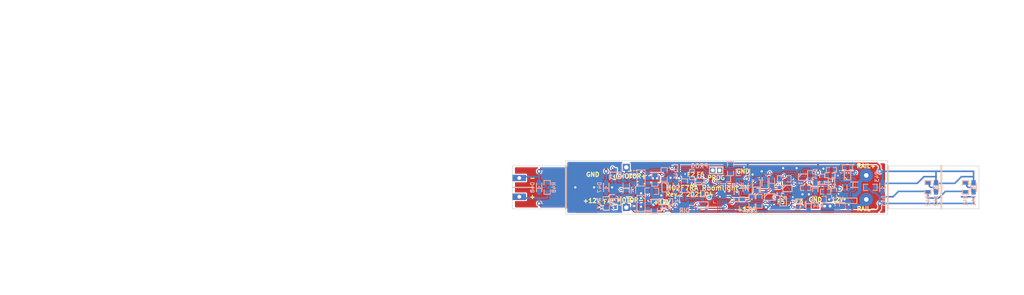
<source format=kicad_pcb>
(kicad_pcb (version 20171130) (host pcbnew "(5.1.9)-1")
  (layers (0 F.Cu signal) (31 B.Cu signal) (34 B.Paste user) (35 F.Paste user) (36 B.SilkS user) (37 F.SilkS user) (38 B.Mask user) (39 F.Mask user) (44 Edge.Cuts user))
  (net 0 "")
  (net 1 +12V)
  (net 2 GND)
  (net 3 +5V)
  (net 4 MOTOR+)
  (net 5 MOTOR-)
  (net 6 RAIL+)
  (net 7 RAIL-)
  (net 8 "Net-(D3-Pad1)")
  (net 9 PWM)
  (net 10 BEMF)
  (net 11 REV)
  (net 12 "Net-(Q1-Pad3)")
  (net 13 "Net-(Q2-Pad3)")
  (net 14 FWD)
  (net 15 "Net-(Q3-Pad1)")
  (net 16 "Net-(Q3-Pad2)")
  (net 17 "Net-(D41-Pad2)")
  (net 18 "Net-(D41-Pad1)")
  (net 19 "Net-(D42-Pad2)")
  (net 20 "Net-(D43-Pad2)")
  (net 21 "Net-(D44-Pad2)")
  (net 22 "Net-(D45-Pad2)")
  (net 23 "Net-(D46-Pad2)")
  (net 24 "Net-(D47-Pad2)")
  (net 25 "Net-(D48-Pad2)")
  (net 26 "Net-(J12-Pad1)")
  (net 27 "Net-(J14-Pad1)")
  (net 28 "Net-(J16-Pad1)")
  (net 29 "Net-(J18-Pad1)")
  (net 30 UPDI)
  (net 31 "Net-(Q3-Pad4)")
  (net 32 "Net-(Q6-Pad2)")
  (net 33 "Net-(Q6-Pad3)")
  (net 34 "Net-(Q6-Pad5)")
  (net 35 "Net-(Q8-Pad2)")
  (net 36 Func1)
  (net 37 Func2)
  (net 38 Func4)
  (net 39 Func3)
  (net 40 Func5)
  (net 41 Func6)
  (net 42 Func7)
  (net 43 "Net-(Q21-Pad6)")
  (net 44 "Net-(Q21-Pad5)")
  (net 45 "Net-(Q21-Pad3)")
  (net 46 "Net-(Q21-Pad2)")
  (net 47 "Net-(Q22-Pad2)")
  (net 48 ABC-)
  (net 49 "Net-(Q22-Pad5)")
  (net 50 ABC+)
  (net 51 "Net-(R1-Pad2)")
  (net 52 TXD)
  (net 53 VRAIL+)
  (net 54 VRAIL-)
  (net 55 DIR_JP)
  (net 56 "Net-(J11-Pad1)")
  (net 57 "Net-(J13-Pad1)")
  (net 58 "Net-(R10-Pad1)")
  (net 59 "Net-(R18-Pad1)")
  (module footprint:PAD_COIL_1.3x1.3_Hole0.8 (layer B.Cu) (at 223 112.25)
    (fp_text reference P3 hide)
    (fp_text value PAD hide)
    (pad 1 thru_hole circle (at 0 0) (size 2.5 2.5) (drill 0.8) (layers B.Cu B.Paste B.Mask) (net 7 RAIL-))
    (pad 1 thru_hole rect (at 0 0) (size 1.3 1.3) (drill 0.8) (layers *.Cu *.Mask) (net 7 RAIL-))
  )
  (module footprint:PAD_COIL_1.3x1.3_Hole0.8 (layer B.Cu) (at 223 107.75)
    (fp_text reference P1 hide)
    (fp_text value PAD hide)
    (pad 1 thru_hole circle (at 0 0) (size 2.5 2.5) (drill 0.8) (layers B.Cu B.Paste B.Mask) (net 6 RAIL+))
    (pad 1 thru_hole rect (at 0 0) (size 1.3 1.3) (drill 0.8) (layers *.Cu *.Mask) (net 6 RAIL+))
  )
  (module footprint:SOLDER_CONN_PAD_2_1.5mm (layer B.Cu) (at 189.1 111.9 90)
    (fp_text reference JP1 hide)
    (fp_text value Jumper hide)
    (pad 2 smd custom (at 0 -0.35 270) (size 0.3 0.3) (layers B.Cu B.Mask) (net 2 GND) (options (clearance outline) (anchor rect)) (primitives (gr_arc (start 0 -0.3) (end -0.590884 -0.195812) (angle -160) (width 0.1)) (gr_line (start -0.590884 -0.195812) (end 0.590884 -0.195812) (width 0.1)) (gr_line (start -0.4 -0.07) (end 0.4 -0.07) (width 0.3)) (gr_line (start -0.26 0.11) (end 0.26 0.11) (width 0.3))))
    (pad 1 smd custom (at 0 0.35 90) (size 0.3 0.3) (layers B.Cu B.Mask) (net 18 "Net-(D41-Pad1)") (options (clearance outline) (anchor rect)) (primitives (gr_arc (start 0 -0.3) (end -0.590884 -0.195812) (angle -160) (width 0.1)) (gr_line (start -0.590884 -0.195812) (end 0.590884 -0.195812) (width 0.1)) (gr_line (start -0.4 -0.07) (end 0.4 -0.07) (width 0.3)) (gr_line (start -0.26 0.11) (end 0.26 0.11) (width 0.3))))
  )
  (module footprint:C_1005_v2 (layer B.Cu) (at 179.6 110.61 270)
    (fp_text reference C7 hide)
    (fp_text value 182 hide)
    (pad 2 smd rect (at 0.525 0 270) (size 0.55 0.5) (layers B.Cu B.Paste B.Mask) (net 5 MOTOR-))
    (pad 1 smd rect (at -0.525 0 270) (size 0.5 0.5) (layers B.Cu B.Paste B.Mask) (net 4 MOTOR+))
  )
  (module footprint:R_1005 (layer B.Cu) (at 216.25 107.75)
    (fp_text reference R31 hide)
    (fp_text value 102 hide)
    (pad 2 smd rect (at 0.525 0) (size 0.55 0.6) (layers B.Cu B.Paste B.Mask) (net 53 VRAIL+))
    (pad 1 smd rect (at -0.525 0) (size 0.55 0.6) (layers B.Cu B.Paste B.Mask) (net 46 "Net-(Q21-Pad2)"))
  )
  (module footprint:R_1608_v2 (layer B.Cu) (at 214.25 112.25 180)
    (fp_text reference R44 (at 0.2 -1.2) (layer B.SilkS) (effects (font (size 0.7 0.7)) (justify mirror)))
    (fp_text value 472 hide)
    (pad 1 smd rect (at -0.825 0 180) (size 0.65 0.9) (layers B.Cu B.Paste B.Mask) (net 1 +12V))
    (pad 2 smd rect (at 0.825 0 180) (size 0.65 0.9) (layers B.Cu B.Paste B.Mask) (net 21 "Net-(D44-Pad2)"))
  )
  (module footprint:LED_1608 (layer B.Cu) (at 187.5 110 270)
    (fp_text reference D46 (at -2.5 0 270) (layer B.SilkS) (effects (font (size 0.7 0.7)) (justify mirror)))
    (fp_text value LED hide)
    (pad 1 smd rect (at -0.85 0 270) (size 1 0.8) (layers B.Cu B.Paste B.Mask) (net 18 "Net-(D41-Pad1)"))
    (pad 2 smd rect (at 0.85 0 270) (size 1 0.8) (layers B.Cu B.Paste B.Mask) (net 23 "Net-(D46-Pad2)"))
  )
  (module footprint:SOT-666-nomark (layer B.Cu) (at 208.3 110.2 270)
    (fp_text reference Q6 hide)
    (fp_text value PMBT3906VS hide)
    (pad 6 smd rect (at 0.75 0.5) (size 0.3 0.7) (layers B.Cu B.Paste B.Mask) (net 34 "Net-(Q6-Pad5)"))
    (pad 5 smd rect (at 0.75 0) (size 0.3 0.7) (layers B.Cu B.Paste B.Mask) (net 34 "Net-(Q6-Pad5)"))
    (pad 4 smd rect (at 0.75 -0.5) (size 0.3 0.7) (layers B.Cu B.Paste B.Mask) (net 32 "Net-(Q6-Pad2)"))
    (pad 3 smd rect (at -0.75 -0.5) (size 0.3 0.7) (layers B.Cu B.Paste B.Mask) (net 33 "Net-(Q6-Pad3)"))
    (pad 2 smd rect (at -0.75 0) (size 0.3 0.7) (layers B.Cu B.Paste B.Mask) (net 32 "Net-(Q6-Pad2)"))
    (pad 1 smd rect (at -0.75 0.5) (size 0.3 0.7) (layers B.Cu B.Paste B.Mask) (net 3 +5V))
  )
  (module footprint:C_1608 (layer B.Cu) (at 204.1 109 90)
    (fp_text reference C3 hide)
    (fp_text value 226 hide)
    (pad 2 smd rect (at 0.775 0 90) (size 0.8 0.8) (layers B.Cu B.Paste B.Mask) (net 2 GND))
    (pad 1 smd rect (at -0.775 0 90) (size 0.8 0.8) (layers B.Cu B.Paste B.Mask) (net 3 +5V))
  )
  (module footprint:SOT-143 (layer B.Cu) (at 219.75 112.5)
    (fp_text reference D1 hide)
    (fp_text value BAS3007 hide)
    (pad 4 smd rect (at -1 1) (size 0.8 0.9) (layers B.Cu B.Paste B.Mask) (net 1 +12V))
    (pad 3 smd rect (at 1 1) (size 0.8 0.9) (layers B.Cu B.Paste B.Mask) (net 7 RAIL-))
    (pad 2 smd rect (at 1 -1) (size 0.8 0.9) (layers B.Cu B.Paste B.Mask) (net 6 RAIL+))
    (pad 1 smd rect (at -0.8 -1) (size 1.2 0.9) (layers B.Cu B.Paste B.Mask) (net 2 GND))
  )
  (module footprint:UMD2 (layer B.Cu) (at 202.5 109.6 270)
    (fp_text reference D3 hide)
    (fp_text value UDZV5.1B hide)
    (pad 1 smd rect (at 1.05 0 270) (size 0.8 0.9) (layers B.Cu B.Paste B.Mask) (net 8 "Net-(D3-Pad1)"))
    (pad 2 smd rect (at -1.05 0 270) (size 0.8 0.9) (layers B.Cu B.Paste B.Mask) (net 2 GND))
  )
  (module footprint:SOT-23-6 (layer B.Cu) (at 181 108.25 270)
    (fp_text reference Q1 hide)
    (fp_text value DMG6601LVT hide)
    (pad 6 smd rect (at -0.95 1.2 270) (size 0.7 1) (layers B.Cu B.Paste B.Mask) (net 4 MOTOR+))
    (pad 5 smd rect (at 0 1.2 270) (size 0.7 1) (layers B.Cu B.Paste B.Mask) (net 2 GND))
    (pad 4 smd rect (at 0.95 1.2 270) (size 0.7 1) (layers B.Cu B.Paste B.Mask) (net 4 MOTOR+))
    (pad 3 smd rect (at 0.95 -1.2 270) (size 0.7 1) (layers B.Cu B.Paste B.Mask) (net 12 "Net-(Q1-Pad3)"))
    (pad 2 smd rect (at 0 -1.2 270) (size 0.7 1) (layers B.Cu B.Paste B.Mask) (net 1 +12V))
    (pad 1 smd rect (at -0.95 -1.2 270) (size 0.7 1) (layers B.Cu B.Paste B.Mask) (net 11 REV))
  )
  (module footprint:SOT-23-6 (layer B.Cu) (at 181 113 270)
    (fp_text reference Q2 hide)
    (fp_text value DMG6601LVT hide)
    (pad 1 smd rect (at -0.95 -1.2 270) (size 0.7 1) (layers B.Cu B.Paste B.Mask) (net 14 FWD))
    (pad 2 smd rect (at 0 -1.2 270) (size 0.7 1) (layers B.Cu B.Paste B.Mask) (net 1 +12V))
    (pad 3 smd rect (at 0.95 -1.2 270) (size 0.7 1) (layers B.Cu B.Paste B.Mask) (net 13 "Net-(Q2-Pad3)"))
    (pad 4 smd rect (at 0.95 1.2 270) (size 0.7 1) (layers B.Cu B.Paste B.Mask) (net 5 MOTOR-))
    (pad 5 smd rect (at 0 1.2 270) (size 0.7 1) (layers B.Cu B.Paste B.Mask) (net 2 GND))
    (pad 6 smd rect (at -0.95 1.2 270) (size 0.7 1) (layers B.Cu B.Paste B.Mask) (net 5 MOTOR-))
  )
  (module footprint:PAD_1.2x0.8_SMD (layer F.Cu) (at 172 113.6)
    (fp_text reference P10 hide)
    (fp_text value PAD)
    (pad 1 smd rect (at 0 0) (size 1.2 0.8) (layers F.Cu F.Mask) (net 1 +12V))
  )
  (module footprint:PAD_1.2x0.8_SMD (layer F.Cu) (at 172 106.5)
    (fp_text reference P11 hide)
    (fp_text value PAD)
    (pad 1 smd rect (at 0 0) (size 1.2 0.8) (layers F.Cu F.Mask) (net 2 GND))
  )
  (module footprint:C_1005_v2 (layer B.Cu) (at 217.6 113 90)
    (fp_text reference C1 hide)
    (fp_text value 104 hide)
    (pad 1 smd rect (at -0.525 0 90) (size 0.5 0.5) (layers B.Cu B.Paste B.Mask) (net 1 +12V))
    (pad 2 smd rect (at 0.525 0 90) (size 0.55 0.5) (layers B.Cu B.Paste B.Mask) (net 2 GND))
  )
  (module footprint:CP_1608 (layer B.Cu) (at 205.4 109 90)
    (fp_text reference C4 hide)
    (fp_text value 476 hide)
    (pad 2 smd rect (at 0.775 0 90) (size 0.8 0.7) (layers B.Cu B.Paste B.Mask) (net 2 GND))
    (pad 1 smd rect (at -0.775 0 90) (size 0.8 0.7) (layers B.Cu B.Paste B.Mask) (net 3 +5V))
  )
  (module footprint:C_1005_v2 (layer B.Cu) (at 199.3 109.6 90)
    (fp_text reference C5 hide)
    (fp_text value 104 hide)
    (pad 1 smd rect (at -0.525 0 90) (size 0.5 0.5) (layers B.Cu B.Paste B.Mask) (net 3 +5V))
    (pad 2 smd rect (at 0.525 0 90) (size 0.55 0.5) (layers B.Cu B.Paste B.Mask) (net 2 GND))
  )
  (module footprint:C_1005_v2 (layer B.Cu) (at 219 110 270)
    (fp_text reference C11 hide)
    (fp_text value 105 hide)
    (pad 1 smd rect (at -0.525 0 270) (size 0.5 0.5) (layers B.Cu B.Paste B.Mask) (net 53 VRAIL+))
    (pad 2 smd rect (at 0.525 0 270) (size 0.55 0.5) (layers B.Cu B.Paste B.Mask) (net 2 GND))
  )
  (module footprint:C_1005_v2 (layer B.Cu) (at 211.2 113.2 90)
    (fp_text reference C12 hide)
    (fp_text value 105 hide)
    (pad 1 smd rect (at -0.525 0 90) (size 0.5 0.5) (layers B.Cu B.Paste B.Mask) (net 54 VRAIL-))
    (pad 2 smd rect (at 0.525 0 90) (size 0.55 0.5) (layers B.Cu B.Paste B.Mask) (net 2 GND))
  )
  (module footprint:EMD2_small (layer B.Cu) (at 220.75 109.5 180)
    (fp_text reference D21 hide)
    (fp_text value BAT43XV2 hide)
    (pad 2 smd rect (at -0.85 0 180) (size 0.6 0.8) (layers B.Cu B.Paste B.Mask) (net 6 RAIL+))
    (pad 1 smd rect (at 0.85 0 180) (size 0.6 0.8) (layers B.Cu B.Paste B.Mask) (net 53 VRAIL+))
  )
  (module footprint:LED_1608 (layer B.Cu) (at 243 110 270)
    (fp_text reference D41 (at 2.5 0 270) (layer B.SilkS) (effects (font (size 0.7 0.7)) (justify mirror)))
    (fp_text value LED hide)
    (pad 1 smd rect (at -0.85 0 270) (size 1 0.8) (layers B.Cu B.Paste B.Mask) (net 18 "Net-(D41-Pad1)"))
    (pad 2 smd rect (at 0.85 0 270) (size 1 0.8) (layers B.Cu B.Paste B.Mask) (net 17 "Net-(D41-Pad2)"))
  )
  (module footprint:LED_1608 (layer B.Cu) (at 236 110 270)
    (fp_text reference D42 (at 2.5 0 270) (layer B.SilkS) (effects (font (size 0.7 0.7)) (justify mirror)))
    (fp_text value LED hide)
    (pad 2 smd rect (at 0.85 0 270) (size 1 0.8) (layers B.Cu B.Paste B.Mask) (net 19 "Net-(D42-Pad2)"))
    (pad 1 smd rect (at -0.85 0 270) (size 1 0.8) (layers B.Cu B.Paste B.Mask) (net 18 "Net-(D41-Pad1)"))
  )
  (module footprint:LED_1608 (layer B.Cu) (at 226 110 270)
    (fp_text reference D43 (at 2.5 -0.25 270) (layer B.SilkS) (effects (font (size 0.7 0.7)) (justify mirror)))
    (fp_text value LED hide)
    (pad 2 smd rect (at 0.85 0 270) (size 1 0.8) (layers B.Cu B.Paste B.Mask) (net 20 "Net-(D43-Pad2)"))
    (pad 1 smd rect (at -0.85 0 270) (size 1 0.8) (layers B.Cu B.Paste B.Mask) (net 18 "Net-(D41-Pad1)"))
  )
  (module footprint:LED_1608 (layer B.Cu) (at 213.5 110 270)
    (fp_text reference D44 (at -2.5 0 270) (layer B.SilkS) (effects (font (size 0.7 0.7)) (justify mirror)))
    (fp_text value LED hide)
    (pad 2 smd rect (at 0.85 0 270) (size 1 0.8) (layers B.Cu B.Paste B.Mask) (net 21 "Net-(D44-Pad2)"))
    (pad 1 smd rect (at -0.85 0 270) (size 1 0.8) (layers B.Cu B.Paste B.Mask) (net 18 "Net-(D41-Pad1)"))
  )
  (module footprint:LED_1608 (layer B.Cu) (at 200.5 110 270)
    (fp_text reference D45 hide)
    (fp_text value LED hide)
    (pad 2 smd rect (at 0.85 0 270) (size 1 0.8) (layers B.Cu B.Paste B.Mask) (net 22 "Net-(D45-Pad2)"))
    (pad 1 smd rect (at -0.85 0 270) (size 1 0.8) (layers B.Cu B.Paste B.Mask) (net 18 "Net-(D41-Pad1)"))
  )
  (module footprint:LED_1608 (layer B.Cu) (at 174.5 110 270)
    (fp_text reference D47 (at 0 1.25 270) (layer B.SilkS) (effects (font (size 0.7 0.7)) (justify mirror)))
    (fp_text value LED hide)
    (pad 1 smd rect (at -0.85 0 270) (size 1 0.8) (layers B.Cu B.Paste B.Mask) (net 18 "Net-(D41-Pad1)"))
    (pad 2 smd rect (at 0.85 0 270) (size 1 0.8) (layers B.Cu B.Paste B.Mask) (net 24 "Net-(D47-Pad2)"))
  )
  (module footprint:LED_1608 (layer B.Cu) (at 162 110 270)
    (fp_text reference D48 (at 0 1.25 270) (layer B.SilkS) (effects (font (size 0.7 0.7)) (justify mirror)))
    (fp_text value LED hide)
    (pad 2 smd rect (at 0.85 0 270) (size 1 0.8) (layers B.Cu B.Paste B.Mask) (net 25 "Net-(D48-Pad2)"))
    (pad 1 smd rect (at -0.85 0 270) (size 1 0.8) (layers B.Cu B.Paste B.Mask) (net 18 "Net-(D41-Pad1)"))
  )
  (module footprint:PAD_1.0x1.8_SMD (layer F.Cu) (at 203.2 114 90)
    (fp_text reference J15 hide)
    (fp_text value PAD hide)
    (pad 1 smd rect (at 0 0 90) (size 1 1.8) (layers F.Cu F.Mask) (net 1 +12V))
  )
  (module footprint:PAD_1.0x1.8_SMD (layer F.Cu) (at 218.1 113.5 90)
    (fp_text reference P7 hide)
    (fp_text value PAD hide)
    (pad 1 smd rect (at 0 0 90) (size 1 1.8) (layers F.Cu F.Mask) (net 1 +12V))
  )
  (module footprint:PAD_1.0x1.4_SMD (layer F.Cu) (at 213.5 113.5 90)
    (fp_text reference P8 hide)
    (fp_text value PAD hide)
    (pad 1 smd rect (at 0 0 90) (size 1 1.4) (layers F.Cu F.Mask) (net 2 GND))
  )
  (module footprint:PAD_PROG_2PIN_HOLE0.7 (layer B.Cu) (at 195 106.8 180)
    (fp_text reference P9 hide)
    (fp_text value PROG hide)
    (pad 2 thru_hole rect (at 0.635 0 180) (size 0.95 0.95) (drill 0.7) (layers *.Cu *.Mask) (net 2 GND))
    (pad 1 thru_hole rect (at -0.635 0 180) (size 0.95 0.95) (drill 0.7) (layers *.Cu *.Mask) (net 30 UPDI))
  )
  (module footprint:SC-70_v2 (layer B.Cu) (at 205 111.8)
    (fp_text reference Q5 hide)
    (fp_text value 2SC4116 hide)
    (pad 3 smd rect (at 0 0.95) (size 0.5 0.8) (layers B.Cu B.Paste B.Mask) (net 1 +12V))
    (pad 2 smd rect (at 0.65 -0.95) (size 0.5 0.8) (layers B.Cu B.Paste B.Mask) (net 3 +5V))
    (pad 1 smd rect (at -0.65 -0.95) (size 0.5 0.8) (layers B.Cu B.Paste B.Mask) (net 8 "Net-(D3-Pad1)"))
  )
  (module footprint:SOT-666-nomark (layer B.Cu) (at 219.5 107.75)
    (fp_text reference Q8 hide)
    (fp_text value PMBT3904VS hide)
    (pad 1 smd rect (at -0.75 0.5 90) (size 0.3 0.7) (layers B.Cu B.Paste B.Mask) (net 2 GND))
    (pad 2 smd rect (at -0.75 0 90) (size 0.3 0.7) (layers B.Cu B.Paste B.Mask) (net 35 "Net-(Q8-Pad2)"))
    (pad 3 smd rect (at -0.75 -0.5 90) (size 0.3 0.7) (layers B.Cu B.Paste B.Mask) (net 6 RAIL+))
    (pad 4 smd rect (at 0.75 -0.5 90) (size 0.3 0.7) (layers B.Cu B.Paste B.Mask) (net 33 "Net-(Q6-Pad3)"))
    (pad 5 smd rect (at 0.75 0 90) (size 0.3 0.7) (layers B.Cu B.Paste B.Mask) (net 33 "Net-(Q6-Pad3)"))
    (pad 6 smd rect (at 0.75 0.5 90) (size 0.3 0.7) (layers B.Cu B.Paste B.Mask) (net 7 RAIL-))
  )
  (module footprint:SC-70_v2 (layer B.Cu) (at 176.25 107.75 180)
    (fp_text reference Q11 hide)
    (fp_text value SSM3K7002BFU hide)
    (pad 1 smd rect (at -0.65 -0.95 180) (size 0.5 0.8) (layers B.Cu B.Paste B.Mask) (net 36 Func1))
    (pad 2 smd rect (at 0.65 -0.95 180) (size 0.5 0.8) (layers B.Cu B.Paste B.Mask) (net 2 GND))
    (pad 3 smd rect (at 0 0.95 180) (size 0.5 0.8) (layers B.Cu B.Paste B.Mask) (net 56 "Net-(J11-Pad1)"))
  )
  (module footprint:SC-70_v2 (layer B.Cu) (at 192.5 113.3 180)
    (fp_text reference Q17 hide)
    (fp_text value SSM3K7002BFU hide)
    (pad 3 smd rect (at 0 0.95 180) (size 0.5 0.8) (layers B.Cu B.Paste B.Mask) (net 18 "Net-(D41-Pad1)"))
    (pad 2 smd rect (at 0.65 -0.95 180) (size 0.5 0.8) (layers B.Cu B.Paste B.Mask) (net 2 GND))
    (pad 1 smd rect (at -0.65 -0.95 180) (size 0.5 0.8) (layers B.Cu B.Paste B.Mask) (net 42 Func7))
  )
  (module footprint:SOT-666-nomark (layer B.Cu) (at 216.5 109.25)
    (fp_text reference Q21 hide)
    (fp_text value PMBT3906VS hide)
    (pad 6 smd rect (at 0.75 0.5 90) (size 0.3 0.7) (layers B.Cu B.Paste B.Mask) (net 43 "Net-(Q21-Pad6)"))
    (pad 5 smd rect (at 0.75 0 90) (size 0.3 0.7) (layers B.Cu B.Paste B.Mask) (net 44 "Net-(Q21-Pad5)"))
    (pad 4 smd rect (at 0.75 -0.5 90) (size 0.3 0.7) (layers B.Cu B.Paste B.Mask) (net 53 VRAIL+))
    (pad 3 smd rect (at -0.75 -0.5 90) (size 0.3 0.7) (layers B.Cu B.Paste B.Mask) (net 45 "Net-(Q21-Pad3)"))
    (pad 2 smd rect (at -0.75 0 90) (size 0.3 0.7) (layers B.Cu B.Paste B.Mask) (net 46 "Net-(Q21-Pad2)"))
    (pad 1 smd rect (at -0.75 0.5 90) (size 0.3 0.7) (layers B.Cu B.Paste B.Mask) (net 54 VRAIL-))
  )
  (module footprint:R_1608_v2 (layer B.Cu) (at 183.6 108.5 270)
    (fp_text reference R3 hide)
    (fp_text value 102 hide)
    (pad 2 smd rect (at 0.825 0 270) (size 0.65 0.9) (layers B.Cu B.Paste B.Mask) (net 12 "Net-(Q1-Pad3)"))
    (pad 1 smd rect (at -0.825 0 270) (size 0.65 0.9) (layers B.Cu B.Paste B.Mask) (net 1 +12V))
  )
  (module footprint:R_1608_v2 (layer B.Cu) (at 183.5 113.5 270)
    (fp_text reference R4 hide)
    (fp_text value 102 hide)
    (pad 2 smd rect (at 0.825 0 270) (size 0.65 0.9) (layers B.Cu B.Paste B.Mask) (net 13 "Net-(Q2-Pad3)"))
    (pad 1 smd rect (at -0.825 0 270) (size 0.65 0.9) (layers B.Cu B.Paste B.Mask) (net 1 +12V))
  )
  (module footprint:R_1608_v2 (layer B.Cu) (at 185.3 107.6 90)
    (fp_text reference R5 hide)
    (fp_text value 331 hide)
    (pad 1 smd rect (at -0.825 0 90) (size 0.65 0.9) (layers B.Cu B.Paste B.Mask) (net 15 "Net-(Q3-Pad1)"))
    (pad 2 smd rect (at 0.825 0 90) (size 0.65 0.9) (layers B.Cu B.Paste B.Mask) (net 11 REV))
  )
  (module footprint:R_1608_v2 (layer B.Cu) (at 183 110.7 180)
    (fp_text reference R6 hide)
    (fp_text value 331 hide)
    (pad 2 smd rect (at 0.825 0 180) (size 0.65 0.9) (layers B.Cu B.Paste B.Mask) (net 14 FWD))
    (pad 1 smd rect (at -0.825 0 180) (size 0.65 0.9) (layers B.Cu B.Paste B.Mask) (net 31 "Net-(Q3-Pad4)"))
  )
  (module footprint:R_1608_v2 (layer B.Cu) (at 178.25 108.8 90)
    (fp_text reference R9 hide)
    (fp_text value 103 hide)
    (pad 2 smd rect (at 0.825 0 90) (size 0.65 0.9) (layers B.Cu B.Paste B.Mask) (net 4 MOTOR+))
    (pad 1 smd rect (at -0.825 0 90) (size 0.65 0.9) (layers B.Cu B.Paste B.Mask) (net 58 "Net-(R10-Pad1)"))
  )
  (module footprint:R_1608_v2 (layer B.Cu) (at 178.25 111.5 270)
    (fp_text reference R10 hide)
    (fp_text value 103 hide)
    (pad 2 smd rect (at 0.825 0 270) (size 0.65 0.9) (layers B.Cu B.Paste B.Mask) (net 5 MOTOR-))
    (pad 1 smd rect (at -0.825 0 270) (size 0.65 0.9) (layers B.Cu B.Paste B.Mask) (net 58 "Net-(R10-Pad1)"))
  )
  (module footprint:R_1608_v2 (layer B.Cu) (at 207.7 108.4 180)
    (fp_text reference R14 hide)
    (fp_text value 220 hide)
    (pad 1 smd rect (at -0.825 0 180) (size 0.65 0.9) (layers B.Cu B.Paste B.Mask) (net 32 "Net-(Q6-Pad2)"))
    (pad 2 smd rect (at 0.825 0 180) (size 0.65 0.9) (layers B.Cu B.Paste B.Mask) (net 3 +5V))
  )
  (module footprint:R_1608_v2 (layer B.Cu) (at 241.5 110 90)
    (fp_text reference R41 (at -2.5 0 270) (layer B.SilkS) (effects (font (size 0.7 0.7)) (justify mirror)))
    (fp_text value 472 hide)
    (pad 1 smd rect (at -0.825 0 90) (size 0.65 0.9) (layers B.Cu B.Paste B.Mask) (net 1 +12V))
    (pad 2 smd rect (at 0.825 0 90) (size 0.65 0.9) (layers B.Cu B.Paste B.Mask) (net 17 "Net-(D41-Pad2)"))
  )
  (module footprint:R_1608_v2 (layer B.Cu) (at 234.5 110 90)
    (fp_text reference R42 (at -2.5 0 270) (layer B.SilkS) (effects (font (size 0.7 0.7) (thickness 0.14)) (justify mirror)))
    (fp_text value 472 hide)
    (pad 2 smd rect (at 0.825 0 90) (size 0.65 0.9) (layers B.Cu B.Paste B.Mask) (net 19 "Net-(D42-Pad2)"))
    (pad 1 smd rect (at -0.825 0 90) (size 0.65 0.9) (layers B.Cu B.Paste B.Mask) (net 1 +12V))
  )
  (module footprint:R_1608_v2 (layer B.Cu) (at 223.75 110)
    (fp_text reference R43 (at 1.25 -2 90) (layer B.SilkS) (effects (font (size 0.7 0.7)) (justify mirror)))
    (fp_text value 472 hide)
    (pad 2 smd rect (at 0.825 0) (size 0.65 0.9) (layers B.Cu B.Paste B.Mask) (net 20 "Net-(D43-Pad2)"))
    (pad 1 smd rect (at -0.825 0) (size 0.65 0.9) (layers B.Cu B.Paste B.Mask) (net 1 +12V))
  )
  (module footprint:R_1608_v2 (layer B.Cu) (at 201.7 112.6 90)
    (fp_text reference R45 (at -1.9 0 180) (layer B.SilkS) (effects (font (size 0.7 0.7)) (justify mirror)))
    (fp_text value 472 hide)
    (pad 1 smd rect (at -0.825 0 90) (size 0.65 0.9) (layers B.Cu B.Paste B.Mask) (net 1 +12V))
    (pad 2 smd rect (at 0.825 0 90) (size 0.65 0.9) (layers B.Cu B.Paste B.Mask) (net 22 "Net-(D45-Pad2)"))
  )
  (module footprint:R_1608_v2 (layer B.Cu) (at 185.6 112.7)
    (fp_text reference R46 (at 0 1.2 180) (layer B.SilkS) (effects (font (size 0.7 0.7)) (justify mirror)))
    (fp_text value 472 hide)
    (pad 2 smd rect (at 0.825 0) (size 0.65 0.9) (layers B.Cu B.Paste B.Mask) (net 23 "Net-(D46-Pad2)"))
    (pad 1 smd rect (at -0.825 0) (size 0.65 0.9) (layers B.Cu B.Paste B.Mask) (net 1 +12V))
  )
  (module footprint:R_1608_v2 (layer B.Cu) (at 174.5 113 90)
    (fp_text reference R47 (at 0 -1.25 270) (layer B.SilkS) (effects (font (size 0.7 0.7)) (justify mirror)))
    (fp_text value 472 hide)
    (pad 2 smd rect (at 0.825 0 90) (size 0.65 0.9) (layers B.Cu B.Paste B.Mask) (net 24 "Net-(D47-Pad2)"))
    (pad 1 smd rect (at -0.825 0 90) (size 0.65 0.9) (layers B.Cu B.Paste B.Mask) (net 1 +12V))
  )
  (module footprint:R_1608_v2 (layer B.Cu) (at 163.5 110 90)
    (fp_text reference R48 (at 0 1.25 90) (layer B.SilkS) (effects (font (size 0.7 0.7)) (justify mirror)))
    (fp_text value 472 hide)
    (pad 1 smd rect (at -0.825 0 90) (size 0.65 0.9) (layers B.Cu B.Paste B.Mask) (net 1 +12V))
    (pad 2 smd rect (at 0.825 0 90) (size 0.65 0.9) (layers B.Cu B.Paste B.Mask) (net 25 "Net-(D48-Pad2)"))
  )
  (module footprint:VQFN-20-1EP_3x3mm_P0.4mm_EP1.7x1.7mm (layer B.Cu) (at 196.1 111.3 180)
    (fp_text reference U2 hide)
    (fp_text value ATtiny1606-M hide)
    (pad 21 smd rect (at 0 0 180) (size 1.7 1.7) (layers B.Cu B.Mask) (net 2 GND))
    (pad 20 smd custom (at -0.8 1.45 180) (size 0.143431 0.143431) (layers B.Cu B.Paste B.Mask) (net 10 BEMF) (options (clearance outline) (anchor circle)) (primitives (gr_poly (pts (xy -0.05 0.35) (xy 0.05 0.35) (xy 0.05 -0.35) (xy 0.000711 -0.35) (xy -0.05 -0.299289)) (width 0.1))))
    (pad 19 smd roundrect (at -0.4 1.45 180) (size 0.2 0.8) (layers B.Cu B.Paste B.Mask) (net 30 UPDI))
    (pad 18 smd roundrect (at 0 1.45 180) (size 0.2 0.8) (layers B.Cu B.Paste B.Mask) (net 11 REV))
    (pad 17 smd roundrect (at 0.4 1.45 180) (size 0.2 0.8) (layers B.Cu B.Paste B.Mask) (net 48 ABC-))
    (pad 16 smd custom (at 0.8 1.45 180) (size 0.143431 0.143431) (layers B.Cu B.Paste B.Mask) (net 37 Func2) (options (clearance outline) (anchor circle)) (primitives (gr_poly (pts (xy -0.05 0.35) (xy 0.05 0.35) (xy 0.05 -0.299289) (xy -0.000711 -0.35) (xy -0.05 -0.35)) (width 0.1))))
    (pad 15 smd custom (at 1.45 0.8 180) (size 0.143431 0.143431) (layers B.Cu B.Paste B.Mask) (net 41 Func6) (options (clearance outline) (anchor circle)) (primitives (gr_poly (pts (xy -0.35 -0.000711) (xy -0.299289 0.05) (xy 0.35 0.05) (xy 0.35 -0.05) (xy -0.35 -0.05)) (width 0.1))))
    (pad 14 smd roundrect (at 1.45 0.4 180) (size 0.8 0.2) (layers B.Cu B.Paste B.Mask) (net 9 PWM))
    (pad 13 smd roundrect (at 1.45 0 180) (size 0.8 0.2) (layers B.Cu B.Paste B.Mask) (net 55 DIR_JP))
    (pad 12 smd roundrect (at 1.45 -0.4 180) (size 0.8 0.2) (layers B.Cu B.Paste B.Mask) (net 52 TXD))
    (pad 11 smd custom (at 1.45 -0.8 180) (size 0.143431 0.143431) (layers B.Cu B.Paste B.Mask) (net 38 Func4) (options (clearance outline) (anchor circle)) (primitives (gr_poly (pts (xy -0.35 0.05) (xy 0.35 0.05) (xy 0.35 -0.05) (xy -0.299289 -0.05) (xy -0.35 0.000711)) (width 0.1))))
    (pad 10 smd custom (at 0.8 -1.45 180) (size 0.143431 0.143431) (layers B.Cu B.Paste B.Mask) (net 42 Func7) (options (clearance outline) (anchor circle)) (primitives (gr_poly (pts (xy -0.05 0.35) (xy -0.000711 0.35) (xy 0.05 0.299289) (xy 0.05 -0.35) (xy -0.05 -0.35)) (width 0.1))))
    (pad 9 smd roundrect (at 0.4 -1.45 180) (size 0.2 0.8) (layers B.Cu B.Paste B.Mask) (net 40 Func5))
    (pad 8 smd roundrect (at 0 -1.45 180) (size 0.2 0.8) (layers B.Cu B.Paste B.Mask) (net 39 Func3))
    (pad 7 smd roundrect (at -0.4 -1.45 180) (size 0.2 0.8) (layers B.Cu B.Paste B.Mask) (net 14 FWD))
    (pad 6 smd custom (at -0.8 -1.45 180) (size 0.143431 0.143431) (layers B.Cu B.Paste B.Mask) (net 50 ABC+) (options (clearance outline) (anchor circle)) (primitives (gr_poly (pts (xy -0.05 0.299289) (xy 0.000711 0.35) (xy 0.05 0.35) (xy 0.05 -0.35) (xy -0.05 -0.35)) (width 0.1))))
    (pad 5 smd custom (at -1.45 -0.8 180) (size 0.143431 0.143431) (layers B.Cu B.Paste B.Mask) (net 59 "Net-(R18-Pad1)") (options (clearance outline) (anchor circle)) (primitives (gr_poly (pts (xy -0.35 0.05) (xy 0.35 0.05) (xy 0.35 0.000711) (xy 0.299289 -0.05) (xy -0.35 -0.05)) (width 0.1))))
    (pad 4 smd roundrect (at -1.45 -0.4 180) (size 0.8 0.2) (layers B.Cu B.Paste B.Mask) (net 3 +5V))
    (pad 3 smd roundrect (at -1.45 0 180) (size 0.8 0.2) (layers B.Cu B.Paste B.Mask) (net 2 GND))
    (pad 2 smd roundrect (at -1.45 0.4 180) (size 0.8 0.2) (layers B.Cu B.Paste B.Mask) (net 36 Func1))
    (pad 1 smd custom (at -1.45 0.8 180) (size 0.143431 0.143431) (layers B.Cu B.Paste B.Mask) (net 51 "Net-(R1-Pad2)") (options (clearance outline) (anchor circle)) (primitives (gr_poly (pts (xy -0.35 0.05) (xy 0.299289 0.05) (xy 0.35 -0.000711) (xy 0.35 -0.05) (xy -0.35 -0.05)) (width 0.1))))
  )
  (module footprint:PAD_1.3x1.3_Hole0.8 (layer B.Cu) (at 178.25 106.25)
    (fp_text reference P5 hide)
    (fp_text value PAD hide)
    (pad 1 thru_hole rect (at 0 0) (size 1.3 1.3) (drill 0.8) (layers *.Cu *.Mask) (net 4 MOTOR+))
  )
  (module footprint:PAD_1.3x1.3_Hole0.8 (layer B.Cu) (at 178.25 113.75)
    (fp_text reference P6 hide)
    (fp_text value PAD hide)
    (pad 1 thru_hole rect (at 0 0) (size 1.3 1.3) (drill 0.8) (layers *.Cu *.Mask) (net 5 MOTOR-))
  )
  (module footprint:R_1608_v2 (layer B.Cu) (at 197.7 106.5 270)
    (fp_text reference R1 hide)
    (fp_text value 104 hide)
    (pad 2 smd rect (at 0.825 0 270) (size 0.65 0.9) (layers B.Cu B.Paste B.Mask) (net 51 "Net-(R1-Pad2)"))
    (pad 1 smd rect (at -0.825 0 270) (size 0.65 0.9) (layers B.Cu B.Paste B.Mask) (net 6 RAIL+))
  )
  (module footprint:R_1608_v2 (layer B.Cu) (at 199.9 113.1 90)
    (fp_text reference R2 hide)
    (fp_text value 104 hide)
    (pad 2 smd rect (at 0.825 0 90) (size 0.65 0.9) (layers B.Cu B.Paste B.Mask) (net 59 "Net-(R18-Pad1)"))
    (pad 1 smd rect (at -0.825 0 90) (size 0.65 0.9) (layers B.Cu B.Paste B.Mask) (net 7 RAIL-))
  )
  (module footprint:R_1608_v2 (layer B.Cu) (at 191.6 111.2 180)
    (fp_text reference R7 hide)
    (fp_text value 102 hide)
    (pad 1 smd rect (at -0.825 0 180) (size 0.65 0.9) (layers B.Cu B.Paste B.Mask) (net 9 PWM))
    (pad 2 smd rect (at 0.825 0 180) (size 0.65 0.9) (layers B.Cu B.Paste B.Mask) (net 16 "Net-(Q3-Pad2)"))
  )
  (module footprint:R_1608_v2 (layer B.Cu) (at 189.1 109.7 90)
    (fp_text reference R8 hide)
    (fp_text value 102 hide)
    (pad 2 smd rect (at 0.825 0 90) (size 0.65 0.9) (layers B.Cu B.Paste B.Mask) (net 2 GND))
    (pad 1 smd rect (at -0.825 0 90) (size 0.65 0.9) (layers B.Cu B.Paste B.Mask) (net 16 "Net-(Q3-Pad2)"))
  )
  (module footprint:R_1608_v2 (layer B.Cu) (at 196.4 108.4 180)
    (fp_text reference R11 hide)
    (fp_text value 102 hide)
    (pad 1 smd rect (at -0.825 0 180) (size 0.65 0.9) (layers B.Cu B.Paste B.Mask) (net 10 BEMF))
    (pad 2 smd rect (at 0.825 0 180) (size 0.65 0.9) (layers B.Cu B.Paste B.Mask) (net 58 "Net-(R10-Pad1)"))
  )
  (module footprint:R_1005 (layer B.Cu) (at 206.8 110.6 90)
    (fp_text reference R13 hide)
    (fp_text value 103 hide)
    (pad 1 smd rect (at -0.525 0 90) (size 0.55 0.6) (layers B.Cu B.Paste B.Mask) (net 34 "Net-(Q6-Pad5)"))
    (pad 2 smd rect (at 0.525 0 90) (size 0.55 0.6) (layers B.Cu B.Paste B.Mask) (net 52 TXD))
  )
  (module footprint:R_1005 (layer B.Cu) (at 216.5 106.75 180)
    (fp_text reference R32 hide)
    (fp_text value 103 hide)
    (pad 1 smd rect (at -0.525 0 180) (size 0.55 0.6) (layers B.Cu B.Paste B.Mask) (net 53 VRAIL+))
    (pad 2 smd rect (at 0.525 0 180) (size 0.55 0.6) (layers B.Cu B.Paste B.Mask) (net 2 GND))
  )
  (module footprint:R_1005 (layer B.Cu) (at 217 111.1 270)
    (fp_text reference R33 hide)
    (fp_text value 472 hide)
    (pad 1 smd rect (at -0.525 0 270) (size 0.55 0.6) (layers B.Cu B.Paste B.Mask) (net 43 "Net-(Q21-Pad6)"))
    (pad 2 smd rect (at 0.525 0 270) (size 0.55 0.6) (layers B.Cu B.Paste B.Mask) (net 2 GND))
  )
  (module footprint:R_1005 (layer B.Cu) (at 212.5 107.8 270)
    (fp_text reference R34 hide)
    (fp_text value 103 hide)
    (pad 2 smd rect (at 0.525 0 270) (size 0.55 0.6) (layers B.Cu B.Paste B.Mask) (net 43 "Net-(Q21-Pad6)"))
    (pad 1 smd rect (at -0.525 0 270) (size 0.55 0.6) (layers B.Cu B.Paste B.Mask) (net 47 "Net-(Q22-Pad2)"))
  )
  (module footprint:R_1005 (layer B.Cu) (at 215.4 110.8 180)
    (fp_text reference R35 hide)
    (fp_text value 102 hide)
    (pad 2 smd rect (at 0.525 0 180) (size 0.55 0.6) (layers B.Cu B.Paste B.Mask) (net 54 VRAIL-))
    (pad 1 smd rect (at -0.525 0 180) (size 0.55 0.6) (layers B.Cu B.Paste B.Mask) (net 44 "Net-(Q21-Pad5)"))
  )
  (module footprint:R_1005 (layer B.Cu) (at 210.2 113.2 90)
    (fp_text reference R36 hide)
    (fp_text value 103 hide)
    (pad 1 smd rect (at -0.525 0 90) (size 0.55 0.6) (layers B.Cu B.Paste B.Mask) (net 54 VRAIL-))
    (pad 2 smd rect (at 0.525 0 90) (size 0.55 0.6) (layers B.Cu B.Paste B.Mask) (net 2 GND))
  )
  (module footprint:R_1005 (layer B.Cu) (at 214.75 108.5 90)
    (fp_text reference R37 hide)
    (fp_text value 472 hide)
    (pad 2 smd rect (at 0.525 0 90) (size 0.55 0.6) (layers B.Cu B.Paste B.Mask) (net 2 GND))
    (pad 1 smd rect (at -0.525 0 90) (size 0.55 0.6) (layers B.Cu B.Paste B.Mask) (net 45 "Net-(Q21-Pad3)"))
  )
  (module footprint:R_1005 (layer B.Cu) (at 211.7 110.1)
    (fp_text reference R38 hide)
    (fp_text value 103 hide)
    (pad 1 smd rect (at -0.525 0) (size 0.55 0.6) (layers B.Cu B.Paste B.Mask) (net 49 "Net-(Q22-Pad5)"))
    (pad 2 smd rect (at 0.525 0) (size 0.55 0.6) (layers B.Cu B.Paste B.Mask) (net 45 "Net-(Q21-Pad3)"))
  )
  (module footprint:R_1608_v2 (layer B.Cu) (at 203 112.6 90)
    (fp_text reference R12 hide)
    (fp_text value 472 hide)
    (pad 1 smd rect (at -0.825 0 90) (size 0.65 0.9) (layers B.Cu B.Paste B.Mask) (net 1 +12V))
    (pad 2 smd rect (at 0.825 0 90) (size 0.65 0.9) (layers B.Cu B.Paste B.Mask) (net 8 "Net-(D3-Pad1)"))
  )
  (module footprint:R_1005 (layer B.Cu) (at 219.5 106.25 180)
    (fp_text reference R15 hide)
    (fp_text value 682 hide)
    (pad 1 smd rect (at -0.525 0 180) (size 0.55 0.6) (layers B.Cu B.Paste B.Mask) (net 33 "Net-(Q6-Pad3)"))
    (pad 2 smd rect (at 0.525 0 180) (size 0.55 0.6) (layers B.Cu B.Paste B.Mask) (net 35 "Net-(Q8-Pad2)"))
  )
  (module footprint:PAD_1.2x0.8_SMD (layer F.Cu) (at 207.1 111.6)
    (fp_text reference J13 hide)
    (fp_text value PAD hide)
    (pad 1 smd rect (at 0 0) (size 1.2 0.8) (layers F.Cu F.Mask) (net 57 "Net-(J13-Pad1)"))
  )
  (module footprint:PAD_1.2x0.8_SMD (layer F.Cu) (at 184.1 113.8)
    (fp_text reference J17 hide)
    (fp_text value PAD)
    (pad 1 smd rect (at 0 0) (size 1.2 0.8) (layers F.Cu F.Mask) (net 1 +12V))
  )
  (module footprint:PAD_1.2x0.8_SMD (layer F.Cu) (at 210.5 113.6)
    (fp_text reference J14 hide)
    (fp_text value PAD hide)
    (pad 1 smd rect (at 0 0) (size 1.2 0.8) (layers F.Cu F.Mask) (net 27 "Net-(J14-Pad1)"))
  )
  (module footprint:PAD_1.2x0.8_SMD (layer F.Cu) (at 192.1 108.6)
    (fp_text reference J16 hide)
    (fp_text value PAD hide)
    (pad 1 smd rect (at 0 0) (size 1.2 0.8) (layers F.Cu F.Mask) (net 28 "Net-(J16-Pad1)"))
  )
  (module footprint:PAD_1.2x0.8_SMD (layer F.Cu) (at 190.3 108.6)
    (fp_text reference J18 hide)
    (fp_text value PAD hide)
    (pad 1 smd rect (at 0 0) (size 1.2 0.8) (layers F.Cu F.Mask) (net 29 "Net-(J18-Pad1)"))
  )
  (module footprint:EMD2 (layer B.Cu) (at 212.25 113.25 90)
    (fp_text reference D22 hide)
    (fp_text value BAT43XV2 hide)
    (pad 2 smd rect (at -0.9 0 90) (size 0.7 0.8) (layers B.Cu B.Paste B.Mask) (net 7 RAIL-))
    (pad 1 smd rect (at 0.9 0 90) (size 0.7 0.8) (layers B.Cu B.Paste B.Mask) (net 54 VRAIL-))
  )
  (module footprint:SOT-666-nomark (layer B.Cu) (at 211.2 108.1 270)
    (fp_text reference Q22 hide)
    (fp_text value SSM6N7002BFE hide)
    (pad 1 smd rect (at -0.75 0.5) (size 0.3 0.7) (layers B.Cu B.Paste B.Mask) (net 2 GND))
    (pad 2 smd rect (at -0.75 0) (size 0.3 0.7) (layers B.Cu B.Paste B.Mask) (net 47 "Net-(Q22-Pad2)"))
    (pad 3 smd rect (at -0.75 -0.5) (size 0.3 0.7) (layers B.Cu B.Paste B.Mask) (net 48 ABC-))
    (pad 4 smd rect (at 0.75 -0.5) (size 0.3 0.7) (layers B.Cu B.Paste B.Mask) (net 2 GND))
    (pad 5 smd rect (at 0.75 0) (size 0.3 0.7) (layers B.Cu B.Paste B.Mask) (net 49 "Net-(Q22-Pad5)"))
    (pad 6 smd rect (at 0.75 0.5) (size 0.3 0.7) (layers B.Cu B.Paste B.Mask) (net 50 ABC+))
  )
  (module footprint:SOT-666-nomark (layer B.Cu) (at 207.5 112.6 180)
    (fp_text reference Q13 hide)
    (fp_text value SSM6N7002BFE hide)
    (pad 1 smd rect (at -0.75 0.5 270) (size 0.3 0.7) (layers B.Cu B.Paste B.Mask) (net 2 GND))
    (pad 2 smd rect (at -0.75 0 270) (size 0.3 0.7) (layers B.Cu B.Paste B.Mask) (net 40 Func5))
    (pad 3 smd rect (at -0.75 -0.5 270) (size 0.3 0.7) (layers B.Cu B.Paste B.Mask) (net 27 "Net-(J14-Pad1)"))
    (pad 4 smd rect (at 0.75 -0.5 270) (size 0.3 0.7) (layers B.Cu B.Paste B.Mask) (net 2 GND))
    (pad 5 smd rect (at 0.75 0 270) (size 0.3 0.7) (layers B.Cu B.Paste B.Mask) (net 39 Func3))
    (pad 6 smd rect (at 0.75 0.5 270) (size 0.3 0.7) (layers B.Cu B.Paste B.Mask) (net 57 "Net-(J13-Pad1)"))
  )
  (module footprint:SOT-666-nomark (layer B.Cu) (at 191.9 108.9 90)
    (fp_text reference Q14 hide)
    (fp_text value SSM6N7002BFE hide)
    (pad 1 smd rect (at -0.75 0.5 180) (size 0.3 0.7) (layers B.Cu B.Paste B.Mask) (net 2 GND))
    (pad 2 smd rect (at -0.75 0 180) (size 0.3 0.7) (layers B.Cu B.Paste B.Mask) (net 41 Func6))
    (pad 3 smd rect (at -0.75 -0.5 180) (size 0.3 0.7) (layers B.Cu B.Paste B.Mask) (net 29 "Net-(J18-Pad1)"))
    (pad 4 smd rect (at 0.75 -0.5 180) (size 0.3 0.7) (layers B.Cu B.Paste B.Mask) (net 2 GND))
    (pad 5 smd rect (at 0.75 0 180) (size 0.3 0.7) (layers B.Cu B.Paste B.Mask) (net 37 Func2))
    (pad 6 smd rect (at 0.75 0.5 180) (size 0.3 0.7) (layers B.Cu B.Paste B.Mask) (net 28 "Net-(J16-Pad1)"))
  )
  (module footprint:SOLDER_CONN_PAD_0.7mm_1.4mm (layer B.Cu) (at 190.5 113.4 270)
    (fp_text reference JP2 hide)
    (fp_text value Jumper hide)
    (pad 1 smd rect (at -0.4 0 270) (size 0.6 0.7) (layers B.Cu B.Mask) (net 55 DIR_JP))
    (pad 2 smd rect (at 0.4 0 270) (size 0.6 0.7) (layers B.Cu B.Mask) (net 2 GND))
  )
  (module footprint:SOT-666-nomark (layer B.Cu) (at 185.5 110 180)
    (fp_text reference Q3 hide)
    (fp_text value PMBT3904VS hide)
    (pad 1 smd rect (at -0.75 0.5 270) (size 0.3 0.7) (layers B.Cu B.Paste B.Mask) (net 15 "Net-(Q3-Pad1)"))
    (pad 2 smd rect (at -0.75 0 270) (size 0.3 0.7) (layers B.Cu B.Paste B.Mask) (net 16 "Net-(Q3-Pad2)"))
    (pad 3 smd rect (at -0.75 -0.5 270) (size 0.3 0.7) (layers B.Cu B.Paste B.Mask) (net 13 "Net-(Q2-Pad3)"))
    (pad 4 smd rect (at 0.75 -0.5 270) (size 0.3 0.7) (layers B.Cu B.Paste B.Mask) (net 31 "Net-(Q3-Pad4)"))
    (pad 5 smd rect (at 0.75 0 270) (size 0.3 0.7) (layers B.Cu B.Paste B.Mask) (net 16 "Net-(Q3-Pad2)"))
    (pad 6 smd rect (at 0.75 0.5 270) (size 0.3 0.7) (layers B.Cu B.Paste B.Mask) (net 12 "Net-(Q1-Pad3)"))
  )
  (module footprint:PAD_1.2x0.8_SMD (layer F.Cu) (at 175.8 107.2)
    (fp_text reference J11 hide)
    (fp_text value PAD)
    (pad 1 smd rect (at 0 0) (size 1.2 0.8) (layers F.Cu F.Mask) (net 56 "Net-(J11-Pad1)"))
  )
  (module footprint:PAD_1.2x0.8_SMD (layer F.Cu) (at 174.7 113.7)
    (fp_text reference J12 hide)
    (fp_text value PAD)
    (pad 1 smd rect (at 0 0) (size 1.2 0.8) (layers F.Cu F.Mask) (net 26 "Net-(J12-Pad1)"))
  )
  (module footprint:SC-70_v2 (layer B.Cu) (at 176.25 112.7)
    (fp_text reference Q12 hide)
    (fp_text value SSM3K7002BFU hide)
    (pad 1 smd rect (at -0.65 -0.95) (size 0.5 0.8) (layers B.Cu B.Paste B.Mask) (net 38 Func4))
    (pad 2 smd rect (at 0.65 -0.95) (size 0.5 0.8) (layers B.Cu B.Paste B.Mask) (net 2 GND))
    (pad 3 smd rect (at 0 0.95) (size 0.5 0.8) (layers B.Cu B.Paste B.Mask) (net 26 "Net-(J12-Pad1)"))
  )
  (module footprint:PAD_1.0x1.8_SMD (layer F.Cu) (at 202.3 106.6 90)
    (fp_text reference J19 hide)
    (fp_text value PAD hide)
    (pad 1 smd rect (at 0 0 90) (size 1 1.8) (layers F.Cu F.Mask) (net 2 GND))
  )
  (module footprint:PCB_CONN_PAD_2.5mmx1.2mm (layer F.Cu) (at 158.3 111.75)
    (fp_text reference J21 hide)
    (fp_text value PAD hide)
    (pad 1 thru_hole rect (at 0 0) (size 2.5 1.2) (drill 0.7) (layers *.Cu *.Mask) (net 1 +12V))
  )
  (module footprint:PCB_CONN_PAD_2.5mmx1.2mm (layer F.Cu) (at 158.3 108.25)
    (fp_text reference J22 hide)
    (fp_text value PAD hide)
    (pad 1 thru_hole rect (at 0 0) (size 2.5 1.2) (drill 0.7) (layers *.Cu *.Mask) (net 18 "Net-(D41-Pad1)"))
  )
  (module footprint:R_1005 (layer B.Cu) (at 190.5 107.6 270)
    (fp_text reference R16 hide)
    (fp_text value 103 hide)
    (pad 1 smd rect (at -0.525 0 270) (size 0.55 0.6) (layers B.Cu B.Paste B.Mask) (net 58 "Net-(R10-Pad1)"))
    (pad 2 smd rect (at 0.525 0 270) (size 0.55 0.6) (layers B.Cu B.Paste B.Mask) (net 2 GND))
  )
  (module footprint:R_1608_v2 (layer B.Cu) (at 200 107.2)
    (fp_text reference R17 hide)
    (fp_text value 104 hide)
    (pad 2 smd rect (at 0.825 0) (size 0.65 0.9) (layers B.Cu B.Paste B.Mask) (net 2 GND))
    (pad 1 smd rect (at -0.825 0) (size 0.65 0.9) (layers B.Cu B.Paste B.Mask) (net 51 "Net-(R1-Pad2)"))
  )
  (module footprint:R_1005 (layer B.Cu) (at 198.8 111.7 90)
    (fp_text reference R18 hide)
    (fp_text value 104 hide)
    (pad 1 smd rect (at -0.525 0 90) (size 0.55 0.6) (layers B.Cu B.Paste B.Mask) (net 59 "Net-(R18-Pad1)"))
    (pad 2 smd rect (at 0.525 0 90) (size 0.55 0.6) (layers B.Cu B.Paste B.Mask) (net 2 GND))
  )
  (gr_line (start 157 110) (end 159.8 110) (layer B.SilkS) (width 0.18))
  (gr_line (start 157 110) (end 161 110) (layer F.SilkS) (width 0.18))
  (gr_text - (at 160.75 108.25) (layer F.SilkS) (effects (font (size 0.8 0.8) (thickness 0.2))))
  (gr_text + (at 160.75 111.75) (layer F.SilkS) (effects (font (size 0.8 0.8) (thickness 0.2))))
  (gr_line (start 157 114) (end 167 114) (layer Edge.Cuts) (width 0.1))
  (gr_line (start 167 106) (end 157 106) (layer Edge.Cuts) (width 0.1))
  (gr_line (start 157 106) (end 157 114) (layer Edge.Cuts) (width 0.1))
  (gr_text +12V (at 200.5 114.1) (layer F.SilkS) (effects (font (size 0.8 0.8) (thickness 0.2))))
  (gr_text F1 (at 175.7 108.2) (layer F.SilkS) (effects (font (size 0.8 0.8) (thickness 0.17))))
  (gr_text F4 (at 174.7 112.7) (layer F.SilkS) (effects (font (size 0.8 0.8) (thickness 0.17))))
  (gr_text F7 (at 187.75 112 270) (layer B.SilkS) (effects (font (size 0.8 0.8) (thickness 0.2)) (justify mirror)))
  (gr_text PROG (at 191.9 106) (layer B.SilkS) (effects (font (size 0.8 0.8) (thickness 0.17)) (justify mirror)))
  (gr_text DIR (at 189.1 114.3) (layer B.SilkS) (effects (font (size 0.8 0.8) (thickness 0.2)) (justify mirror)))
  (gr_text PROG (at 195 108.2) (layer F.SilkS) (effects (font (size 0.8 0.8) (thickness 0.18))))
  (gr_text "M02F7RA Roomlight-N" (at 185.5 110.1) (layer F.SilkS) (effects (font (size 0.9 0.9) (thickness 0.18)) (justify left)))
  (gr_circle (center 198.3 109.7) (end 198.6 109.7) (layer B.SilkS) (width 0.15))
  (gr_text F2 (at 190.3 107.6) (layer F.SilkS) (effects (font (size 0.8 0.8) (thickness 0.17))))
  (gr_text F3 (at 210.5 112.6) (layer F.SilkS) (effects (font (size 0.8 0.8) (thickness 0.17))))
  (gr_text F5 (at 207.1 112.7) (layer F.SilkS) (effects (font (size 0.8 0.8) (thickness 0.17))))
  (gr_text F6 (at 192.1 107.6) (layer F.SilkS) (effects (font (size 0.8 0.8) (thickness 0.17))))
  (gr_line (start 227 114) (end 244 114) (layer Edge.Cuts) (width 0.1))
  (gr_line (start 227 115) (end 227 114) (layer Edge.Cuts) (width 0.1))
  (gr_line (start 167 115) (end 227 115) (layer Edge.Cuts) (width 0.1))
  (gr_line (start 167 114) (end 167 115) (layer Edge.Cuts) (width 0.1))
  (gr_line (start 227 106) (end 244 106) (layer Edge.Cuts) (width 0.1))
  (gr_line (start 227 105) (end 227 106) (layer Edge.Cuts) (width 0.1))
  (gr_line (start 167 105) (end 227 105) (layer Edge.Cuts) (width 0.1))
  (gr_line (start 167 106) (end 167 105) (layer Edge.Cuts) (width 0.1))
  (gr_line (start 167 106) (end 167 114) (layer F.SilkS) (width 0.3))
  (gr_line (start 167 114) (end 167 106) (layer B.SilkS) (width 0.3))
  (gr_text "Rev.2 2021.04" (at 185.5 111.3) (layer F.SilkS) (effects (font (size 0.8 0.8) (thickness 0.18)) (justify left)))
  (gr_text GND (at 200 107) (layer F.SilkS) (effects (font (size 0.8 0.8) (thickness 0.2))))
  (gr_text +12V (at 184.9 112.8) (layer F.SilkS) (effects (font (size 0.8 0.8) (thickness 0.2))))
  (gr_text GND (at 172 107.6) (layer F.SilkS) (effects (font (size 0.8 0.8) (thickness 0.2))))
  (gr_text +12V (at 171.8 112.5) (layer F.SilkS) (effects (font (size 0.8 0.8) (thickness 0.2))))
  (gr_text MOTOR- (at 179 112.4) (layer F.SilkS) (effects (font (size 0.8 0.8) (thickness 0.2))))
  (gr_text MOTOR+ (at 179.5 107.9) (layer F.SilkS) (effects (font (size 0.8 0.8) (thickness 0.2))))
  (gr_text GND (at 213.5 112.3) (layer F.SilkS) (effects (font (size 0.8 0.8) (thickness 0.2))))
  (gr_text RAIL+ (at 223 106) (layer F.SilkS) (effects (font (size 0.8 0.8) (thickness 0.2))))
  (gr_text RAIL- (at 223 114) (layer F.SilkS) (effects (font (size 0.8 0.8) (thickness 0.2))))
  (gr_text 12V (at 217.6 112.3) (layer F.SilkS) (effects (font (size 0.8 0.8) (thickness 0.2))))
  (gr_line (start 237 114) (end 237 106) (layer B.SilkS) (width 0.3))
  (gr_line (start 227 114) (end 227 106) (layer B.SilkS) (width 0.3))
  (gr_line (start 237 106) (end 237 114) (layer F.SilkS) (width 0.3))
  (gr_line (start 227 106) (end 227 114) (layer F.SilkS) (width 0.3))
  (gr_line (start 244 106) (end 244 114) (layer Edge.Cuts) (width 0.1))
  (segment (start 179.6 112.2) (end 179.8 112.4) (width 0.25) (layer F.Cu) (net 1))
  (segment (start 179.6 112) (end 179.8 111.8) (width 0.25) (layer F.Cu) (net 1))
  (segment (start 163.5 110.75) (end 163.5 112) (width 0.3) (layer B.Cu) (net 1))
  (segment (start 232.75 110.75) (end 234.5 110.75) (width 0.3) (layer B.Cu) (net 1))
  (segment (start 236 113) (end 243 113) (width 0.3) (layer B.Cu) (net 1))
  (segment (start 236 113) (end 226 113) (width 0.3) (layer B.Cu) (net 1))
  (via (at 162 113) (size 0.8) (drill 0.4) (layers F.Cu B.Cu) (net 1))
  (via (at 225.5 113) (size 0.8) (drill 0.4) (layers F.Cu B.Cu) (net 1))
  (segment (start 226 113) (end 225.5 113) (width 0.3) (layer B.Cu) (net 1))
  (segment (start 243 113) (end 243 111.75) (width 0.3) (layer B.Cu) (net 1))
  (segment (start 243 111.75) (end 240.75 111.75) (width 0.3) (layer B.Cu) (net 1))
  (segment (start 229 110.75) (end 228 111.75) (width 0.3) (layer B.Cu) (net 1))
  (segment (start 232.75 110.75) (end 229 110.75) (width 0.3) (layer B.Cu) (net 1))
  (segment (start 225.5 112) (end 225.5 113) (width 0.3) (layer B.Cu) (net 1))
  (segment (start 225.75 111.75) (end 225.5 112) (width 0.3) (layer B.Cu) (net 1))
  (segment (start 237.85 110.75) (end 241.5 110.75) (width 0.3) (layer B.Cu) (net 1))
  (segment (start 237.75 110.75) (end 237.85 110.75) (width 0.3) (layer B.Cu) (net 1))
  (segment (start 236.5 112) (end 237.75 110.75) (width 0.3) (layer B.Cu) (net 1))
  (segment (start 236 112) (end 236 113) (width 0.3) (layer B.Cu) (net 1))
  (segment (start 236.5 112) (end 236 112) (width 0.3) (layer B.Cu) (net 1))
  (segment (start 234.5 110.825) (end 234.5 112) (width 0.3) (layer B.Cu) (net 1))
  (segment (start 236 112) (end 234.5 112) (width 0.3) (layer B.Cu) (net 1))
  (segment (start 162 112) (end 163.5 112) (width 0.3) (layer B.Cu) (net 1))
  (segment (start 162 113) (end 162 112) (width 0.3) (layer B.Cu) (net 1))
  (segment (start 225.5 114) (end 225.5 113) (width 0.5) (layer F.Cu) (net 1))
  (segment (start 225 114.5) (end 225.5 114) (width 0.5) (layer F.Cu) (net 1))
  (segment (start 225.5 111.75) (end 225.5 112) (width 0.3) (layer B.Cu) (net 1))
  (segment (start 225.5 111.75) (end 226 111.75) (width 0.3) (layer B.Cu) (net 1))
  (segment (start 226 111.75) (end 225.75 111.75) (width 0.3) (layer B.Cu) (net 1))
  (segment (start 228 111.75) (end 226 111.75) (width 0.3) (layer B.Cu) (net 1))
  (via (at 216.25 113.5) (size 1) (drill 0.5) (layers F.Cu B.Cu) (net 1))
  (via (at 215.25 113.5) (size 1) (drill 0.5) (layers F.Cu B.Cu) (net 1))
  (segment (start 216.75 114.5) (end 225 114.5) (width 0.5) (layer F.Cu) (net 1))
  (via (at 204.3 113.7) (size 0.8) (drill 0.4) (layers F.Cu B.Cu) (net 1))
  (segment (start 222.925 110) (end 222.75 110) (width 0.3) (layer B.Cu) (net 1))
  (via (at 183.3 113.25) (size 0.8) (drill 0.4) (layers F.Cu B.Cu) (net 1))
  (via (at 181 113.6) (size 0.8) (drill 0.4) (layers F.Cu B.Cu) (net 1))
  (segment (start 174.5 113.825) (end 174.575 113.825) (width 0.3) (layer B.Cu) (net 1))
  (segment (start 218.75 113.7) (end 216.75 113.7) (width 0.7) (layer B.Cu) (net 1))
  (segment (start 216.75 113.5) (end 216 113.5) (width 0.7) (layer B.Cu) (net 1))
  (segment (start 216.25 113.5) (end 215.25 113.5) (width 0.7) (layer B.Cu) (net 1))
  (segment (start 216.25 113.5) (end 216.25 114.5) (width 0.4) (layer F.Cu) (net 1))
  (segment (start 216.25 114.5) (end 216.75 114.5) (width 0.5) (layer F.Cu) (net 1))
  (segment (start 215.75 114.5) (end 216.25 114.5) (width 0.5) (layer F.Cu) (net 1))
  (segment (start 215.25 113.5) (end 215.25 114.5) (width 0.4) (layer F.Cu) (net 1))
  (segment (start 215.25 114.5) (end 215.75 114.5) (width 0.5) (layer F.Cu) (net 1))
  (segment (start 209 114.5) (end 215.25 114.5) (width 0.5) (layer F.Cu) (net 1))
  (segment (start 215.075 113.325) (end 215.25 113.5) (width 0.3) (layer B.Cu) (net 1))
  (segment (start 215.075 112.25) (end 215.075 113.325) (width 0.3) (layer B.Cu) (net 1))
  (segment (start 201.7 113.525) (end 203.1 113.525) (width 0.3) (layer B.Cu) (net 1))
  (segment (start 204.125 113.525) (end 204.3 113.7) (width 0.3) (layer B.Cu) (net 1))
  (segment (start 203.1 113.525) (end 204.125 113.525) (width 0.3) (layer B.Cu) (net 1))
  (segment (start 204.3 113.7) (end 204.7 113.7) (width 0.3) (layer B.Cu) (net 1))
  (segment (start 205 113.4) (end 205 112.75) (width 0.3) (layer B.Cu) (net 1))
  (segment (start 204.7 113.7) (end 205 113.4) (width 0.3) (layer B.Cu) (net 1))
  (segment (start 204.3 113.8) (end 204.3 114.4) (width 0.5) (layer F.Cu) (net 1))
  (segment (start 204.2 114.5) (end 209 114.5) (width 0.5) (layer F.Cu) (net 1))
  (segment (start 204.3 114.4) (end 204.2 114.5) (width 0.5) (layer F.Cu) (net 1))
  (segment (start 218.2 113.5) (end 216.25 113.5) (width 0.5) (layer F.Cu) (net 1))
  (segment (start 181 114.25) (end 181 113.5) (width 0.5) (layer B.Cu) (net 1))
  (segment (start 181.5 113) (end 182.2 113) (width 0.5) (layer B.Cu) (net 1))
  (segment (start 181 113.5) (end 181.5 113) (width 0.5) (layer B.Cu) (net 1))
  (segment (start 183.175 113) (end 183.5 112.675) (width 0.5) (layer B.Cu) (net 1))
  (segment (start 182.2 113) (end 183.175 113) (width 0.5) (layer B.Cu) (net 1))
  (segment (start 182.2 108.25) (end 182.95 108.25) (width 0.5) (layer B.Cu) (net 1))
  (via (at 183.2 108.3) (size 0.8) (drill 0.4) (layers F.Cu B.Cu) (net 1))
  (segment (start 183 108.3) (end 183.2 108.3) (width 0.5) (layer B.Cu) (net 1))
  (segment (start 182.95 108.25) (end 183 108.3) (width 0.5) (layer B.Cu) (net 1))
  (via (at 184 108.3) (size 0.8) (drill 0.4) (layers F.Cu B.Cu) (net 1))
  (segment (start 183.5 108) (end 183.2 108.3) (width 0.3) (layer B.Cu) (net 1))
  (segment (start 183.5 107.875) (end 183.5 108) (width 0.3) (layer B.Cu) (net 1))
  (segment (start 183.575 107.875) (end 184 108.3) (width 0.3) (layer B.Cu) (net 1))
  (segment (start 183.5 107.875) (end 183.575 107.875) (width 0.3) (layer B.Cu) (net 1))
  (segment (start 183.2 108.3) (end 184 108.3) (width 0.7) (layer B.Cu) (net 1))
  (segment (start 183.525 112.7) (end 183.5 112.675) (width 0.3) (layer B.Cu) (net 1))
  (segment (start 184.775 112.7) (end 183.525 112.7) (width 0.3) (layer B.Cu) (net 1))
  (segment (start 179.5 112.1) (end 179.6 112.1) (width 0.5) (layer F.Cu) (net 1))
  (segment (start 179.5 112.1) (end 179.9 112.1) (width 0.5) (layer F.Cu) (net 1))
  (segment (start 179.9 111.8) (end 179.9 112.1) (width 0.5) (layer F.Cu) (net 1))
  (segment (start 186.7 114.5) (end 186.8 114.5) (width 0.5) (layer F.Cu) (net 1))
  (segment (start 185.7 113.5) (end 186.7 114.5) (width 0.5) (layer F.Cu) (net 1))
  (segment (start 181.1 113.5) (end 185.7 113.5) (width 0.5) (layer F.Cu) (net 1))
  (segment (start 181 113.6) (end 181.1 113.5) (width 0.5) (layer F.Cu) (net 1))
  (segment (start 183.5 113.05) (end 183.3 113.25) (width 0.4) (layer B.Cu) (net 1))
  (segment (start 183.5 112.675) (end 183.5 113.05) (width 0.4) (layer B.Cu) (net 1))
  (via (at 173.2 113.7) (size 0.6) (drill 0.3) (layers F.Cu B.Cu) (net 1))
  (segment (start 174.375 113.7) (end 174.5 113.825) (width 0.3) (layer B.Cu) (net 1))
  (segment (start 173.2 113.7) (end 174.375 113.7) (width 0.3) (layer B.Cu) (net 1))
  (segment (start 176 111.7) (end 176.4 112.1) (width 0.5) (layer F.Cu) (net 1))
  (segment (start 173.5 112.7) (end 174.4 112.7) (width 0.5) (layer F.Cu) (net 1))
  (segment (start 173.1 113.1) (end 173.5 112.7) (width 0.5) (layer F.Cu) (net 1))
  (segment (start 173.1 114.1) (end 173.1 113.1) (width 0.5) (layer F.Cu) (net 1))
  (segment (start 175.4 111.7) (end 176 111.7) (width 0.5) (layer F.Cu) (net 1))
  (segment (start 172.7 114.5) (end 173.1 114.1) (width 0.5) (layer F.Cu) (net 1))
  (segment (start 169 114.5) (end 172.7 114.5) (width 0.5) (layer F.Cu) (net 1))
  (segment (start 168 113.5) (end 169 114.5) (width 0.5) (layer F.Cu) (net 1))
  (segment (start 174.4 112.7) (end 175.4 111.7) (width 0.5) (layer F.Cu) (net 1))
  (segment (start 162.5 113.5) (end 168 113.5) (width 0.5) (layer F.Cu) (net 1))
  (segment (start 162 113) (end 162.5 113.5) (width 0.5) (layer F.Cu) (net 1))
  (segment (start 173.1 113.6) (end 173.2 113.7) (width 0.5) (layer F.Cu) (net 1))
  (segment (start 172 113.6) (end 173.1 113.6) (width 0.5) (layer F.Cu) (net 1))
  (segment (start 182.9 108.6) (end 183.2 108.3) (width 0.5) (layer F.Cu) (net 1))
  (segment (start 181.8 108.6) (end 182.9 108.6) (width 0.5) (layer F.Cu) (net 1))
  (segment (start 179.9 110.5) (end 181.8 108.6) (width 0.5) (layer F.Cu) (net 1))
  (segment (start 179.9 111.8) (end 179.9 110.5) (width 0.5) (layer F.Cu) (net 1))
  (segment (start 180.9 113.6) (end 181 113.6) (width 0.5) (layer F.Cu) (net 1))
  (segment (start 180.8 113.6) (end 180.55 113.35) (width 0.5) (layer F.Cu) (net 1))
  (segment (start 181 113.6) (end 180.8 113.6) (width 0.5) (layer F.Cu) (net 1))
  (segment (start 180.55 113.35) (end 180.9 113.7) (width 0.5) (layer F.Cu) (net 1))
  (segment (start 179.9 112.8) (end 179.9 112.7) (width 0.5) (layer F.Cu) (net 1))
  (segment (start 180.7 113.6) (end 179.9 112.8) (width 0.5) (layer F.Cu) (net 1))
  (segment (start 181 113.6) (end 180.7 113.6) (width 0.5) (layer F.Cu) (net 1))
  (segment (start 176.4 112.1) (end 179.5 112.1) (width 0.5) (layer F.Cu) (net 1))
  (segment (start 179.9 112.7) (end 179.9 112.1) (width 0.5) (layer F.Cu) (net 1))
  (segment (start 203.2 114) (end 203.2 114.5) (width 0.25) (layer F.Cu) (net 1))
  (segment (start 203.2 114.5) (end 204.2 114.5) (width 0.5) (layer F.Cu) (net 1))
  (segment (start 186.8 114.5) (end 203.2 114.5) (width 0.5) (layer F.Cu) (net 1))
  (segment (start 223.225 110.3) (end 222.925 110) (width 0.3) (layer B.Cu) (net 1))
  (segment (start 223.5 110.3) (end 223.225 110.3) (width 0.3) (layer B.Cu) (net 1))
  (segment (start 224.75 111) (end 224.2 111) (width 0.3) (layer B.Cu) (net 1))
  (segment (start 224.2 111) (end 223.5 110.3) (width 0.3) (layer B.Cu) (net 1))
  (segment (start 225.5 111.75) (end 224.75 111) (width 0.3) (layer B.Cu) (net 1))
  (segment (start 159 112) (end 158.75 111.75) (width 0.3) (layer B.Cu) (net 1))
  (segment (start 162 112) (end 159 112) (width 0.3) (layer B.Cu) (net 1))
  (via (at 209.3 111.8) (size 0.6) (drill 0.3) (layers F.Cu B.Cu) (net 2))
  (via (at 201.8 107.6) (size 0.8) (drill 0.4) (layers F.Cu B.Cu) (net 2))
  (via (at 210 106.4) (size 0.8) (drill 0.4) (layers F.Cu B.Cu) (net 2))
  (via (at 203.5 107) (size 0.8) (drill 0.4) (layers F.Cu B.Cu) (net 2))
  (via (at 172.25 110) (size 0.8) (drill 0.4) (layers F.Cu B.Cu) (net 2))
  (segment (start 195.75 105.5) (end 195.25 105.5) (width 0.25) (layer B.Cu) (net 2))
  (via (at 187.4 112) (size 0.6) (drill 0.3) (layers F.Cu B.Cu) (net 2))
  (segment (start 191.8 105.5) (end 190 105.5) (width 0.2) (layer B.Cu) (net 2))
  (segment (start 192 105.5) (end 191.8 105.5) (width 0.2) (layer B.Cu) (net 2))
  (segment (start 193.3 105.5) (end 192 105.5) (width 0.2) (layer B.Cu) (net 2))
  (segment (start 195.25 105.5) (end 193.3 105.5) (width 0.2) (layer B.Cu) (net 2))
  (segment (start 188.25 105.5) (end 186.25 105.5) (width 0.2) (layer B.Cu) (net 2))
  (segment (start 188.5 105.5) (end 188.25 105.5) (width 0.2) (layer B.Cu) (net 2))
  (segment (start 189.1 105.5) (end 188.5 105.5) (width 0.2) (layer B.Cu) (net 2))
  (segment (start 190 105.5) (end 189.1 105.5) (width 0.2) (layer B.Cu) (net 2))
  (via (at 215 106.5) (size 0.8) (drill 0.4) (layers F.Cu B.Cu) (net 2))
  (segment (start 219 111.45) (end 218.95 111.5) (width 0.2) (layer B.Cu) (net 2))
  (segment (start 219 110.525) (end 219 111.45) (width 0.2) (layer B.Cu) (net 2))
  (segment (start 219 108.25) (end 218.75 108.25) (width 0.2) (layer B.Cu) (net 2))
  (via (at 218.95 112.25) (size 0.8) (drill 0.4) (layers F.Cu B.Cu) (net 2))
  (segment (start 218.95 112.45) (end 218.95 112.2) (width 0.2) (layer B.Cu) (net 2))
  (segment (start 218.95 111.5) (end 218.95 112.2) (width 0.2) (layer B.Cu) (net 2))
  (segment (start 217.75 107.25) (end 217.75 106) (width 0.17) (layer B.Cu) (net 2))
  (segment (start 217.75 106) (end 216 106) (width 0.17) (layer B.Cu) (net 2))
  (segment (start 218.925 112.225) (end 218.95 112.2) (width 0.7) (layer B.Cu) (net 2))
  (segment (start 217.5 112.225) (end 218.925 112.225) (width 0.7) (layer B.Cu) (net 2))
  (segment (start 217.5 112.225) (end 216.025 112.225) (width 0.7) (layer B.Cu) (net 2))
  (via (at 216.1 112.25) (size 0.8) (drill 0.4) (layers F.Cu B.Cu) (net 2))
  (segment (start 216.225 112.225) (end 216.25 112.25) (width 0.2) (layer B.Cu) (net 2))
  (segment (start 216.025 112.225) (end 216.225 112.225) (width 0.2) (layer B.Cu) (net 2))
  (segment (start 215.25 106.75) (end 215 106.5) (width 0.2) (layer B.Cu) (net 2))
  (segment (start 215.975 106.75) (end 215.25 106.75) (width 0.2) (layer B.Cu) (net 2))
  (segment (start 218.95 112.25) (end 219.25 112.25) (width 0.17) (layer B.Cu) (net 2))
  (segment (start 219.25 112.25) (end 219.75 112.75) (width 0.17) (layer B.Cu) (net 2))
  (segment (start 219.75 112.75) (end 219.75 113.25) (width 0.17) (layer B.Cu) (net 2))
  (via (at 219.75 113.25) (size 0.6) (drill 0.3) (layers F.Cu B.Cu) (net 2))
  (segment (start 219.75 113.5) (end 219.75 113.25) (width 0.17) (layer B.Cu) (net 2))
  (segment (start 215 110.25) (end 215 112.25) (width 0.2) (layer F.Cu) (net 2))
  (segment (start 215 112.25) (end 216.25 112.25) (width 0.2) (layer F.Cu) (net 2))
  (via (at 217.825 111.2) (size 0.6) (drill 0.3) (layers F.Cu B.Cu) (net 2))
  (via (at 217.7 107.8) (size 0.6) (drill 0.3) (layers F.Cu B.Cu) (net 2))
  (segment (start 218.35 108.25) (end 217.85 108.25) (width 0.17) (layer B.Cu) (net 2))
  (segment (start 218.75 108.25) (end 218.35 108.25) (width 0.17) (layer B.Cu) (net 2))
  (segment (start 218.35 108.25) (end 218.25 108.25) (width 0.17) (layer B.Cu) (net 2))
  (segment (start 217.7 108.1) (end 217.7 107.8) (width 0.17) (layer B.Cu) (net 2))
  (segment (start 217.85 108.25) (end 217.7 108.1) (width 0.17) (layer B.Cu) (net 2))
  (segment (start 217.7 107.3) (end 217.75 107.25) (width 0.17) (layer B.Cu) (net 2))
  (segment (start 217.7 107.8) (end 217.7 107.3) (width 0.17) (layer B.Cu) (net 2))
  (segment (start 218.75 108.25) (end 219.45 108.25) (width 0.17) (layer B.Cu) (net 2))
  (segment (start 219.5 108.3) (end 219.5 108.75) (width 0.17) (layer B.Cu) (net 2))
  (segment (start 219.45 108.25) (end 219.5 108.3) (width 0.17) (layer B.Cu) (net 2))
  (segment (start 214.75 107.975) (end 214.75 107.25) (width 0.2) (layer B.Cu) (net 2))
  (segment (start 215 107) (end 215 106.5) (width 0.2) (layer B.Cu) (net 2))
  (segment (start 214.75 107.25) (end 215 107) (width 0.2) (layer B.Cu) (net 2))
  (via (at 212.3 111.3) (size 0.8) (drill 0.4) (layers F.Cu B.Cu) (net 2))
  (via (at 207.5 106.4) (size 0.8) (drill 0.4) (layers F.Cu B.Cu) (net 2))
  (segment (start 214.8 106.5) (end 214.5 106.2) (width 0.17) (layer B.Cu) (net 2))
  (segment (start 215 106.5) (end 214.8 106.5) (width 0.17) (layer B.Cu) (net 2))
  (segment (start 210.7 107.35) (end 210.7 106.2) (width 0.17) (layer B.Cu) (net 2))
  (segment (start 214.5 106.2) (end 210.7 106.2) (width 0.17) (layer B.Cu) (net 2))
  (via (at 211.1 111.3) (size 0.8) (drill 0.4) (layers F.Cu B.Cu) (net 2))
  (segment (start 211.7 111.3) (end 212.3 111.3) (width 0.17) (layer B.Cu) (net 2))
  (segment (start 211.7 108.85) (end 211.7 111.3) (width 0.17) (layer B.Cu) (net 2))
  (segment (start 211.7 111.3) (end 211.1 111.3) (width 0.17) (layer B.Cu) (net 2))
  (segment (start 212.3 112.2) (end 212.35 112.25) (width 0.17) (layer F.Cu) (net 2))
  (segment (start 212.3 111.3) (end 212.3 112.2) (width 0.17) (layer F.Cu) (net 2))
  (segment (start 211.6 113) (end 212.35 112.25) (width 0.17) (layer F.Cu) (net 2))
  (segment (start 211.2 111.4) (end 211.1 111.3) (width 0.25) (layer B.Cu) (net 2))
  (segment (start 211.2 112.675) (end 211.2 111.4) (width 0.25) (layer B.Cu) (net 2))
  (segment (start 210.2 112.675) (end 210.2 111.3) (width 0.25) (layer B.Cu) (net 2))
  (segment (start 210.2 111.3) (end 211.1 111.3) (width 0.25) (layer B.Cu) (net 2))
  (segment (start 210.2 111.3) (end 210.2 109.602) (width 0.2) (layer B.Cu) (net 2))
  (segment (start 210.2 109.602) (end 210.2 109) (width 0.2) (layer B.Cu) (net 2))
  (segment (start 210.2 109) (end 209.7 108.5) (width 0.2) (layer B.Cu) (net 2))
  (segment (start 209.7 108.5) (end 209.4 108.5) (width 0.2) (layer B.Cu) (net 2))
  (via (at 209.4 108.5) (size 0.6) (drill 0.3) (layers F.Cu B.Cu) (net 2))
  (segment (start 204.1 108.225) (end 204.1 107.4) (width 0.2) (layer B.Cu) (net 2))
  (segment (start 204.1 107.4) (end 203.5 107.4) (width 0.2) (layer B.Cu) (net 2))
  (segment (start 203.5 107.4) (end 203.2 107.7) (width 0.2) (layer B.Cu) (net 2))
  (segment (start 203.2 107.7) (end 202.5 107.7) (width 0.2) (layer B.Cu) (net 2))
  (segment (start 202.5 107.7) (end 202.5 108.55) (width 0.2) (layer B.Cu) (net 2))
  (segment (start 204.1 108.225) (end 204.1 109) (width 0.2) (layer B.Cu) (net 2))
  (segment (start 204.1 109) (end 205.3 109) (width 0.2) (layer B.Cu) (net 2))
  (segment (start 205.3 109) (end 205.4 108.9) (width 0.2) (layer B.Cu) (net 2))
  (segment (start 205.4 108.9) (end 205.4 108.225) (width 0.2) (layer B.Cu) (net 2))
  (segment (start 207.5 106.4) (end 210 106.4) (width 0.2) (layer B.Cu) (net 2))
  (segment (start 210.5 106.4) (end 210.7 106.2) (width 0.2) (layer B.Cu) (net 2))
  (segment (start 210 106.4) (end 210.5 106.4) (width 0.2) (layer B.Cu) (net 2))
  (segment (start 207.6 112.1) (end 208.25 112.1) (width 0.17) (layer B.Cu) (net 2))
  (segment (start 207.5 112.2) (end 207.6 112.1) (width 0.17) (layer B.Cu) (net 2))
  (segment (start 207.5 113) (end 207.5 112.2) (width 0.17) (layer B.Cu) (net 2))
  (segment (start 207.4 113.1) (end 207.5 113) (width 0.17) (layer B.Cu) (net 2))
  (segment (start 206.75 113.1) (end 207.4 113.1) (width 0.17) (layer B.Cu) (net 2))
  (segment (start 209.000001 112.099999) (end 209.3 111.8) (width 0.17) (layer B.Cu) (net 2))
  (segment (start 208.8 112.1) (end 209.000001 112.099999) (width 0.17) (layer B.Cu) (net 2))
  (segment (start 208.25 112.1) (end 208.8 112.1) (width 0.17) (layer B.Cu) (net 2))
  (segment (start 206.75 113.1) (end 206.1 113.1) (width 0.17) (layer B.Cu) (net 2))
  (segment (start 206.1 113.1) (end 205.7 113.5) (width 0.17) (layer B.Cu) (net 2))
  (segment (start 198.7 111.2) (end 198.9 111) (width 0.2) (layer B.Cu) (net 2))
  (via (at 198.9 110.9) (size 0.6) (drill 0.3) (layers F.Cu B.Cu) (net 2))
  (segment (start 199 110.9) (end 198.9 111) (width 0.2) (layer B.Cu) (net 2))
  (segment (start 197.85 111.3) (end 196.4 111.3) (width 0.17) (layer B.Cu) (net 2))
  (segment (start 198.7 110.7) (end 198.7 109.3) (width 0.17) (layer B.Cu) (net 2))
  (segment (start 198.7 110.7) (end 198.7 111.2) (width 0.17) (layer B.Cu) (net 2))
  (segment (start 198.7 109.3) (end 198.7 108.5) (width 0.17) (layer B.Cu) (net 2))
  (segment (start 199.3 109.075) (end 199.3 108.5) (width 0.25) (layer B.Cu) (net 2))
  (segment (start 198.6 111.3) (end 198.7 111.2) (width 0.2) (layer B.Cu) (net 2))
  (segment (start 197.8 111.3) (end 198.6 111.3) (width 0.2) (layer B.Cu) (net 2))
  (segment (start 194.25 106.75) (end 194.45 106.75) (width 0.25) (layer B.Cu) (net 2))
  (segment (start 194.365 106.8) (end 194.365 107.765) (width 0.2) (layer F.Cu) (net 2))
  (segment (start 194.365 106.8) (end 193.4 106.8) (width 0.2) (layer F.Cu) (net 2))
  (segment (start 191.4 108.15) (end 191.4 108.9) (width 0.17) (layer B.Cu) (net 2))
  (segment (start 191.4 108.9) (end 192.4 108.9) (width 0.17) (layer B.Cu) (net 2))
  (segment (start 192.4 108.9) (end 192.4 109.65) (width 0.17) (layer B.Cu) (net 2))
  (segment (start 192.4 109.65) (end 192.4 109.9) (width 0.17) (layer B.Cu) (net 2))
  (segment (start 192.4 109.9) (end 192.9 109.9) (width 0.17) (layer B.Cu) (net 2))
  (segment (start 192.9 109.9) (end 193.1 109.7) (width 0.17) (layer B.Cu) (net 2))
  (segment (start 193.1 109.7) (end 193.3 109.7) (width 0.17) (layer B.Cu) (net 2))
  (via (at 193.5 109.6) (size 0.6) (drill 0.3) (layers F.Cu B.Cu) (net 2))
  (segment (start 193.4 109.7) (end 193.5 109.6) (width 0.17) (layer B.Cu) (net 2))
  (segment (start 193.1 109.7) (end 193.4 109.7) (width 0.17) (layer B.Cu) (net 2))
  (segment (start 198.9 110.9) (end 196.5 110.9) (width 0.17) (layer F.Cu) (net 2))
  (via (at 196.6 110.8) (size 0.6) (drill 0.3) (layers F.Cu B.Cu) (net 2))
  (segment (start 195.7 111.7) (end 195.7 111.745) (width 0.17) (layer F.Cu) (net 2))
  (segment (start 195.7 111.8) (end 195.7 111.7) (width 0.17) (layer F.Cu) (net 2))
  (segment (start 193.25 113.1) (end 194.4 113.1) (width 0.17) (layer F.Cu) (net 2))
  (via (at 195.7 111.745) (size 0.6) (drill 0.3) (layers F.Cu B.Cu) (net 2))
  (segment (start 194.4 113.1) (end 194.8 112.7) (width 0.17) (layer F.Cu) (net 2))
  (segment (start 194.8 112.7) (end 195.7 111.8) (width 0.17) (layer F.Cu) (net 2))
  (segment (start 211.1 110.8) (end 211.1 111.3) (width 0.17) (layer F.Cu) (net 2))
  (segment (start 204.8 111.7) (end 205.7 110.8) (width 0.17) (layer F.Cu) (net 2))
  (segment (start 203.1 111.7) (end 204.8 111.7) (width 0.17) (layer F.Cu) (net 2))
  (segment (start 201.9 112.9) (end 203.1 111.7) (width 0.17) (layer F.Cu) (net 2))
  (segment (start 205.7 110.8) (end 211.1 110.8) (width 0.17) (layer F.Cu) (net 2))
  (segment (start 201.9 113.6) (end 201.9 112.9) (width 0.17) (layer F.Cu) (net 2))
  (segment (start 198 113.6) (end 201.9 113.6) (width 0.17) (layer F.Cu) (net 2))
  (segment (start 194.8 112.7) (end 197.1 112.7) (width 0.17) (layer F.Cu) (net 2))
  (segment (start 202.5 107) (end 202.5 107.7) (width 0.17) (layer B.Cu) (net 2))
  (via (at 200.2 106.2) (size 0.6) (drill 0.3) (layers F.Cu B.Cu) (net 2))
  (segment (start 194.33 107.8) (end 194.365 107.765) (width 0.17) (layer F.Cu) (net 2))
  (segment (start 193.9 107.8) (end 194.33 107.8) (width 0.17) (layer F.Cu) (net 2))
  (segment (start 193.9 109.6) (end 193.9 107.8) (width 0.17) (layer F.Cu) (net 2))
  (segment (start 193.5 109.6) (end 193.9 109.6) (width 0.17) (layer F.Cu) (net 2))
  (segment (start 196.2 110.4) (end 196.6 110.8) (width 0.17) (layer F.Cu) (net 2))
  (segment (start 194.7 110.4) (end 196.2 110.4) (width 0.17) (layer F.Cu) (net 2))
  (segment (start 193.9 109.6) (end 194.7 110.4) (width 0.17) (layer F.Cu) (net 2))
  (segment (start 213.5 113.5) (end 211.9 113.5) (width 0.25) (layer F.Cu) (net 2))
  (segment (start 213.5 112.3) (end 213.55 112.25) (width 0.25) (layer F.Cu) (net 2))
  (segment (start 213.55 112.25) (end 212.35 112.25) (width 0.17) (layer F.Cu) (net 2))
  (segment (start 213.5 113.5) (end 213.5 112.3) (width 0.25) (layer F.Cu) (net 2))
  (segment (start 215 112.25) (end 213.55 112.25) (width 0.17) (layer F.Cu) (net 2))
  (segment (start 191.75 114.35) (end 191.9 114.5) (width 0.17) (layer B.Cu) (net 2))
  (segment (start 191.75 114.25) (end 191.75 114.35) (width 0.17) (layer B.Cu) (net 2))
  (segment (start 191.8 114.5) (end 191.9 114.5) (width 0.17) (layer B.Cu) (net 2))
  (segment (start 191.85 114.45) (end 191.8 114.5) (width 0.25) (layer B.Cu) (net 2))
  (segment (start 191.85 114.25) (end 191.85 114.45) (width 0.25) (layer B.Cu) (net 2))
  (segment (start 190.5 114.5) (end 191.8 114.5) (width 0.25) (layer B.Cu) (net 2))
  (segment (start 190.4 114.5) (end 190.5 114.5) (width 0.25) (layer B.Cu) (net 2))
  (segment (start 189.8 114.5) (end 190.4 114.5) (width 0.25) (layer B.Cu) (net 2))
  (segment (start 220.45 108.75) (end 220.25 108.75) (width 0.2) (layer B.Cu) (net 2))
  (segment (start 220.5 108.8) (end 220.45 108.75) (width 0.2) (layer B.Cu) (net 2))
  (segment (start 220.25 110.25) (end 220.5 110) (width 0.2) (layer B.Cu) (net 2))
  (segment (start 220 110.25) (end 220.25 110.25) (width 0.2) (layer B.Cu) (net 2))
  (segment (start 220.25 108.75) (end 219.5 108.75) (width 0.2) (layer B.Cu) (net 2))
  (segment (start 219.75 110.5) (end 220 110.25) (width 0.2) (layer B.Cu) (net 2))
  (segment (start 220.5 110) (end 220.5 108.8) (width 0.2) (layer B.Cu) (net 2))
  (segment (start 219.25 110.5) (end 219.75 110.5) (width 0.2) (layer B.Cu) (net 2))
  (segment (start 219.225 110.525) (end 219.25 110.5) (width 0.2) (layer B.Cu) (net 2))
  (segment (start 219 110.525) (end 219.225 110.525) (width 0.2) (layer B.Cu) (net 2))
  (segment (start 190.45 108.175) (end 190.5 108.125) (width 0.25) (layer B.Cu) (net 2))
  (segment (start 189.3 108.175) (end 190.45 108.175) (width 0.25) (layer B.Cu) (net 2))
  (segment (start 190.5 108.125) (end 190.5 108.8) (width 0.25) (layer B.Cu) (net 2))
  (segment (start 189.275 108.2) (end 189.3 108.175) (width 0.25) (layer B.Cu) (net 2))
  (via (at 181 112) (size 0.8) (drill 0.4) (layers F.Cu B.Cu) (net 2))
  (segment (start 181 112.301198) (end 181 112) (width 0.5) (layer B.Cu) (net 2))
  (segment (start 180.301198 113) (end 181 112.301198) (width 0.5) (layer B.Cu) (net 2))
  (segment (start 179.8 113) (end 180.301198 113) (width 0.5) (layer B.Cu) (net 2))
  (segment (start 179.8 108.25) (end 180.95 108.25) (width 0.5) (layer B.Cu) (net 2))
  (segment (start 180.95 108.25) (end 180.95 107.15) (width 0.2) (layer B.Cu) (net 2))
  (via (at 181 107.15) (size 0.8) (drill 0.4) (layers F.Cu B.Cu) (net 2))
  (via (at 181 111.1) (size 0.8) (drill 0.4) (layers F.Cu B.Cu) (net 2))
  (via (at 186.5 108.2) (size 0.8) (drill 0.4) (layers F.Cu B.Cu) (net 2))
  (segment (start 181 111.1) (end 180.5 110.6) (width 0.17) (layer B.Cu) (net 2))
  (segment (start 180.5 110.6) (end 179.1 110.6) (width 0.17) (layer B.Cu) (net 2))
  (segment (start 179.1 110.6) (end 179 110.6) (width 0.17) (layer B.Cu) (net 2))
  (segment (start 179 110.6) (end 179 110.9) (width 0.17) (layer B.Cu) (net 2))
  (segment (start 179 110.9) (end 179 111.3) (width 0.17) (layer B.Cu) (net 2))
  (segment (start 179 111.3) (end 178.9 111.4) (width 0.17) (layer B.Cu) (net 2))
  (segment (start 178.9 111.4) (end 177.7 111.4) (width 0.17) (layer B.Cu) (net 2))
  (via (at 184.8 111.5) (size 0.8) (drill 0.4) (layers F.Cu B.Cu) (net 2))
  (segment (start 175.6 108.7) (end 175.6 109.6) (width 0.2) (layer B.Cu) (net 2))
  (segment (start 175.6 108.7) (end 175.6 107.7) (width 0.2) (layer B.Cu) (net 2))
  (segment (start 176.9 111.75) (end 176.9 111) (width 0.2) (layer B.Cu) (net 2))
  (segment (start 176.9 111.75) (end 176.9 112.6) (width 0.2) (layer B.Cu) (net 2))
  (via (at 175.6 110) (size 0.8) (drill 0.4) (layers F.Cu B.Cu) (net 2))
  (segment (start 188.5 113.75) (end 188.5 114.5) (width 0.2) (layer B.Cu) (net 2))
  (segment (start 189.6 114.5) (end 189.7 114.4) (width 0.2) (layer B.Cu) (net 2))
  (segment (start 188.5 114.5) (end 189.6 114.5) (width 0.2) (layer B.Cu) (net 2))
  (segment (start 189.7 114.4) (end 189.8 114.5) (width 0.25) (layer B.Cu) (net 2))
  (segment (start 189.6 114.3) (end 189.7 114.4) (width 0.25) (layer B.Cu) (net 2))
  (segment (start 188.5 113.75) (end 188.15 113.75) (width 0.17) (layer B.Cu) (net 2))
  (segment (start 188.15 113.75) (end 188 113.6) (width 0.17) (layer B.Cu) (net 2))
  (segment (start 188 113.6) (end 188 112.4) (width 0.17) (layer B.Cu) (net 2))
  (segment (start 188 112.4) (end 187.9 112.3) (width 0.17) (layer B.Cu) (net 2))
  (segment (start 187.5 112.3) (end 187.9 112.3) (width 0.25) (layer B.Cu) (net 2))
  (segment (start 189.1 108.875) (end 189.1 108.1) (width 0.2) (layer B.Cu) (net 2))
  (segment (start 189.1 108.1) (end 189.275 108.2) (width 0.25) (layer B.Cu) (net 2))
  (segment (start 189 108.2) (end 189.1 108.1) (width 0.25) (layer B.Cu) (net 2))
  (segment (start 189.1 108.875) (end 190.175 108.875) (width 0.2) (layer B.Cu) (net 2))
  (segment (start 190.25 108.8) (end 190.5 108.8) (width 0.2) (layer B.Cu) (net 2))
  (segment (start 190.175 108.875) (end 190.25 108.8) (width 0.2) (layer B.Cu) (net 2))
  (segment (start 187.9 111.9) (end 187.5 112.3) (width 0.2) (layer B.Cu) (net 2))
  (segment (start 188.75 111.9) (end 187.9 111.9) (width 0.2) (layer B.Cu) (net 2))
  (segment (start 190.5 113.8) (end 190.5 114.5) (width 0.2) (layer B.Cu) (net 2))
  (segment (start 172 106.5) (end 172 107.4) (width 0.2) (layer F.Cu) (net 2))
  (segment (start 172 106.5) (end 170.7 106.5) (width 0.2) (layer F.Cu) (net 2))
  (segment (start 172 106.5) (end 173.1 106.5) (width 0.2) (layer F.Cu) (net 2))
  (via (at 168.75 110) (size 0.8) (drill 0.4) (layers F.Cu B.Cu) (net 2))
  (via (at 189.25 107.5) (size 0.6) (drill 0.3) (layers F.Cu B.Cu) (net 2))
  (via (at 205.8 113.2) (size 0.6) (drill 0.3) (layers F.Cu B.Cu) (net 2))
  (via (at 188.2 112.8) (size 0.6) (drill 0.3) (layers F.Cu B.Cu) (net 2))
  (segment (start 189.25 108.125) (end 189.3 108.175) (width 0.17) (layer B.Cu) (net 2))
  (segment (start 189.25 107.5) (end 189.25 108.125) (width 0.17) (layer B.Cu) (net 2))
  (segment (start 186.8 107.9) (end 186.5 108.2) (width 0.17) (layer B.Cu) (net 2))
  (segment (start 187.4 107.9) (end 186.8 107.9) (width 0.17) (layer B.Cu) (net 2))
  (segment (start 187.8 107.5) (end 187.4 107.9) (width 0.17) (layer B.Cu) (net 2))
  (segment (start 189.25 107.5) (end 187.8 107.5) (width 0.17) (layer B.Cu) (net 2))
  (segment (start 180.95 110.15) (end 180.95 108.25) (width 0.17) (layer B.Cu) (net 2))
  (segment (start 180.5 110.6) (end 180.95 110.15) (width 0.17) (layer B.Cu) (net 2))
  (segment (start 181 107.15) (end 181 105.7) (width 0.17) (layer B.Cu) (net 2))
  (segment (start 181.2 105.5) (end 186.25 105.5) (width 0.17) (layer B.Cu) (net 2))
  (segment (start 181 105.7) (end 181.2 105.5) (width 0.17) (layer B.Cu) (net 2))
  (segment (start 189.25 107.5) (end 189.25 107.05) (width 0.17) (layer F.Cu) (net 2))
  (segment (start 189.25 107.05) (end 189.5 106.8) (width 0.17) (layer F.Cu) (net 2))
  (segment (start 189.5 106.8) (end 193.4 106.8) (width 0.17) (layer F.Cu) (net 2))
  (segment (start 198.7 108.5) (end 199 108.5) (width 0.17) (layer B.Cu) (net 2))
  (segment (start 199 108.5) (end 199.3 108.5) (width 0.17) (layer B.Cu) (net 2))
  (segment (start 207.4 106.3) (end 207.5 106.4) (width 0.17) (layer B.Cu) (net 2))
  (segment (start 202.5 106.3) (end 207.4 106.3) (width 0.17) (layer B.Cu) (net 2))
  (segment (start 202.5 107) (end 202.5 106.3) (width 0.17) (layer B.Cu) (net 2))
  (segment (start 200.5 106.3) (end 202.5 106.3) (width 0.17) (layer B.Cu) (net 2))
  (segment (start 196.9 105.5) (end 195.25 105.5) (width 0.25) (layer B.Cu) (net 2))
  (segment (start 198.733296 106) (end 199 106) (width 0.17) (layer B.Cu) (net 2))
  (segment (start 198.3 106.3) (end 198.6 106) (width 0.17) (layer B.Cu) (net 2))
  (segment (start 196.9 105.5) (end 196.9 106.2) (width 0.17) (layer B.Cu) (net 2))
  (segment (start 197 106.3) (end 196.9 106.2) (width 0.17) (layer B.Cu) (net 2))
  (segment (start 198.3 106.3) (end 197 106.3) (width 0.17) (layer B.Cu) (net 2))
  (segment (start 201.5 107.3) (end 201.5 107.9) (width 0.2) (layer B.Cu) (net 2))
  (segment (start 201.5 107.1) (end 201.5 107.3) (width 0.2) (layer B.Cu) (net 2))
  (segment (start 200.925 107.2) (end 200.2 107.2) (width 0.2) (layer B.Cu) (net 2))
  (segment (start 201.4 107.2) (end 201.5 107.1) (width 0.2) (layer B.Cu) (net 2))
  (segment (start 200.825 107.2) (end 201.4 107.2) (width 0.2) (layer B.Cu) (net 2))
  (segment (start 196.7 112.7) (end 197.6 113.6) (width 0.17) (layer F.Cu) (net 2))
  (segment (start 199.5 110.1) (end 199.5 110.4) (width 0.17) (layer B.Cu) (net 3))
  (segment (start 207.175 108.7) (end 206.875 108.4) (width 0.2) (layer B.Cu) (net 3))
  (segment (start 207.6 108.7) (end 207.175 108.7) (width 0.2) (layer B.Cu) (net 3))
  (segment (start 207.8 108.9) (end 207.6 108.7) (width 0.2) (layer B.Cu) (net 3))
  (segment (start 207.8 109.45) (end 207.8 108.9) (width 0.2) (layer B.Cu) (net 3))
  (segment (start 204.1 109.775) (end 205.4 109.775) (width 0.4) (layer B.Cu) (net 3))
  (segment (start 205.65 110.025) (end 205.4 109.775) (width 0.4) (layer B.Cu) (net 3))
  (segment (start 205.65 110.85) (end 205.65 110.25) (width 0.4) (layer B.Cu) (net 3))
  (segment (start 205.65 110.25) (end 205.65 110.025) (width 0.4) (layer B.Cu) (net 3))
  (segment (start 206.675 108.6) (end 206.875 108.4) (width 0.4) (layer B.Cu) (net 3))
  (segment (start 206.5 108.6) (end 206.675 108.6) (width 0.4) (layer B.Cu) (net 3))
  (segment (start 205.65 109.45) (end 206.5 108.6) (width 0.4) (layer B.Cu) (net 3))
  (segment (start 205.65 110.25) (end 205.65 109.45) (width 0.4) (layer B.Cu) (net 3))
  (segment (start 204.025 109.7) (end 204.1 109.775) (width 0.4) (layer B.Cu) (net 3))
  (segment (start 201.6 109.8) (end 201.4 110) (width 0.3) (layer B.Cu) (net 3))
  (segment (start 204.075 109.8) (end 201.6 109.8) (width 0.3) (layer B.Cu) (net 3))
  (segment (start 204.1 109.775) (end 204.075 109.8) (width 0.3) (layer B.Cu) (net 3))
  (segment (start 199.4 110.225) (end 199.3 110.125) (width 0.2) (layer B.Cu) (net 3))
  (segment (start 201.4 110) (end 199.7 110) (width 0.3) (layer B.Cu) (net 3))
  (segment (start 199.425 110) (end 199.3 110.125) (width 0.3) (layer B.Cu) (net 3))
  (segment (start 199.7 110) (end 199.425 110) (width 0.3) (layer B.Cu) (net 3))
  (segment (start 199.5 110.2) (end 199.5 110) (width 0.2) (layer B.Cu) (net 3))
  (segment (start 199.7 110) (end 199.5 110.2) (width 0.2) (layer B.Cu) (net 3))
  (segment (start 197.55 111.7) (end 199.3 111.7) (width 0.17) (layer B.Cu) (net 3))
  (segment (start 199.3 111.7) (end 199.7 111.3) (width 0.17) (layer B.Cu) (net 3))
  (segment (start 199.7 111.3) (end 199.7 110.7) (width 0.17) (layer B.Cu) (net 3))
  (segment (start 199.7 110.7) (end 199.5 110.5) (width 0.17) (layer B.Cu) (net 3))
  (segment (start 199.5 110.325) (end 199.3 110.125) (width 0.17) (layer B.Cu) (net 3))
  (segment (start 199.5 110.5) (end 199.5 110.325) (width 0.17) (layer B.Cu) (net 3))
  (segment (start 177.925 106.425) (end 178.25 106.75) (width 0.3) (layer B.Cu) (net 4))
  (segment (start 179.6 109.4) (end 179.8 109.2) (width 0.3) (layer B.Cu) (net 4))
  (segment (start 179.6 110.075) (end 179.6 109.4) (width 0.3) (layer B.Cu) (net 4))
  (segment (start 178.3 107.3) (end 178.25 107.35) (width 0.5) (layer B.Cu) (net 4))
  (segment (start 179.8 107.3) (end 178.3 107.3) (width 0.5) (layer B.Cu) (net 4))
  (segment (start 178.25 107.35) (end 178.25 106.25) (width 0.5) (layer B.Cu) (net 4))
  (segment (start 178.25 107.975) (end 178.25 107.35) (width 0.5) (layer B.Cu) (net 4))
  (segment (start 179.7 109.1) (end 179.8 109.2) (width 0.5) (layer B.Cu) (net 4))
  (segment (start 179.2 109.1) (end 179.7 109.1) (width 0.5) (layer B.Cu) (net 4))
  (segment (start 178.25 108.15) (end 179.2 109.1) (width 0.5) (layer B.Cu) (net 4))
  (segment (start 178.25 107.975) (end 178.25 108.15) (width 0.5) (layer B.Cu) (net 4))
  (segment (start 177.925 113.575) (end 178.25 113.25) (width 0.3) (layer B.Cu) (net 5))
  (segment (start 178.525 112.05) (end 178.25 112.325) (width 0.5) (layer B.Cu) (net 5))
  (segment (start 179.8 112.05) (end 178.525 112.05) (width 0.5) (layer B.Cu) (net 5))
  (segment (start 178.25 112.325) (end 178.25 113.75) (width 0.5) (layer B.Cu) (net 5))
  (segment (start 178.45 113.95) (end 178.25 113.75) (width 0.5) (layer B.Cu) (net 5))
  (segment (start 179.8 113.95) (end 178.45 113.95) (width 0.5) (layer B.Cu) (net 5))
  (segment (start 179.6 111.85) (end 179.8 112.05) (width 0.3) (layer B.Cu) (net 5))
  (segment (start 179.6 111.125) (end 179.6 111.85) (width 0.3) (layer B.Cu) (net 5))
  (segment (start 220.75 105.5) (end 222 106.75) (width 0.3) (layer B.Cu) (net 6))
  (segment (start 222 106.75) (end 223 107.75) (width 0.3) (layer B.Cu) (net 6))
  (segment (start 222.25 107) (end 223 107.75) (width 0.5) (layer B.Cu) (net 6))
  (segment (start 222.25 108.5) (end 223 107.75) (width 0.17) (layer B.Cu) (net 6))
  (segment (start 222.5 107.25) (end 223 107.75) (width 0.7) (layer B.Cu) (net 6))
  (segment (start 220.75 105.5) (end 219.5 105.5) (width 0.3) (layer B.Cu) (net 6))
  (segment (start 218.75 107.25) (end 218.5 107.25) (width 0.2) (layer B.Cu) (net 6))
  (segment (start 218.5 107.25) (end 218.25 107) (width 0.2) (layer B.Cu) (net 6))
  (segment (start 218.25 107) (end 218.25 105.5) (width 0.2) (layer B.Cu) (net 6))
  (segment (start 219.5 105.5) (end 218.25 105.5) (width 0.3) (layer B.Cu) (net 6))
  (segment (start 221.75 109.35) (end 221.75 110.25) (width 0.7) (layer B.Cu) (net 6))
  (segment (start 221.75 110.25) (end 221.75 109.65) (width 0.7) (layer B.Cu) (net 6))
  (segment (start 221.75 110.5) (end 221.75 110.25) (width 0.7) (layer B.Cu) (net 6))
  (segment (start 223 107.75) (end 223 108) (width 0.7) (layer B.Cu) (net 6))
  (segment (start 221.75 109) (end 223 107.75) (width 0.7) (layer B.Cu) (net 6))
  (segment (start 221.75 110.25) (end 221.75 109) (width 0.7) (layer B.Cu) (net 6))
  (segment (start 221 111.5) (end 220.75 111.5) (width 0.7) (layer B.Cu) (net 6))
  (segment (start 221.75 110.75) (end 221 111.5) (width 0.7) (layer B.Cu) (net 6))
  (segment (start 221.75 110.25) (end 221.75 110.75) (width 0.7) (layer B.Cu) (net 6))
  (segment (start 198.075 105.5) (end 197.8 105.775) (width 0.3) (layer B.Cu) (net 6))
  (segment (start 218.25 105.5) (end 198.075 105.5) (width 0.3) (layer B.Cu) (net 6))
  (segment (start 222.5 112.75) (end 223 112.25) (width 0.5) (layer B.Cu) (net 7))
  (segment (start 222.75 112.25) (end 223 112.25) (width 0.5) (layer B.Cu) (net 7))
  (segment (start 222.5 111.75) (end 223 112.25) (width 0.7) (layer B.Cu) (net 7))
  (segment (start 221.75 113.5) (end 223 112.25) (width 0.7) (layer B.Cu) (net 7))
  (segment (start 220.75 113.5) (end 221.75 113.5) (width 0.7) (layer B.Cu) (net 7))
  (segment (start 219.5 114.5) (end 220 114.5) (width 0.3) (layer B.Cu) (net 7))
  (segment (start 220 114.5) (end 220.75 113.75) (width 0.3) (layer B.Cu) (net 7))
  (segment (start 220.75 113.75) (end 220.75 113.5) (width 0.3) (layer B.Cu) (net 7))
  (segment (start 212.25 114.5) (end 219.5 114.5) (width 0.3) (layer B.Cu) (net 7))
  (segment (start 212.25 114.15) (end 212.25 114.5) (width 0.25) (layer B.Cu) (net 7))
  (segment (start 220.5 113.25) (end 220.75 113.5) (width 0.2) (layer B.Cu) (net 7))
  (segment (start 220 112) (end 220.5 112.5) (width 0.2) (layer B.Cu) (net 7))
  (segment (start 220.25 110.75) (end 220 111) (width 0.2) (layer B.Cu) (net 7))
  (segment (start 220.65 110.75) (end 220.25 110.75) (width 0.2) (layer B.Cu) (net 7))
  (segment (start 221 110.4) (end 220.65 110.75) (width 0.2) (layer B.Cu) (net 7))
  (segment (start 220.5 112.5) (end 220.5 113.25) (width 0.2) (layer B.Cu) (net 7))
  (segment (start 221 108.5) (end 221 110.4) (width 0.2) (layer B.Cu) (net 7))
  (segment (start 220 111) (end 220 112) (width 0.2) (layer B.Cu) (net 7))
  (segment (start 220.75 108.25) (end 221 108.5) (width 0.2) (layer B.Cu) (net 7))
  (segment (start 220.25 108.25) (end 220.75 108.25) (width 0.2) (layer B.Cu) (net 7))
  (segment (start 200.275 114.5) (end 199.8 114.025) (width 0.3) (layer B.Cu) (net 7))
  (segment (start 212.25 114.5) (end 200.275 114.5) (width 0.3) (layer B.Cu) (net 7))
  (segment (start 202.5 110.65) (end 202.65 110.65) (width 0.25) (layer B.Cu) (net 8))
  (segment (start 202.65 110.65) (end 202.9 110.9) (width 0.25) (layer B.Cu) (net 8))
  (segment (start 204.3 110.9) (end 204.35 110.85) (width 0.25) (layer B.Cu) (net 8))
  (segment (start 203.1 111.875) (end 203.1 110.9) (width 0.25) (layer B.Cu) (net 8))
  (segment (start 203.1 110.9) (end 204.3 110.9) (width 0.25) (layer B.Cu) (net 8))
  (segment (start 202.9 110.9) (end 203.1 110.9) (width 0.25) (layer B.Cu) (net 8))
  (segment (start 192.625 110.9) (end 192.425 111.1) (width 0.17) (layer B.Cu) (net 9))
  (segment (start 194.65 110.9) (end 192.625 110.9) (width 0.17) (layer B.Cu) (net 9))
  (segment (start 197 108.625) (end 197.225 108.4) (width 0.17) (layer B.Cu) (net 10))
  (segment (start 197 109.3) (end 197 108.625) (width 0.17) (layer B.Cu) (net 10))
  (segment (start 196.9 109.4) (end 197 109.3) (width 0.17) (layer B.Cu) (net 10))
  (segment (start 196.9 109.85) (end 196.9 109.4) (width 0.17) (layer B.Cu) (net 10))
  (segment (start 182.2 107.3) (end 182 107.3) (width 0.3) (layer B.Cu) (net 11))
  (segment (start 196.1 109.85) (end 196.1 109.1) (width 0.17) (layer B.Cu) (net 11))
  (segment (start 196.2 109) (end 196.2 107.8) (width 0.17) (layer B.Cu) (net 11))
  (segment (start 196.1 109.1) (end 196.2 109) (width 0.17) (layer B.Cu) (net 11))
  (segment (start 196.2 107.8) (end 196 107.6) (width 0.17) (layer B.Cu) (net 11))
  (segment (start 187.6 106.4) (end 187.1 106.9) (width 0.17) (layer B.Cu) (net 11))
  (segment (start 195.2 107.6) (end 195.1 107.7) (width 0.17) (layer B.Cu) (net 11))
  (segment (start 192.6 106.4) (end 187.6 106.4) (width 0.17) (layer B.Cu) (net 11))
  (segment (start 195.1 107.7) (end 193.9 107.7) (width 0.17) (layer B.Cu) (net 11))
  (segment (start 193.9 107.7) (end 192.6 106.4) (width 0.17) (layer B.Cu) (net 11))
  (segment (start 187.1 106.9) (end 186.5 106.9) (width 0.17) (layer B.Cu) (net 11))
  (segment (start 196 107.6) (end 195.2 107.6) (width 0.17) (layer B.Cu) (net 11))
  (segment (start 185.225 106.9) (end 185.1 106.775) (width 0.17) (layer B.Cu) (net 11))
  (segment (start 186.5 106.9) (end 185.225 106.9) (width 0.17) (layer B.Cu) (net 11))
  (segment (start 182.3 107.3) (end 182.2 107.3) (width 0.25) (layer B.Cu) (net 11))
  (segment (start 182.9 106.7) (end 182.3 107.3) (width 0.25) (layer B.Cu) (net 11))
  (segment (start 185.025 106.7) (end 182.9 106.7) (width 0.25) (layer B.Cu) (net 11))
  (segment (start 185.1 106.775) (end 185.025 106.7) (width 0.25) (layer B.Cu) (net 11))
  (segment (start 183.625 109.4) (end 183.5 109.525) (width 0.2) (layer B.Cu) (net 12))
  (segment (start 183.375 109.4) (end 183.5 109.525) (width 0.2) (layer B.Cu) (net 12))
  (segment (start 182.7 109.4) (end 183.375 109.4) (width 0.2) (layer B.Cu) (net 12))
  (segment (start 182.5 109.2) (end 182.7 109.4) (width 0.2) (layer B.Cu) (net 12))
  (segment (start 182.2 109.2) (end 182.5 109.2) (width 0.2) (layer B.Cu) (net 12))
  (segment (start 183.525 109.5) (end 183.5 109.525) (width 0.2) (layer B.Cu) (net 12))
  (segment (start 184.75 109.5) (end 183.525 109.5) (width 0.2) (layer B.Cu) (net 12))
  (segment (start 182.2 113.95) (end 182.45 113.95) (width 0.3) (layer B.Cu) (net 13))
  (segment (start 182.45 113.95) (end 182.7 114.2) (width 0.3) (layer B.Cu) (net 13))
  (segment (start 183.375 114.2) (end 183.5 114.325) (width 0.3) (layer B.Cu) (net 13))
  (segment (start 182.7 114.2) (end 183.375 114.2) (width 0.3) (layer B.Cu) (net 13))
  (segment (start 183.575 114.325) (end 183.5 114.325) (width 0.2) (layer B.Cu) (net 13))
  (segment (start 184.2 113.7) (end 183.575 114.325) (width 0.2) (layer B.Cu) (net 13))
  (segment (start 185.2 113.7) (end 184.2 113.7) (width 0.2) (layer B.Cu) (net 13))
  (segment (start 185.6 113.3) (end 185.2 113.7) (width 0.2) (layer B.Cu) (net 13))
  (segment (start 185.6 110.7) (end 185.6 113.3) (width 0.2) (layer B.Cu) (net 13))
  (segment (start 185.8 110.5) (end 185.6 110.7) (width 0.2) (layer B.Cu) (net 13))
  (segment (start 186.25 110.5) (end 185.8 110.5) (width 0.2) (layer B.Cu) (net 13))
  (segment (start 196.5 112.65) (end 196.5 113.3) (width 0.17) (layer B.Cu) (net 14))
  (segment (start 196.5 113.3) (end 196.7 113.5) (width 0.17) (layer B.Cu) (net 14))
  (segment (start 196.7 113.6) (end 196.5 113.8) (width 0.2) (layer F.Cu) (net 14))
  (via (at 196.7 113.6) (size 0.6) (drill 0.3) (layers F.Cu B.Cu) (net 14))
  (via (at 182.2 111.4) (size 0.6) (drill 0.3) (layers F.Cu B.Cu) (net 14))
  (segment (start 182.175 112.025) (end 182.2 112.05) (width 0.25) (layer B.Cu) (net 14))
  (segment (start 182.175 110.7) (end 182.175 112.025) (width 0.25) (layer B.Cu) (net 14))
  (segment (start 182.2 112.1) (end 182.2 111.4) (width 0.2) (layer F.Cu) (net 14))
  (segment (start 182.6 112.5) (end 182.2 112.1) (width 0.2) (layer F.Cu) (net 14))
  (segment (start 185.7 112.5) (end 182.6 112.5) (width 0.2) (layer F.Cu) (net 14))
  (segment (start 187.099999 113.899999) (end 185.7 112.5) (width 0.2) (layer F.Cu) (net 14))
  (segment (start 196.400001 113.899999) (end 187.099999 113.899999) (width 0.2) (layer F.Cu) (net 14))
  (segment (start 196.7 113.6) (end 196.400001 113.899999) (width 0.2) (layer F.Cu) (net 14))
  (segment (start 185.7 109.5) (end 186.25 109.5) (width 0.2) (layer B.Cu) (net 15))
  (segment (start 185.4 109.2) (end 185.7 109.5) (width 0.2) (layer B.Cu) (net 15))
  (segment (start 185.4 108.6) (end 185.4 109.2) (width 0.2) (layer B.Cu) (net 15))
  (segment (start 190.575 111) (end 190.775 111.2) (width 0.17) (layer B.Cu) (net 16))
  (segment (start 190.3 111) (end 190.575 111) (width 0.17) (layer B.Cu) (net 16))
  (segment (start 189.275 110.7) (end 189.1 110.525) (width 0.17) (layer B.Cu) (net 16))
  (segment (start 189.9 110.7) (end 189.275 110.7) (width 0.17) (layer B.Cu) (net 16))
  (segment (start 190.2 111) (end 189.9 110.7) (width 0.17) (layer B.Cu) (net 16))
  (segment (start 190.3 111) (end 190.2 111) (width 0.17) (layer B.Cu) (net 16))
  (segment (start 188.975 110.4) (end 189.1 110.525) (width 0.17) (layer B.Cu) (net 16))
  (segment (start 188.5 110.4) (end 188.975 110.4) (width 0.17) (layer B.Cu) (net 16))
  (segment (start 188.1 110) (end 188.5 110.4) (width 0.17) (layer B.Cu) (net 16))
  (segment (start 186.8 110) (end 188.1 110) (width 0.17) (layer B.Cu) (net 16))
  (segment (start 184.75 110) (end 186.25 110) (width 0.2) (layer B.Cu) (net 16))
  (segment (start 186.8 110) (end 186.25 110) (width 0.17) (layer B.Cu) (net 16))
  (segment (start 241.5 109.15) (end 241.75 109.4) (width 0.3) (layer B.Cu) (net 17))
  (segment (start 242 110) (end 242.5 110) (width 0.3) (layer B.Cu) (net 17))
  (segment (start 242.5 110) (end 242.75 110.25) (width 0.3) (layer B.Cu) (net 17))
  (segment (start 241.6 109.25) (end 241.5 109.15) (width 0.3) (layer B.Cu) (net 17))
  (segment (start 242.75 110.55) (end 243 110.8) (width 0.3) (layer B.Cu) (net 17))
  (segment (start 241.75 109.75) (end 242 110) (width 0.3) (layer B.Cu) (net 17))
  (segment (start 241.75 109.4) (end 241.75 109.75) (width 0.3) (layer B.Cu) (net 17))
  (segment (start 242.75 110.25) (end 242.75 110.55) (width 0.3) (layer B.Cu) (net 17))
  (segment (start 241.45 109.25) (end 241.5 109.2) (width 0.3) (layer B.Cu) (net 17))
  (segment (start 242.9 110.75) (end 243 110.85) (width 0.3) (layer B.Cu) (net 17))
  (segment (start 234.5 107) (end 227.5 107) (width 0.3) (layer B.Cu) (net 18))
  (via (at 162 107) (size 0.8) (drill 0.4) (layers F.Cu B.Cu) (net 18))
  (via (at 225.5 107) (size 0.8) (drill 0.4) (layers F.Cu B.Cu) (net 18))
  (segment (start 174.5 109.15) (end 174.5 109) (width 0.3) (layer B.Cu) (net 18))
  (segment (start 174.5 109.15) (end 174.6 109.15) (width 0.3) (layer B.Cu) (net 18))
  (segment (start 242.9 109.25) (end 243 109.15) (width 0.3) (layer B.Cu) (net 18))
  (segment (start 236 109.15) (end 235.9 109.25) (width 0.3) (layer B.Cu) (net 18))
  (segment (start 226 109.25) (end 226 109.15) (width 0.3) (layer B.Cu) (net 18))
  (segment (start 243 107) (end 236.75 107) (width 0.3) (layer B.Cu) (net 18))
  (segment (start 243 108) (end 240.75 108) (width 0.3) (layer B.Cu) (net 18))
  (segment (start 243 109.15) (end 243 108) (width 0.3) (layer B.Cu) (net 18))
  (segment (start 243 108) (end 243 107) (width 0.3) (layer B.Cu) (net 18))
  (segment (start 240.75 108) (end 240 108.75) (width 0.3) (layer B.Cu) (net 18))
  (segment (start 240 108.75) (end 239.5 109.25) (width 0.3) (layer B.Cu) (net 18))
  (segment (start 237.75 109.25) (end 239.5 109.25) (width 0.3) (layer B.Cu) (net 18))
  (segment (start 236.1 109.25) (end 236 109.15) (width 0.3) (layer B.Cu) (net 18))
  (segment (start 237.75 109.25) (end 236.1 109.25) (width 0.3) (layer B.Cu) (net 18))
  (segment (start 236 107) (end 234.5 107) (width 0.3) (layer B.Cu) (net 18))
  (segment (start 236.75 107) (end 236 107) (width 0.3) (layer B.Cu) (net 18))
  (segment (start 236 108) (end 236 107) (width 0.3) (layer B.Cu) (net 18))
  (segment (start 236 109.15) (end 236 108) (width 0.3) (layer B.Cu) (net 18))
  (segment (start 226.1 109.25) (end 226 109.15) (width 0.3) (layer B.Cu) (net 18))
  (segment (start 232.5 109.25) (end 226.1 109.25) (width 0.3) (layer B.Cu) (net 18))
  (segment (start 233.75 108) (end 232.5 109.25) (width 0.3) (layer B.Cu) (net 18))
  (segment (start 236 108) (end 233.75 108) (width 0.3) (layer B.Cu) (net 18))
  (segment (start 226 107) (end 226 109.15) (width 0.3) (layer B.Cu) (net 18))
  (segment (start 227.5 107) (end 226 107) (width 0.3) (layer B.Cu) (net 18))
  (segment (start 226 107) (end 225.5 107) (width 0.3) (layer B.Cu) (net 18))
  (segment (start 213.5 109.25) (end 213.5 109.15) (width 0.25) (layer B.Cu) (net 18))
  (segment (start 168 106.5) (end 168.25 106.25) (width 0.3) (layer F.Cu) (net 18))
  (segment (start 161.9 109.25) (end 162 109.15) (width 0.3) (layer B.Cu) (net 18))
  (segment (start 168 106.5) (end 169 105.5) (width 0.3) (layer F.Cu) (net 18))
  (segment (start 168 106.5) (end 162.5 106.5) (width 0.3) (layer F.Cu) (net 18))
  (segment (start 162.5 106.5) (end 162 107) (width 0.3) (layer F.Cu) (net 18))
  (via (at 200.7 108.4) (size 0.8) (drill 0.4) (layers F.Cu B.Cu) (net 18))
  (via (at 214 107.25) (size 0.8) (drill 0.4) (layers F.Cu B.Cu) (net 18))
  (segment (start 214 107.25) (end 214 105.5) (width 0.3) (layer F.Cu) (net 18))
  (segment (start 174.5 109.15) (end 174.5 107) (width 0.3) (layer B.Cu) (net 18))
  (via (at 174.5 107) (size 0.8) (drill 0.4) (layers F.Cu B.Cu) (net 18))
  (segment (start 174.5 107) (end 174.5 105.5) (width 0.3) (layer F.Cu) (net 18))
  (segment (start 169 105.5) (end 174.5 105.5) (width 0.3) (layer F.Cu) (net 18))
  (segment (start 213.75 108.9) (end 213.5 109.15) (width 0.3) (layer B.Cu) (net 18))
  (segment (start 213.75 107.5) (end 213.75 108.9) (width 0.3) (layer B.Cu) (net 18))
  (segment (start 214 107.25) (end 213.75 107.5) (width 0.3) (layer B.Cu) (net 18))
  (segment (start 200.5 109.15) (end 200.25 108.9) (width 0.3) (layer B.Cu) (net 18))
  (segment (start 187.3 108.95) (end 187.5 109.15) (width 0.3) (layer B.Cu) (net 18))
  (segment (start 187.6 109.05) (end 187.5 109.15) (width 0.3) (layer B.Cu) (net 18))
  (segment (start 192.5 112.35) (end 192.45 112.35) (width 0.25) (layer B.Cu) (net 18))
  (segment (start 192.5 112.35) (end 192.5 112.3) (width 0.25) (layer B.Cu) (net 18))
  (segment (start 187.5 109.15) (end 187.55 109.2) (width 0.25) (layer B.Cu) (net 18))
  (segment (start 225.5 106) (end 225 105.5) (width 0.3) (layer F.Cu) (net 18))
  (segment (start 225.5 107) (end 225.5 106) (width 0.3) (layer F.Cu) (net 18))
  (segment (start 188.1 108.3) (end 188.1 105.5) (width 0.3) (layer F.Cu) (net 18))
  (segment (start 187.75 108.9) (end 187.5 109.15) (width 0.3) (layer B.Cu) (net 18))
  (via (at 188.1 108.3) (size 0.8) (drill 0.4) (layers F.Cu B.Cu) (net 18))
  (segment (start 187.5 108.9) (end 188.1 108.3) (width 0.3) (layer B.Cu) (net 18))
  (segment (start 187.5 109.15) (end 187.5 108.9) (width 0.3) (layer B.Cu) (net 18))
  (segment (start 179.7 105.5) (end 188.1 105.5) (width 0.3) (layer F.Cu) (net 18))
  (segment (start 179.4 105.8) (end 179.7 105.5) (width 0.3) (layer F.Cu) (net 18))
  (segment (start 179.1 107.4) (end 179.4 107.1) (width 0.3) (layer F.Cu) (net 18))
  (segment (start 179.4 107.1) (end 179.4 105.8) (width 0.3) (layer F.Cu) (net 18))
  (segment (start 177.1 105.9) (end 177.1 107.1) (width 0.3) (layer F.Cu) (net 18))
  (segment (start 177.4 107.4) (end 179.1 107.4) (width 0.3) (layer F.Cu) (net 18))
  (segment (start 177.1 107.1) (end 177.4 107.4) (width 0.3) (layer F.Cu) (net 18))
  (segment (start 176.7 105.5) (end 177.1 105.9) (width 0.3) (layer F.Cu) (net 18))
  (segment (start 174.5 105.5) (end 176.7 105.5) (width 0.3) (layer F.Cu) (net 18))
  (segment (start 192.5 112.2) (end 192.5 112.35) (width 0.25) (layer B.Cu) (net 18))
  (segment (start 192.4 112.1) (end 192.5 112.2) (width 0.25) (layer B.Cu) (net 18))
  (segment (start 191.6 112.1) (end 192.4 112.1) (width 0.25) (layer B.Cu) (net 18))
  (segment (start 189.55 112.1) (end 189.35 112.3) (width 0.25) (layer B.Cu) (net 18))
  (segment (start 191.6 112.1) (end 189.55 112.1) (width 0.25) (layer B.Cu) (net 18))
  (segment (start 190.7 110.4) (end 191.3 110.4) (width 0.25) (layer B.Cu) (net 18))
  (segment (start 190 109.7) (end 190.7 110.4) (width 0.25) (layer B.Cu) (net 18))
  (segment (start 188.6 109.7) (end 190 109.7) (width 0.25) (layer B.Cu) (net 18))
  (segment (start 191.6 110.7) (end 191.6 112.1) (width 0.25) (layer B.Cu) (net 18))
  (segment (start 188.3 109.4) (end 188.6 109.7) (width 0.25) (layer B.Cu) (net 18))
  (segment (start 187.75 109.4) (end 188.3 109.4) (width 0.25) (layer B.Cu) (net 18))
  (segment (start 191.3 110.4) (end 191.6 110.7) (width 0.25) (layer B.Cu) (net 18))
  (segment (start 187.5 109.15) (end 187.75 109.4) (width 0.25) (layer B.Cu) (net 18))
  (segment (start 159 108) (end 158.75 108.25) (width 0.3) (layer B.Cu) (net 18))
  (segment (start 162 108) (end 159 108) (width 0.3) (layer B.Cu) (net 18))
  (segment (start 162 109.15) (end 162 108) (width 0.3) (layer B.Cu) (net 18))
  (segment (start 162 108) (end 162 107) (width 0.3) (layer B.Cu) (net 18))
  (segment (start 200.5 109.15) (end 200.7 108.95) (width 0.3) (layer B.Cu) (net 18))
  (segment (start 200.5 105.5) (end 188.1 105.5) (width 0.3) (layer F.Cu) (net 18))
  (segment (start 200.5 109.15) (end 200.5 109.1) (width 0.3) (layer B.Cu) (net 18))
  (segment (start 200.8 108.8) (end 200.8 108.2) (width 0.3) (layer B.Cu) (net 18))
  (segment (start 200.5 109.1) (end 200.8 108.8) (width 0.3) (layer B.Cu) (net 18))
  (segment (start 200.7 105.5) (end 200.5 105.5) (width 0.3) (layer F.Cu) (net 18))
  (segment (start 225 105.5) (end 200.7 105.5) (width 0.3) (layer F.Cu) (net 18))
  (segment (start 200.7 108.2) (end 200.9 108) (width 0.3) (layer F.Cu) (net 18))
  (segment (start 200.7 108.4) (end 200.7 108.2) (width 0.3) (layer F.Cu) (net 18))
  (segment (start 200.9 108) (end 200.9 105.5) (width 0.3) (layer F.Cu) (net 18))
  (segment (start 200.9 108.2) (end 200.9 108) (width 0.3) (layer F.Cu) (net 18))
  (segment (start 234.5 109.15) (end 234.75 109.4) (width 0.3) (layer B.Cu) (net 19))
  (segment (start 235 110) (end 235.5 110) (width 0.3) (layer B.Cu) (net 19))
  (segment (start 235.5 110) (end 235.75 110.25) (width 0.3) (layer B.Cu) (net 19))
  (segment (start 234.6 109.25) (end 234.5 109.15) (width 0.3) (layer B.Cu) (net 19))
  (segment (start 235.75 110.55) (end 236 110.8) (width 0.3) (layer B.Cu) (net 19))
  (segment (start 234.75 109.75) (end 235 110) (width 0.3) (layer B.Cu) (net 19))
  (segment (start 234.75 109.4) (end 234.75 109.75) (width 0.3) (layer B.Cu) (net 19))
  (segment (start 235.75 110.25) (end 235.75 110.55) (width 0.3) (layer B.Cu) (net 19))
  (segment (start 234.45 109.25) (end 234.5 109.2) (width 0.3) (layer B.Cu) (net 19))
  (segment (start 236 110.85) (end 235.9 110.75) (width 0.3) (layer B.Cu) (net 19))
  (segment (start 236.1 110.75) (end 236 110.85) (width 0.3) (layer B.Cu) (net 19))
  (segment (start 226.1 110.75) (end 226 110.85) (width 0.3) (layer B.Cu) (net 20))
  (segment (start 224.55 110) (end 224.55 109.95) (width 0.3) (layer B.Cu) (net 20))
  (segment (start 224.55 109.95) (end 224.75 109.75) (width 0.3) (layer B.Cu) (net 20))
  (segment (start 226 110.75) (end 226 110.85) (width 0.3) (layer B.Cu) (net 20))
  (segment (start 225.25 110) (end 226 110.75) (width 0.3) (layer B.Cu) (net 20))
  (segment (start 224.575 110) (end 225.25 110) (width 0.3) (layer B.Cu) (net 20))
  (segment (start 213.5 110.85) (end 213.5 110.75) (width 0.25) (layer B.Cu) (net 21))
  (segment (start 213.525 110.825) (end 213.5 110.85) (width 0.3) (layer B.Cu) (net 21))
  (segment (start 213.5 112.175) (end 213.425 112.25) (width 0.25) (layer B.Cu) (net 21))
  (segment (start 213.5 110.85) (end 213.5 112.175) (width 0.25) (layer B.Cu) (net 21))
  (segment (start 200.75 111.1) (end 200.5 110.85) (width 0.3) (layer B.Cu) (net 22))
  (segment (start 201.3 111.1) (end 200.75 111.1) (width 0.3) (layer B.Cu) (net 22))
  (segment (start 201.5 111.675) (end 201.7 111.875) (width 0.3) (layer B.Cu) (net 22))
  (segment (start 201.5 111.3) (end 201.5 111.675) (width 0.3) (layer B.Cu) (net 22))
  (segment (start 201.5 111.3) (end 201.3 111.1) (width 0.3) (layer B.Cu) (net 22))
  (segment (start 186.8 111.1) (end 187.25 111.1) (width 0.3) (layer B.Cu) (net 23))
  (segment (start 186.5 111.4) (end 186.8 111.1) (width 0.3) (layer B.Cu) (net 23))
  (segment (start 187.25 111.1) (end 187.5 110.85) (width 0.3) (layer B.Cu) (net 23))
  (segment (start 186.5 112.625) (end 186.425 112.7) (width 0.3) (layer B.Cu) (net 23))
  (segment (start 186.5 111.4) (end 186.5 112.625) (width 0.3) (layer B.Cu) (net 23))
  (segment (start 174.5 110.85) (end 174.5 112.175) (width 0.3) (layer B.Cu) (net 24))
  (segment (start 161.9 110.75) (end 162 110.85) (width 0.3) (layer B.Cu) (net 25))
  (segment (start 163.25 109.425) (end 163.5 109.175) (width 0.3) (layer B.Cu) (net 25))
  (segment (start 162 110.85) (end 162.25 110.6) (width 0.3) (layer B.Cu) (net 25))
  (segment (start 162.5 110) (end 163 110) (width 0.3) (layer B.Cu) (net 25))
  (segment (start 162.25 110.6) (end 162.25 110.25) (width 0.3) (layer B.Cu) (net 25))
  (segment (start 163.25 109.75) (end 163.25 109.425) (width 0.3) (layer B.Cu) (net 25))
  (segment (start 162.25 110.25) (end 162.5 110) (width 0.3) (layer B.Cu) (net 25))
  (segment (start 163 110) (end 163.25 109.75) (width 0.3) (layer B.Cu) (net 25))
  (segment (start 163.55 109.25) (end 163.5 109.2) (width 0.3) (layer B.Cu) (net 25))
  (segment (start 162.1 110.75) (end 162 110.85) (width 0.3) (layer B.Cu) (net 25))
  (segment (start 161.85 111) (end 162 110.85) (width 0.3) (layer B.Cu) (net 25))
  (segment (start 176.25 113.65) (end 176.05 113.65) (width 0.3) (layer B.Cu) (net 26))
  (segment (start 176.05 113.65) (end 175.9 113.8) (width 0.3) (layer B.Cu) (net 26))
  (via (at 175.9 113.8) (size 0.6) (drill 0.3) (layers F.Cu B.Cu) (net 26))
  (segment (start 174.8 113.8) (end 174.7 113.7) (width 0.3) (layer F.Cu) (net 26))
  (segment (start 175.9 113.8) (end 174.8 113.8) (width 0.3) (layer F.Cu) (net 26))
  (via (at 209.3 113.7) (size 0.6) (drill 0.3) (layers F.Cu B.Cu) (net 27))
  (segment (start 209.3 113.6) (end 209.3 113.5) (width 0.17) (layer B.Cu) (net 27))
  (segment (start 209 113.4) (end 209.3 113.7) (width 0.17) (layer B.Cu) (net 27))
  (segment (start 209.3 113.7) (end 208.9 113.3) (width 0.17) (layer B.Cu) (net 27))
  (segment (start 210.4 113.7) (end 210.5 113.6) (width 0.3) (layer F.Cu) (net 27))
  (segment (start 209.3 113.7) (end 210.4 113.7) (width 0.3) (layer F.Cu) (net 27))
  (segment (start 208.7 113.1) (end 208.9 113.3) (width 0.17) (layer B.Cu) (net 27))
  (segment (start 208.25 113.1) (end 208.7 113.1) (width 0.17) (layer B.Cu) (net 27))
  (via (at 193.1 108.8) (size 0.6) (drill 0.3) (layers F.Cu B.Cu) (net 28))
  (segment (start 192.3 108.8) (end 192.1 108.6) (width 0.3) (layer F.Cu) (net 28))
  (segment (start 193.1 108.8) (end 192.3 108.8) (width 0.3) (layer F.Cu) (net 28))
  (segment (start 192.4 108.3) (end 192.7 108.6) (width 0.2) (layer B.Cu) (net 28))
  (segment (start 192.4 108.15) (end 192.4 108.3) (width 0.2) (layer B.Cu) (net 28))
  (segment (start 192.9 108.6) (end 193.1 108.8) (width 0.2) (layer B.Cu) (net 28))
  (segment (start 192.7 108.6) (end 192.9 108.6) (width 0.2) (layer B.Cu) (net 28))
  (via (at 190.8 109.4) (size 0.6) (drill 0.3) (layers F.Cu B.Cu) (net 29))
  (segment (start 191.2 109.4) (end 190.8 109.4) (width 0.2) (layer B.Cu) (net 29))
  (segment (start 191 109.4) (end 191.2 109.4) (width 0.2) (layer B.Cu) (net 29))
  (segment (start 191.2 109.4) (end 191.4 109.4) (width 0.2) (layer B.Cu) (net 29))
  (segment (start 191.4 109.65) (end 191.4 109.4) (width 0.2) (layer B.Cu) (net 29))
  (segment (start 190.8 109.4) (end 190.8 109) (width 0.2) (layer F.Cu) (net 29))
  (segment (start 190.4 108.6) (end 190.3 108.6) (width 0.2) (layer F.Cu) (net 29))
  (segment (start 190.8 109) (end 190.4 108.6) (width 0.2) (layer F.Cu) (net 29))
  (segment (start 196.5 109.2) (end 196.5 109.85) (width 0.17) (layer B.Cu) (net 30))
  (segment (start 196.6 109.1) (end 196.5 109.2) (width 0.17) (layer B.Cu) (net 30))
  (segment (start 196.6 107.5) (end 196.6 109.1) (width 0.17) (layer B.Cu) (net 30))
  (segment (start 196.2 107.1) (end 196.6 107.5) (width 0.17) (layer B.Cu) (net 30))
  (segment (start 195.935 107.1) (end 196.2 107.1) (width 0.17) (layer B.Cu) (net 30))
  (segment (start 195.635 106.8) (end 195.935 107.1) (width 0.17) (layer B.Cu) (net 30))
  (segment (start 184.025 110.5) (end 183.825 110.7) (width 0.2) (layer B.Cu) (net 31))
  (segment (start 184.75 110.5) (end 184.025 110.5) (width 0.2) (layer B.Cu) (net 31))
  (segment (start 208.8 110.5) (end 208.8 110.95) (width 0.2) (layer B.Cu) (net 32))
  (segment (start 208.3 110) (end 208.8 110.5) (width 0.2) (layer B.Cu) (net 32))
  (segment (start 208.3 109.45) (end 208.3 110) (width 0.2) (layer B.Cu) (net 32))
  (segment (start 208.3 108.625) (end 208.525 108.4) (width 0.2) (layer B.Cu) (net 32))
  (segment (start 208.3 109.45) (end 208.3 108.625) (width 0.2) (layer B.Cu) (net 32))
  (segment (start 220.7 107.1) (end 220.9 107.3) (width 0.2) (layer F.Cu) (net 33))
  (via (at 221 107.25) (size 0.6) (drill 0.3) (layers F.Cu B.Cu) (net 33))
  (segment (start 221 107) (end 220.75 106.75) (width 0.2) (layer B.Cu) (net 33))
  (segment (start 220.25 107.25) (end 221 107.25) (width 0.2) (layer B.Cu) (net 33))
  (segment (start 221 107.25) (end 221 107) (width 0.2) (layer B.Cu) (net 33))
  (segment (start 220.25 106.25) (end 220.75 106.75) (width 0.2) (layer B.Cu) (net 33))
  (segment (start 220.025 106.25) (end 220.25 106.25) (width 0.2) (layer B.Cu) (net 33))
  (via (at 209.5 109.4) (size 0.6) (drill 0.3) (layers F.Cu B.Cu) (net 33))
  (segment (start 209.5 109.4) (end 209.9 109.4) (width 0.2) (layer F.Cu) (net 33))
  (segment (start 209.9 109.4) (end 209.7 109.4) (width 0.2) (layer F.Cu) (net 33))
  (segment (start 209.3 109.2) (end 209.5 109.4) (width 0.2) (layer B.Cu) (net 33))
  (segment (start 208.8 109.2) (end 209.3 109.2) (width 0.2) (layer B.Cu) (net 33))
  (segment (start 208.8 109.45) (end 208.8 109.2) (width 0.2) (layer B.Cu) (net 33))
  (segment (start 220.85 107.75) (end 221 107.6) (width 0.2) (layer B.Cu) (net 33))
  (segment (start 221 107.6) (end 221 107.25) (width 0.2) (layer B.Cu) (net 33))
  (segment (start 220.25 107.75) (end 220.85 107.75) (width 0.2) (layer B.Cu) (net 33))
  (segment (start 220.85 107.1) (end 221 107.25) (width 0.2) (layer F.Cu) (net 33))
  (segment (start 216.9 107.6) (end 217.4 107.1) (width 0.2) (layer F.Cu) (net 33))
  (segment (start 216.9 109) (end 216.9 107.6) (width 0.2) (layer F.Cu) (net 33))
  (segment (start 216.7 109.2) (end 216.9 109) (width 0.2) (layer F.Cu) (net 33))
  (segment (start 213.4 109.2) (end 216.7 109.2) (width 0.2) (layer F.Cu) (net 33))
  (segment (start 212.65 108.45) (end 213.4 109.2) (width 0.2) (layer F.Cu) (net 33))
  (segment (start 217.4 107.1) (end 220.85 107.1) (width 0.2) (layer F.Cu) (net 33))
  (segment (start 212.15 108.45) (end 212.65 108.45) (width 0.2) (layer F.Cu) (net 33))
  (segment (start 211.2 109.4) (end 212.15 108.45) (width 0.2) (layer F.Cu) (net 33))
  (segment (start 209.9 109.4) (end 211.2 109.4) (width 0.2) (layer F.Cu) (net 33))
  (segment (start 207.8 110.95) (end 207.8 111.5) (width 0.17) (layer B.Cu) (net 34))
  (segment (start 207.8 111.5) (end 208.2 111.5) (width 0.17) (layer B.Cu) (net 34))
  (segment (start 208.2 111.5) (end 208.3 111.4) (width 0.17) (layer B.Cu) (net 34))
  (segment (start 208.3 111.4) (end 208.3 110.95) (width 0.17) (layer B.Cu) (net 34))
  (segment (start 207.2 111.5) (end 206.9 111.2) (width 0.17) (layer B.Cu) (net 34))
  (segment (start 207.8 111.5) (end 207.4 111.5) (width 0.17) (layer B.Cu) (net 34))
  (segment (start 207.2 111.5) (end 207.4 111.5) (width 0.17) (layer B.Cu) (net 34))
  (segment (start 218.975 106.25) (end 219 106.25) (width 0.2) (layer B.Cu) (net 35))
  (segment (start 219 106.25) (end 219.5 106.75) (width 0.2) (layer B.Cu) (net 35))
  (segment (start 219.5 106.75) (end 219.5 107.5) (width 0.2) (layer B.Cu) (net 35))
  (segment (start 219.5 107.5) (end 219.25 107.75) (width 0.2) (layer B.Cu) (net 35))
  (segment (start 219.25 107.75) (end 218.75 107.75) (width 0.2) (layer B.Cu) (net 35))
  (via (at 186.8 106.3) (size 0.6) (drill 0.3) (layers F.Cu B.Cu) (net 36))
  (via (at 176.8 107.9) (size 0.6) (drill 0.3) (layers F.Cu B.Cu) (net 36))
  (segment (start 176.9 108.6) (end 176.9 108.7) (width 0.2) (layer B.Cu) (net 36))
  (segment (start 179.9 107.3) (end 179.3 107.9) (width 0.2) (layer F.Cu) (net 36))
  (segment (start 179.9 106.2) (end 179.9 107.3) (width 0.2) (layer F.Cu) (net 36))
  (segment (start 180.1 106) (end 179.9 106.2) (width 0.2) (layer F.Cu) (net 36))
  (segment (start 186.500001 106.000001) (end 180.1 106) (width 0.2) (layer F.Cu) (net 36))
  (segment (start 186.8 106.3) (end 186.500001 106.000001) (width 0.2) (layer F.Cu) (net 36))
  (segment (start 176.9 108) (end 176.8 107.9) (width 0.2) (layer B.Cu) (net 36))
  (segment (start 176.9 108.7) (end 176.9 108) (width 0.2) (layer B.Cu) (net 36))
  (segment (start 176.8 107.9) (end 179.3 107.9) (width 0.2) (layer F.Cu) (net 36))
  (segment (start 198.3 110.7) (end 198.1 110.9) (width 0.17) (layer B.Cu) (net 36))
  (segment (start 198.3 108.2) (end 198.3 110.7) (width 0.17) (layer B.Cu) (net 36))
  (segment (start 186.800001 106.299999) (end 187.1 106) (width 0.17) (layer B.Cu) (net 36))
  (segment (start 187.1 106) (end 196.2 106) (width 0.17) (layer B.Cu) (net 36))
  (segment (start 198.1 110.9) (end 197.45 110.9) (width 0.17) (layer B.Cu) (net 36))
  (segment (start 196.4 106.5) (end 196.6 106.7) (width 0.17) (layer B.Cu) (net 36))
  (segment (start 196.4 106.2) (end 196.4 106.5) (width 0.17) (layer B.Cu) (net 36))
  (segment (start 199.745001 107.754999) (end 199.6 107.9) (width 0.17) (layer B.Cu) (net 36))
  (segment (start 196.6 106.7) (end 198.5 106.7) (width 0.17) (layer B.Cu) (net 36))
  (segment (start 196.2 106) (end 196.4 106.2) (width 0.17) (layer B.Cu) (net 36))
  (segment (start 199.745001 106.645001) (end 199.745001 107.754999) (width 0.17) (layer B.Cu) (net 36))
  (segment (start 198.5 106.7) (end 198.7 106.5) (width 0.17) (layer B.Cu) (net 36))
  (segment (start 198.7 106.5) (end 199.6 106.5) (width 0.17) (layer B.Cu) (net 36))
  (segment (start 199.6 106.5) (end 199.745001 106.645001) (width 0.17) (layer B.Cu) (net 36))
  (segment (start 199.6 107.9) (end 198.6 107.9) (width 0.17) (layer B.Cu) (net 36))
  (segment (start 198.6 107.9) (end 198.3 108.2) (width 0.17) (layer B.Cu) (net 36))
  (segment (start 191.1 113.4) (end 191.3 113.4) (width 0.17) (layer F.Cu) (net 38))
  (segment (start 187.5 113.3) (end 187.7 113.5) (width 0.17) (layer F.Cu) (net 38))
  (via (at 191.4 113.2) (size 0.6) (drill 0.3) (layers F.Cu B.Cu) (net 38))
  (segment (start 194.4 112.1) (end 194.65 112.1) (width 0.17) (layer B.Cu) (net 38))
  (segment (start 193.8 112.7) (end 194.4 112.1) (width 0.17) (layer B.Cu) (net 38))
  (segment (start 193.8 113.1) (end 193.8 112.7) (width 0.17) (layer B.Cu) (net 38))
  (segment (start 193.4 113.5) (end 193.8 113.1) (width 0.17) (layer B.Cu) (net 38))
  (segment (start 191.7 113.5) (end 193.4 113.5) (width 0.17) (layer B.Cu) (net 38))
  (segment (start 191.6 113.4) (end 191.7 113.5) (width 0.17) (layer B.Cu) (net 38))
  (segment (start 175.6 111.75) (end 175.6 112.4) (width 0.25) (layer B.Cu) (net 38))
  (via (at 175.7 112.5) (size 0.6) (drill 0.3) (layers F.Cu B.Cu) (net 38))
  (segment (start 175.6 112.4) (end 175.8 112.6) (width 0.25) (layer B.Cu) (net 38))
  (segment (start 175.7 112.5) (end 175.9 112.7) (width 0.2) (layer F.Cu) (net 38))
  (segment (start 175.9 112.7) (end 177.6 112.7) (width 0.2) (layer F.Cu) (net 38))
  (segment (start 177.6 112.7) (end 178.8 112.7) (width 0.2) (layer F.Cu) (net 38))
  (segment (start 178.8 112.7) (end 179 112.7) (width 0.2) (layer F.Cu) (net 38))
  (segment (start 179 112.7) (end 179.3 113) (width 0.2) (layer F.Cu) (net 38))
  (segment (start 179.3 113) (end 179.3 113.5) (width 0.2) (layer F.Cu) (net 38))
  (segment (start 179.3 114.2) (end 179.7 114.6) (width 0.2) (layer F.Cu) (net 38))
  (segment (start 179.3 113.5) (end 179.3 114) (width 0.2) (layer F.Cu) (net 38))
  (segment (start 179.3 114) (end 179.3 114.2) (width 0.2) (layer F.Cu) (net 38))
  (segment (start 179.7 114.6) (end 180.1 114.6) (width 0.2) (layer F.Cu) (net 38))
  (segment (start 180.1 114.6) (end 185 114.6) (width 0.2) (layer F.Cu) (net 38))
  (via (at 187.4 113.3) (size 0.6) (drill 0.3) (layers F.Cu B.Cu) (net 38))
  (segment (start 187.5 113.2) (end 187.3 113.2) (width 0.17) (layer F.Cu) (net 38))
  (segment (start 185 114.6) (end 185.1 114.6) (width 0.2) (layer F.Cu) (net 38))
  (via (at 185.3 114.4) (size 0.6) (drill 0.3) (layers F.Cu B.Cu) (net 38))
  (segment (start 185.1 114.6) (end 185.3 114.4) (width 0.2) (layer F.Cu) (net 38))
  (segment (start 187.6 113.5) (end 187.4 113.3) (width 0.17) (layer F.Cu) (net 38))
  (segment (start 186.3 114.4) (end 187.4 113.3) (width 0.2) (layer B.Cu) (net 38))
  (segment (start 185.3 114.4) (end 186.3 114.4) (width 0.2) (layer B.Cu) (net 38))
  (segment (start 191.3 113.2) (end 191.4 113.2) (width 0.17) (layer F.Cu) (net 38))
  (segment (start 191 113.5) (end 191.3 113.2) (width 0.17) (layer F.Cu) (net 38))
  (segment (start 187.4 113.5) (end 191 113.5) (width 0.17) (layer F.Cu) (net 38))
  (segment (start 205.9 112.6) (end 206.75 112.6) (width 0.17) (layer B.Cu) (net 39))
  (segment (start 205.3 112) (end 205.9 112.6) (width 0.17) (layer B.Cu) (net 39))
  (segment (start 204.1 112) (end 205.3 112) (width 0.17) (layer B.Cu) (net 39))
  (segment (start 201 112.4) (end 203.7 112.4) (width 0.17) (layer B.Cu) (net 39))
  (segment (start 203.7 112.4) (end 204.1 112) (width 0.17) (layer B.Cu) (net 39))
  (segment (start 200.5 112.9) (end 200.6 112.8) (width 0.17) (layer B.Cu) (net 39))
  (segment (start 199.1 112.9) (end 200.5 112.9) (width 0.17) (layer B.Cu) (net 39))
  (segment (start 198.5 113.5) (end 199.1 112.9) (width 0.17) (layer B.Cu) (net 39))
  (segment (start 198.5 114) (end 198.5 113.5) (width 0.17) (layer B.Cu) (net 39))
  (segment (start 198.3 114.2) (end 198.5 114) (width 0.17) (layer B.Cu) (net 39))
  (segment (start 196.23001 114.2) (end 198.3 114.2) (width 0.17) (layer B.Cu) (net 39))
  (segment (start 196.1 112.65) (end 196.1 114.06999) (width 0.17) (layer B.Cu) (net 39))
  (segment (start 196.1 114.06999) (end 196.23001 114.2) (width 0.17) (layer B.Cu) (net 39))
  (segment (start 200.6 112.8) (end 201 112.4) (width 0.17) (layer B.Cu) (net 39))
  (segment (start 204.3 112.7) (end 204.5 112.9) (width 0.17) (layer F.Cu) (net 40))
  (segment (start 209.1 112.8) (end 209.1 113.1) (width 0.17) (layer F.Cu) (net 40))
  (segment (start 208.25 112.6) (end 209.1 112.6) (width 0.17) (layer B.Cu) (net 40))
  (segment (start 209.1 112.6) (end 209.3 112.8) (width 0.17) (layer B.Cu) (net 40))
  (via (at 209.302408 112.79398) (size 0.6) (drill 0.3) (layers F.Cu B.Cu) (net 40))
  (segment (start 209.302408 112.797592) (end 209.302408 112.79398) (width 0.17) (layer B.Cu) (net 40))
  (segment (start 209.3 112.8) (end 209.302408 112.797592) (width 0.17) (layer B.Cu) (net 40))
  (via (at 204.2 112.8) (size 0.6) (drill 0.3) (layers F.Cu B.Cu) (net 40))
  (segment (start 209.302408 112.897592) (end 209.302408 112.79398) (width 0.17) (layer F.Cu) (net 40))
  (segment (start 208.3 113.9) (end 209.302408 112.897592) (width 0.17) (layer F.Cu) (net 40))
  (segment (start 205.6 113.9) (end 208.3 113.9) (width 0.17) (layer F.Cu) (net 40))
  (segment (start 204.6 112.9) (end 205.6 113.9) (width 0.17) (layer F.Cu) (net 40))
  (segment (start 204.3 112.9) (end 204.6 112.9) (width 0.17) (layer F.Cu) (net 40))
  (segment (start 204.2 112.8) (end 204.3 112.9) (width 0.17) (layer F.Cu) (net 40))
  (segment (start 204.2 112.8) (end 201.1 112.8) (width 0.17) (layer B.Cu) (net 40))
  (segment (start 199.2 113.3) (end 200.6 113.3) (width 0.17) (layer B.Cu) (net 40))
  (segment (start 198.9 113.6) (end 199.2 113.3) (width 0.17) (layer B.Cu) (net 40))
  (segment (start 198.9 114.3) (end 198.9 113.6) (width 0.17) (layer B.Cu) (net 40))
  (segment (start 196.1 114.6) (end 198.6 114.6) (width 0.17) (layer B.Cu) (net 40))
  (segment (start 195.7 114.2) (end 196.1 114.6) (width 0.17) (layer B.Cu) (net 40))
  (segment (start 198.6 114.6) (end 198.9 114.3) (width 0.17) (layer B.Cu) (net 40))
  (segment (start 195.7 112.65) (end 195.7 114.2) (width 0.17) (layer B.Cu) (net 40))
  (segment (start 200.6 113.3) (end 200.7 113.2) (width 0.17) (layer B.Cu) (net 40))
  (segment (start 201.1 112.8) (end 200.7 113.2) (width 0.17) (layer B.Cu) (net 40))
  (segment (start 193.2 110.5) (end 194.65 110.5) (width 0.17) (layer B.Cu) (net 41))
  (segment (start 193 110.3) (end 193.2 110.5) (width 0.17) (layer B.Cu) (net 41))
  (segment (start 192 110.3) (end 193 110.3) (width 0.17) (layer B.Cu) (net 41))
  (segment (start 191.9 110.2) (end 192 110.3) (width 0.17) (layer B.Cu) (net 41))
  (segment (start 191.9 109.65) (end 191.9 110.2) (width 0.17) (layer B.Cu) (net 41))
  (segment (start 193.7 108.5) (end 192.7 107.5) (width 0.17) (layer B.Cu) (net 37))
  (segment (start 193.7 108.7) (end 193.7 108.5) (width 0.17) (layer B.Cu) (net 37))
  (segment (start 194.6 109.6) (end 193.7 108.7) (width 0.17) (layer B.Cu) (net 37))
  (segment (start 195.3 109.6) (end 194.6 109.6) (width 0.17) (layer B.Cu) (net 37))
  (segment (start 195.3 109.85) (end 195.3 109.6) (width 0.17) (layer B.Cu) (net 37))
  (segment (start 192.7 107.5) (end 192 107.5) (width 0.17) (layer B.Cu) (net 37))
  (segment (start 191.9 107.6) (end 192 107.5) (width 0.17) (layer B.Cu) (net 37))
  (segment (start 191.9 107.6) (end 191.9 108.15) (width 0.17) (layer B.Cu) (net 37))
  (segment (start 195.3 114.2) (end 195.3 112.75) (width 0.17) (layer B.Cu) (net 42))
  (segment (start 195 114.5) (end 195.3 114.2) (width 0.17) (layer B.Cu) (net 42))
  (segment (start 193.2 114.5) (end 195 114.5) (width 0.17) (layer B.Cu) (net 42))
  (segment (start 217.6 110) (end 217.8 110.2) (width 0.2) (layer F.Cu) (net 43))
  (segment (start 217.75 110) (end 218 110.25) (width 0.2) (layer B.Cu) (net 43))
  (via (at 218 110.25) (size 0.8) (drill 0.4) (layers F.Cu B.Cu) (net 43))
  (segment (start 217.5 109.75) (end 218 110.25) (width 0.17) (layer B.Cu) (net 43))
  (segment (start 217.25 109.75) (end 217.5 109.75) (width 0.17) (layer B.Cu) (net 43))
  (segment (start 217.675 110.575) (end 218 110.25) (width 0.17) (layer B.Cu) (net 43))
  (segment (start 217 110.575) (end 217.675 110.575) (width 0.17) (layer B.Cu) (net 43))
  (via (at 212.4 109.1) (size 0.6) (drill 0.3) (layers F.Cu B.Cu) (net 43))
  (segment (start 212.4 108.425) (end 212.5 108.325) (width 0.3) (layer B.Cu) (net 43))
  (segment (start 212.4 108.9) (end 212.4 108.425) (width 0.3) (layer B.Cu) (net 43))
  (segment (start 217.75 110) (end 218 110.25) (width 0.2) (layer F.Cu) (net 43))
  (segment (start 217.6 110) (end 217.95 110) (width 0.2) (layer F.Cu) (net 43))
  (segment (start 217 109.6) (end 217.4 110) (width 0.2) (layer F.Cu) (net 43))
  (segment (start 212.9 109.6) (end 217 109.6) (width 0.2) (layer F.Cu) (net 43))
  (segment (start 212.4 109.1) (end 212.9 109.6) (width 0.2) (layer F.Cu) (net 43))
  (segment (start 217.6 110) (end 217.4 110) (width 0.2) (layer F.Cu) (net 43))
  (segment (start 216.85 109.25) (end 217.25 109.25) (width 0.17) (layer B.Cu) (net 44))
  (segment (start 216.5 109.6) (end 216.85 109.25) (width 0.17) (layer B.Cu) (net 44))
  (segment (start 216.5 110.058998) (end 216.5 109.6) (width 0.17) (layer B.Cu) (net 44))
  (segment (start 215.925 110.633998) (end 216.5 110.058998) (width 0.17) (layer B.Cu) (net 44))
  (segment (start 215.925 110.654992) (end 215.925 110.633998) (width 0.17) (layer B.Cu) (net 44))
  (segment (start 215.025 108.75) (end 214.75 109.025) (width 0.17) (layer B.Cu) (net 45))
  (segment (start 215.75 108.75) (end 215.025 108.75) (width 0.17) (layer B.Cu) (net 45))
  (segment (start 214.6 109.175) (end 214.75 109.025) (width 0.17) (layer B.Cu) (net 45))
  (segment (start 214.6 109.7) (end 214.6 109.175) (width 0.17) (layer B.Cu) (net 45))
  (segment (start 214.3 110) (end 214.6 109.7) (width 0.17) (layer B.Cu) (net 45))
  (segment (start 212.375 110) (end 214.3 110) (width 0.17) (layer B.Cu) (net 45))
  (segment (start 215.725 107.825) (end 215.725 107.75) (width 0.17) (layer B.Cu) (net 46))
  (segment (start 216.5 108.6) (end 215.725 107.825) (width 0.17) (layer B.Cu) (net 46))
  (segment (start 216.5 109) (end 216.5 108.6) (width 0.17) (layer B.Cu) (net 46))
  (segment (start 216.25 109.25) (end 216.5 109) (width 0.17) (layer B.Cu) (net 46))
  (segment (start 215.75 109.25) (end 216.25 109.25) (width 0.17) (layer B.Cu) (net 46))
  (segment (start 212.4 107.175) (end 212.5 107.275) (width 0.17) (layer B.Cu) (net 47))
  (segment (start 212.4 106.8) (end 212.4 107.175) (width 0.17) (layer B.Cu) (net 47))
  (segment (start 212.2 106.6) (end 212.4 106.8) (width 0.17) (layer B.Cu) (net 47))
  (segment (start 211.4 106.6) (end 212.2 106.6) (width 0.17) (layer B.Cu) (net 47))
  (segment (start 211.2 106.8) (end 211.4 106.6) (width 0.17) (layer B.Cu) (net 47))
  (segment (start 211.2 107.35) (end 211.2 106.8) (width 0.17) (layer B.Cu) (net 47))
  (segment (start 204.7 107.5) (end 204.9 107.5) (width 0.17) (layer F.Cu) (net 48))
  (via (at 205 107.3) (size 0.6) (drill 0.3) (layers F.Cu B.Cu) (net 48))
  (segment (start 206 107.6) (end 205.9 107.5) (width 0.17) (layer B.Cu) (net 48))
  (segment (start 207.1 107.6) (end 206 107.6) (width 0.17) (layer B.Cu) (net 48))
  (segment (start 207.5 107.2) (end 207.1 107.6) (width 0.17) (layer B.Cu) (net 48))
  (segment (start 209.6 107.2) (end 207.5 107.2) (width 0.17) (layer B.Cu) (net 48))
  (segment (start 209.9 107.5) (end 209.6 107.2) (width 0.17) (layer B.Cu) (net 48))
  (segment (start 205.2 107.5) (end 205 107.3) (width 0.17) (layer B.Cu) (net 48))
  (segment (start 209.908998 107.5) (end 209.9 107.5) (width 0.17) (layer B.Cu) (net 48))
  (segment (start 210.408998 108) (end 209.908998 107.5) (width 0.17) (layer B.Cu) (net 48))
  (segment (start 205.9 107.5) (end 205.2 107.5) (width 0.17) (layer B.Cu) (net 48))
  (segment (start 211.7 107.35) (end 211.7 107.9) (width 0.17) (layer B.Cu) (net 48))
  (via (at 194.7 108.8) (size 0.6) (drill 0.3) (layers F.Cu B.Cu) (net 48))
  (segment (start 195.05 109.15) (end 195.55 109.15) (width 0.17) (layer B.Cu) (net 48))
  (segment (start 195.55 109.15) (end 195.7 109.3) (width 0.17) (layer B.Cu) (net 48))
  (segment (start 194.7 108.8) (end 195.05 109.15) (width 0.17) (layer B.Cu) (net 48))
  (segment (start 195.7 109.75) (end 195.7 109.3) (width 0.17) (layer B.Cu) (net 48))
  (segment (start 211.7 107.9) (end 211.6 108) (width 0.17) (layer B.Cu) (net 48))
  (segment (start 211.6 108) (end 210.408998 108) (width 0.17) (layer B.Cu) (net 48))
  (segment (start 204.9 107.3) (end 205 107.3) (width 0.17) (layer F.Cu) (net 48))
  (segment (start 203.8 108.4) (end 204.9 107.3) (width 0.17) (layer F.Cu) (net 48))
  (segment (start 202.7 108.4) (end 203.8 108.4) (width 0.17) (layer F.Cu) (net 48))
  (segment (start 201.2 109.9) (end 202.7 108.4) (width 0.17) (layer F.Cu) (net 48))
  (segment (start 199.5 109.9) (end 201.2 109.9) (width 0.17) (layer F.Cu) (net 48))
  (segment (start 199.1 109.5) (end 199.5 109.9) (width 0.17) (layer F.Cu) (net 48))
  (segment (start 195.4 109.5) (end 199.1 109.5) (width 0.17) (layer F.Cu) (net 48))
  (segment (start 194.7 108.8) (end 195.4 109.5) (width 0.17) (layer F.Cu) (net 48))
  (segment (start 211.2 108.85) (end 211.2 109.775) (width 0.17) (layer B.Cu) (net 49))
  (segment (start 211.2 110.075) (end 211.175 110.1) (width 0.17) (layer B.Cu) (net 49))
  (segment (start 211.2 109.775) (end 211.2 110.075) (width 0.17) (layer B.Cu) (net 49))
  (segment (start 208 107.6) (end 208.1 107.6) (width 0.17) (layer B.Cu) (net 50))
  (segment (start 208.6 107.6) (end 208.1 107.6) (width 0.17) (layer B.Cu) (net 50))
  (segment (start 207.7 107.9) (end 208 107.6) (width 0.17) (layer B.Cu) (net 50))
  (via (at 198 112.8) (size 0.6) (drill 0.3) (layers F.Cu B.Cu) (net 50))
  (via (at 207.7 107.9) (size 0.6) (drill 0.3) (layers F.Cu B.Cu) (net 50))
  (segment (start 210.7 108.85) (end 210.7 108.6) (width 0.17) (layer B.Cu) (net 50))
  (segment (start 209.8 107.9) (end 209.5 107.6) (width 0.17) (layer B.Cu) (net 50))
  (segment (start 210.7 108.6) (end 210.5 108.6) (width 0.17) (layer B.Cu) (net 50))
  (segment (start 209.5 107.6) (end 208.6 107.6) (width 0.17) (layer B.Cu) (net 50))
  (segment (start 210.5 108.6) (end 209.8 107.9) (width 0.17) (layer B.Cu) (net 50))
  (segment (start 197.8 113) (end 198.1 112.7) (width 0.17) (layer B.Cu) (net 50))
  (segment (start 197.4 113) (end 197 113) (width 0.17) (layer B.Cu) (net 50))
  (segment (start 196.9 112.65) (end 196.9 112.8) (width 0.17) (layer B.Cu) (net 50))
  (segment (start 196.9 112.75) (end 196.9 112.65) (width 0.17) (layer B.Cu) (net 50))
  (segment (start 198.299999 112.500001) (end 198 112.8) (width 0.17) (layer F.Cu) (net 50))
  (segment (start 204.8 110.8) (end 202.8 110.8) (width 0.17) (layer F.Cu) (net 50))
  (segment (start 202.8 110.8) (end 201.1 112.5) (width 0.17) (layer F.Cu) (net 50))
  (segment (start 205.4 110.2) (end 204.8 110.8) (width 0.17) (layer F.Cu) (net 50))
  (segment (start 206.9 110.2) (end 205.4 110.2) (width 0.17) (layer F.Cu) (net 50))
  (segment (start 207.2 109.9) (end 206.9 110.2) (width 0.17) (layer F.Cu) (net 50))
  (segment (start 207.2 108.4) (end 207.2 109.9) (width 0.17) (layer F.Cu) (net 50))
  (segment (start 207.7 107.9) (end 207.2 108.4) (width 0.17) (layer F.Cu) (net 50))
  (segment (start 197.8 113) (end 198 112.8) (width 0.17) (layer B.Cu) (net 50))
  (segment (start 197.4 113) (end 197.8 113) (width 0.17) (layer B.Cu) (net 50))
  (segment (start 198.3 112.5) (end 198.4 112.5) (width 0.17) (layer F.Cu) (net 50))
  (segment (start 201.1 112.5) (end 198.3 112.5) (width 0.17) (layer F.Cu) (net 50))
  (segment (start 197.55 110.5) (end 197.8 110.5) (width 0.17) (layer B.Cu) (net 51))
  (segment (start 197.9 107.525) (end 197.8 107.425) (width 0.17) (layer B.Cu) (net 51))
  (segment (start 197.9 110.5) (end 197.9 107.625) (width 0.17) (layer B.Cu) (net 51))
  (segment (start 197.55 110.5) (end 197.9 110.5) (width 0.17) (layer B.Cu) (net 51))
  (segment (start 199.05 107.325) (end 199.175 107.2) (width 0.2) (layer B.Cu) (net 51))
  (segment (start 197.7 107.325) (end 199.05 107.325) (width 0.2) (layer B.Cu) (net 51))
  (via (at 206.6 109.6) (size 0.6) (drill 0.3) (layers F.Cu B.Cu) (net 52))
  (segment (start 206.8 109.8) (end 206.6 109.6) (width 0.25) (layer B.Cu) (net 52))
  (segment (start 206.8 110.075) (end 206.8 109.8) (width 0.25) (layer B.Cu) (net 52))
  (via (at 193.7 111.9) (size 0.6) (drill 0.3) (layers F.Cu B.Cu) (net 52))
  (segment (start 194 111.7) (end 193.7 112) (width 0.17) (layer B.Cu) (net 52))
  (segment (start 194.65 111.7) (end 194 111.7) (width 0.17) (layer B.Cu) (net 52))
  (segment (start 197.6 111.7) (end 196.5 111.7) (width 0.17) (layer F.Cu) (net 52))
  (segment (start 196.5 111.7) (end 195.9 111.1) (width 0.17) (layer F.Cu) (net 52))
  (segment (start 198 112.1) (end 197.6 111.7) (width 0.17) (layer F.Cu) (net 52))
  (segment (start 201 112.1) (end 198 112.1) (width 0.17) (layer F.Cu) (net 52))
  (segment (start 202.7 110.4) (end 201 112.1) (width 0.17) (layer F.Cu) (net 52))
  (segment (start 204.7 110.4) (end 202.7 110.4) (width 0.17) (layer F.Cu) (net 52))
  (segment (start 205.3 109.8) (end 204.7 110.4) (width 0.17) (layer F.Cu) (net 52))
  (segment (start 206.4 109.8) (end 205.3 109.8) (width 0.17) (layer F.Cu) (net 52))
  (segment (start 206.6 109.6) (end 206.4 109.8) (width 0.17) (layer F.Cu) (net 52))
  (segment (start 194.9 111.5) (end 195.3 111.1) (width 0.17) (layer F.Cu) (net 52))
  (segment (start 194.1 111.5) (end 194.9 111.5) (width 0.17) (layer F.Cu) (net 52))
  (segment (start 195.9 111.1) (end 195.3 111.1) (width 0.17) (layer F.Cu) (net 52))
  (segment (start 194.1 111.5) (end 193.7 111.9) (width 0.17) (layer F.Cu) (net 52))
  (segment (start 219.025 109.5) (end 219 109.475) (width 0.17) (layer B.Cu) (net 53))
  (segment (start 219.9 109.5) (end 219.025 109.5) (width 0.17) (layer B.Cu) (net 53))
  (segment (start 217.2 108.7) (end 217.25 108.75) (width 0.17) (layer B.Cu) (net 53))
  (segment (start 216.9 106.875) (end 217.025 106.75) (width 0.2) (layer B.Cu) (net 53))
  (segment (start 216.9 107.625) (end 216.9 106.875) (width 0.2) (layer B.Cu) (net 53))
  (segment (start 216.775 107.75) (end 216.9 107.625) (width 0.2) (layer B.Cu) (net 53))
  (segment (start 217.25 108.75) (end 217.15 108.75) (width 0.2) (layer B.Cu) (net 53))
  (segment (start 217.15 108.75) (end 216.9 108.5) (width 0.2) (layer B.Cu) (net 53))
  (segment (start 216.9 107.875) (end 216.775 107.75) (width 0.2) (layer B.Cu) (net 53))
  (segment (start 216.9 108.5) (end 216.9 107.875) (width 0.2) (layer B.Cu) (net 53))
  (segment (start 218.975 109.5) (end 219 109.475) (width 0.17) (layer B.Cu) (net 53))
  (segment (start 218.441002 109.5) (end 218.975 109.5) (width 0.17) (layer B.Cu) (net 53))
  (segment (start 217.691002 108.75) (end 218.441002 109.5) (width 0.17) (layer B.Cu) (net 53))
  (segment (start 217.25 108.75) (end 217.691002 108.75) (width 0.17) (layer B.Cu) (net 53))
  (segment (start 214.875 110.875) (end 214.875 110.7) (width 0.2) (layer B.Cu) (net 54))
  (segment (start 214.25 111.5) (end 214.875 110.875) (width 0.2) (layer B.Cu) (net 54))
  (segment (start 214.25 113) (end 214.25 111.5) (width 0.2) (layer B.Cu) (net 54))
  (segment (start 214 113.25) (end 214.25 113) (width 0.2) (layer B.Cu) (net 54))
  (segment (start 212.75 113.25) (end 214 113.25) (width 0.2) (layer B.Cu) (net 54))
  (segment (start 212.25 112.35) (end 212.1 112.5) (width 0.25) (layer B.Cu) (net 54))
  (segment (start 210.2 113.725) (end 211.2 113.725) (width 0.25) (layer B.Cu) (net 54))
  (segment (start 211.2 113.725) (end 211.275 113.725) (width 0.25) (layer B.Cu) (net 54))
  (segment (start 211.275 113.725) (end 211.75 113.25) (width 0.2) (layer B.Cu) (net 54))
  (segment (start 212.25 112.35) (end 212.25 113.25) (width 0.2) (layer B.Cu) (net 54))
  (segment (start 212.25 113.25) (end 212.75 113.25) (width 0.2) (layer B.Cu) (net 54))
  (segment (start 211.75 113.25) (end 212.25 113.25) (width 0.2) (layer B.Cu) (net 54))
  (segment (start 215 110) (end 215.25 109.75) (width 0.2) (layer B.Cu) (net 54))
  (segment (start 215.25 109.75) (end 215.75 109.75) (width 0.2) (layer B.Cu) (net 54))
  (segment (start 215 110.575) (end 215 110) (width 0.2) (layer B.Cu) (net 54))
  (segment (start 214.875 110.7) (end 215 110.575) (width 0.2) (layer B.Cu) (net 54))
  (segment (start 190.6 113) (end 190.5 113) (width 0.17) (layer B.Cu) (net 55))
  (segment (start 192.2 113.1) (end 191.7 112.6) (width 0.17) (layer B.Cu) (net 55))
  (segment (start 193.1 112.9) (end 192.9 113.1) (width 0.17) (layer B.Cu) (net 55))
  (segment (start 192.9 113.1) (end 192.2 113.1) (width 0.17) (layer B.Cu) (net 55))
  (segment (start 193.1 111.6) (end 193.1 112.9) (width 0.17) (layer B.Cu) (net 55))
  (segment (start 191.7 112.6) (end 191 112.6) (width 0.17) (layer B.Cu) (net 55))
  (segment (start 193.4 111.3) (end 193.1 111.6) (width 0.17) (layer B.Cu) (net 55))
  (segment (start 191 112.6) (end 190.6 113) (width 0.17) (layer B.Cu) (net 55))
  (segment (start 194.65 111.3) (end 193.4 111.3) (width 0.17) (layer B.Cu) (net 55))
  (via (at 175.7 106.4) (size 0.6) (drill 0.3) (layers F.Cu B.Cu) (net 56))
  (segment (start 175.7 106.4) (end 175.7 107.2) (width 0.3) (layer F.Cu) (net 56))
  (segment (start 175.85 106.4) (end 176.25 106.8) (width 0.3) (layer B.Cu) (net 56))
  (segment (start 175.7 106.4) (end 175.85 106.4) (width 0.3) (layer B.Cu) (net 56))
  (segment (start 206.75 112.1) (end 206.3 112.1) (width 0.17) (layer B.Cu) (net 57))
  (segment (start 206.3 112.1) (end 206 111.8) (width 0.17) (layer B.Cu) (net 57))
  (via (at 206 111.8) (size 0.6) (drill 0.3) (layers F.Cu B.Cu) (net 57))
  (segment (start 206.9 111.8) (end 207.1 111.6) (width 0.3) (layer F.Cu) (net 57))
  (segment (start 206 111.8) (end 206.9 111.8) (width 0.3) (layer F.Cu) (net 57))
  (segment (start 190.525 107.1) (end 190.5 107.075) (width 0.17) (layer B.Cu) (net 58))
  (segment (start 195.275 108.1) (end 193.8 108.1) (width 0.17) (layer B.Cu) (net 58))
  (segment (start 193.8 108.1) (end 192.8 107.1) (width 0.17) (layer B.Cu) (net 58))
  (segment (start 195.575 108.4) (end 195.275 108.1) (width 0.17) (layer B.Cu) (net 58))
  (segment (start 192.8 107.1) (end 190.9 107.1) (width 0.17) (layer B.Cu) (net 58))
  (segment (start 190.9 107.1) (end 190.525 107.1) (width 0.17) (layer B.Cu) (net 58))
  (segment (start 178.325 110.6) (end 178.25 110.675) (width 0.17) (layer B.Cu) (net 58))
  (via (at 184.9 107.6) (size 0.6) (drill 0.3) (layers F.Cu B.Cu) (net 58))
  (segment (start 185.7 107.6) (end 186 107.3) (width 0.17) (layer B.Cu) (net 58))
  (segment (start 184.9 107.6) (end 185.7 107.6) (width 0.17) (layer B.Cu) (net 58))
  (segment (start 190.475 107.075) (end 190.5 107.075) (width 0.17) (layer B.Cu) (net 58))
  (segment (start 190.2 106.8) (end 190.475 107.075) (width 0.17) (layer B.Cu) (net 58))
  (segment (start 187.75 106.8) (end 190.2 106.8) (width 0.17) (layer B.Cu) (net 58))
  (segment (start 187.25 107.3) (end 187.75 106.8) (width 0.17) (layer B.Cu) (net 58))
  (segment (start 187.25 107.3) (end 186 107.3) (width 0.17) (layer B.Cu) (net 58))
  (via (at 177.3 110.4) (size 0.6) (drill 0.3) (layers F.Cu B.Cu) (net 58))
  (segment (start 178.175 110.6) (end 178.25 110.675) (width 0.25) (layer B.Cu) (net 58))
  (segment (start 178.2 110.4) (end 178.25 110.35) (width 0.25) (layer B.Cu) (net 58))
  (segment (start 177.3 110.4) (end 178.2 110.4) (width 0.25) (layer B.Cu) (net 58))
  (segment (start 178.25 110.35) (end 178.25 110.675) (width 0.3) (layer B.Cu) (net 58))
  (segment (start 178.25 109.625) (end 178.25 110.35) (width 0.3) (layer B.Cu) (net 58))
  (segment (start 184.8 107.6) (end 184.6 107.4) (width 0.2) (layer F.Cu) (net 58))
  (segment (start 184.9 107.6) (end 184.8 107.6) (width 0.2) (layer F.Cu) (net 58))
  (segment (start 177.4 110.5) (end 177.3 110.4) (width 0.2) (layer F.Cu) (net 58))
  (segment (start 179.1 110.5) (end 177.4 110.5) (width 0.2) (layer F.Cu) (net 58))
  (segment (start 182 108) (end 181.6 108) (width 0.2) (layer F.Cu) (net 58))
  (segment (start 181.6 108) (end 179.1 110.5) (width 0.2) (layer F.Cu) (net 58))
  (segment (start 182.6 107.4) (end 182 108) (width 0.2) (layer F.Cu) (net 58))
  (segment (start 184.9 107.4) (end 182.6 107.4) (width 0.2) (layer F.Cu) (net 58))
  (segment (start 197.45 112.1) (end 198.5 112.1) (width 0.17) (layer B.Cu) (net 59))
  (segment (start 197.85 112.1) (end 198.5 112.1) (width 0.17) (layer B.Cu) (net 59))
  (segment (start 199.625 112.2) (end 199.8 112.375) (width 0.17) (layer B.Cu) (net 59))
  (segment (start 198.5 112.1) (end 198.9 112.1) (width 0.17) (layer B.Cu) (net 59))
  (segment (start 198.725 112.2) (end 198.7 112.225) (width 0.17) (layer B.Cu) (net 59))
  (segment (start 199.2 112.2) (end 198.725 112.2) (width 0.17) (layer B.Cu) (net 59))
  (segment (start 199 112.2) (end 199.2 112.2) (width 0.17) (layer B.Cu) (net 59))
  (segment (start 199.2 112.2) (end 199.625 112.2) (width 0.17) (layer B.Cu) (net 59))
  (zone (net 1) (net_name +12V) (layer F.Cu) (connect_pads no (clearance 0.2)) (min_thickness 0.2) (fill yes (arc_segments 32) (thermal_gap 0.2) (thermal_bridge_width 0.21) (smoothing fillet) (radius 0.2))
    (polygon (pts (xy 217 114.75) (xy 214.5 114.75) (xy 214.5 113) (xy 217 113)))
  )
  (zone (net 1) (net_name +12V) (layer B.Cu) (connect_pads no (clearance 0.2)) (min_thickness 0.2) (fill yes (arc_segments 32) (thermal_gap 0.2) (thermal_bridge_width 0.21) (smoothing fillet) (radius 0.2))
    (polygon (pts (xy 217 113.2) (xy 219.05 113.2) (xy 219.05 114.25) (xy 214.75 114.250923) (xy 214.75 113) (xy 217 113.000923)))
  )
  (zone (net 1) (net_name +12V) (layer F.Cu) (connect_pads no (clearance 0.2)) (min_thickness 0.2) (fill yes (arc_segments 32) (thermal_gap 0.2) (thermal_bridge_width 0.21) (smoothing fillet) (radius 0.2))
    (polygon (pts (xy 184.75 114.75) (xy 180 114.75) (xy 180 113) (xy 182.75 113) (xy 182.75 112.75) (xy 184.75 112.75)))
  )
  (zone (net 1) (net_name +12V) (layer B.Cu) (connect_pads no (clearance 0.2)) (min_thickness 0.2) (fill yes (arc_segments 32) (thermal_gap 0.2) (thermal_bridge_width 0.21) (smoothing fillet) (radius 0.2))
    (polygon (pts (xy 181.75 114.75) (xy 180.25 114.75) (xy 180.25 113) (xy 181.75 113)))
  )
  (zone (net 2) (net_name GND) (layer B.Cu) (connect_pads no (clearance 0.2)) (min_thickness 0.2) (fill yes (arc_segments 32) (thermal_gap 0.2) (thermal_bridge_width 0.21) (smoothing fillet) (radius 0.2))
    (polygon (pts (xy 214.5 112.75) (xy 219.25 112.75) (xy 219.25 114.75) (xy 222 114.75) (xy 222 105.25) (xy 167.25 105.25) (xy 167.25 106.25) (xy 157.5 106.25) (xy 157.5 113.75) (xy 167.25 113.75) (xy 167.25 114.75) (xy 180 114.75) (xy 180 112.75) (xy 184.25 112.75) (xy 184.25 114.75) (xy 214.5 114.75)))
  )
  (zone (net 2) (net_name GND) (layer F.Cu) (connect_pads no (clearance 0.2)) (min_thickness 0.2) (fill yes (arc_segments 32) (thermal_gap 0.2) (thermal_bridge_width 0.21) (smoothing fillet) (radius 0.2))
    (polygon (pts (xy 226.5 114.75) (xy 217.25 114.75) (xy 217.25 112.75) (xy 214.25 112.75) (xy 214.25 114.75) (xy 185.25 114.75) (xy 185.25 112.5) (xy 182.5 112.5) (xy 182.5 112.75) (xy 179.75 112.75) (xy 179.75 114.75) (xy 167.25 114.75) (xy 167.25 113.75) (xy 157.5 113.75) (xy 157.5 106) (xy 167.25 106) (xy 167.25 105.5) (xy 226.5 105.5)))
    (polygon (pts (xy 182.5 107.5) (xy 182.5 109.25) (xy 184.75 109.25) (xy 184.75 107.5)))
  )
  (zone (net 1) (net_name +12V) (layer F.Cu) (connect_pads no (clearance 0.2)) (min_thickness 0.2) (fill yes (arc_segments 32) (thermal_gap 0.2) (thermal_bridge_width 0.21) (smoothing fillet) (radius 0.2))
    (polygon (pts (xy 184.5 107.75) (xy 184.5 109) (xy 182.75 109) (xy 182.75 107.75)))
  )
  (zone (net 1) (net_name +12V) (layer B.Cu) (priority 16962) (connect_pads yes (clearance 0.16)) (min_thickness 0.0254) (fill yes (arc_segments 32) (thermal_gap 0.508) (thermal_bridge_width 0.508))
    (polygon (pts (xy 173.79 113.55) (xy 173.724084 113.548874) (xy 173.66751 113.545464) (xy 173.618439 113.539721) (xy 173.575036 113.531594) (xy 173.535463 113.521034) (xy 173.497884 113.507991) (xy 173.460461 113.492416) (xy 173.421359 113.474259) (xy 173.378739 113.45347) (xy 173.330766 113.43) (xy 173.05 113.7) (xy 173.330766 113.97) (xy 173.378739 113.946529) (xy 173.421359 113.92574) (xy 173.460461 113.907583) (xy 173.497884 113.892008) (xy 173.535463 113.878965) (xy 173.575036 113.868405) (xy 173.618439 113.860278) (xy 173.66751 113.854535) (xy 173.724084 113.851125) (xy 173.79 113.85)))
  )
  (zone (net 1) (net_name +12V) (layer F.Cu) (priority 16962) (connect_pads yes (clearance 0.16)) (min_thickness 0.0254) (fill yes (arc_segments 32) (thermal_gap 0.508) (thermal_bridge_width 0.508))
    (polygon (pts (xy 172.61 113.85) (xy 172.665722 113.850292) (xy 172.717763 113.851317) (xy 172.766014 113.853299) (xy 172.810363 113.856458) (xy 172.850701 113.861019) (xy 172.886917 113.867202) (xy 172.918901 113.875232) (xy 172.946543 113.88533) (xy 172.969732 113.897718) (xy 172.988359 113.912621) (xy 173.341805 113.748898) (xy 173.164394 113.402121) (xy 173.129517 113.403873) (xy 173.091002 113.401776) (xy 173.0485 113.396691) (xy 173.001661 113.389484) (xy 172.950136 113.381017) (xy 172.893576 113.372153) (xy 172.831632 113.363756) (xy 172.763954 113.356689) (xy 172.690193 113.351816) (xy 172.61 113.35)))
  )
  (zone (net 18) (net_name "Net-(D41-Pad1)") (layer B.Cu) (priority 16962) (connect_pads yes (clearance 0.16)) (min_thickness 0.0254) (fill yes (arc_segments 32) (thermal_gap 0.508) (thermal_bridge_width 0.508))
    (polygon (pts (xy 174.65 107.79) (xy 174.652664 107.700367) (xy 174.660407 107.624686) (xy 174.672853 107.560062) (xy 174.689623 107.503603) (xy 174.710343 107.452418) (xy 174.734635 107.403613) (xy 174.762123 107.354297) (xy 174.792431 107.301577) (xy 174.825182 107.24256) (xy 174.86 107.174355) (xy 174.5 106.8) (xy 174.14 107.174355) (xy 174.174817 107.24256) (xy 174.207568 107.301577) (xy 174.237876 107.354297) (xy 174.265364 107.403613) (xy 174.289656 107.452418) (xy 174.310376 107.503603) (xy 174.327146 107.560062) (xy 174.339592 107.624686) (xy 174.347335 107.700367) (xy 174.35 107.79)))
  )
  (zone (net 18) (net_name "Net-(D41-Pad1)") (layer F.Cu) (priority 16962) (connect_pads yes (clearance 0.16)) (min_thickness 0.0254) (fill yes (arc_segments 32) (thermal_gap 0.508) (thermal_bridge_width 0.508))
    (polygon (pts (xy 174.35 106.21) (xy 174.347335 106.299632) (xy 174.339592 106.375313) (xy 174.327146 106.439937) (xy 174.310376 106.496396) (xy 174.289656 106.547581) (xy 174.265364 106.596386) (xy 174.237876 106.645702) (xy 174.207568 106.698422) (xy 174.174817 106.757439) (xy 174.14 106.825645) (xy 174.5 107.2) (xy 174.86 106.825645) (xy 174.825182 106.757439) (xy 174.792431 106.698422) (xy 174.762123 106.645702) (xy 174.734635 106.596386) (xy 174.710343 106.547581) (xy 174.689623 106.496396) (xy 174.672853 106.439937) (xy 174.660407 106.375313) (xy 174.652664 106.299632) (xy 174.65 106.21)))
  )
  (zone (net 18) (net_name "Net-(D41-Pad1)") (layer F.Cu) (priority 16962) (connect_pads yes (clearance 0.16)) (min_thickness 0.0254) (fill yes (arc_segments 32) (thermal_gap 0.508) (thermal_bridge_width 0.508))
    (polygon (pts (xy 187.95 107.51) (xy 187.947335 107.599632) (xy 187.939592 107.675313) (xy 187.927146 107.739937) (xy 187.910376 107.796396) (xy 187.889656 107.847581) (xy 187.865364 107.896386) (xy 187.837876 107.945702) (xy 187.807568 107.998422) (xy 187.774817 108.057439) (xy 187.74 108.125645) (xy 188.1 108.5) (xy 188.46 108.125645) (xy 188.425182 108.057439) (xy 188.392431 107.998422) (xy 188.362123 107.945702) (xy 188.334635 107.896386) (xy 188.310343 107.847581) (xy 188.289623 107.796396) (xy 188.272853 107.739937) (xy 188.260407 107.675313) (xy 188.252664 107.599632) (xy 188.25 107.51)))
  )
  (zone (net 18) (net_name "Net-(D41-Pad1)") (layer B.Cu) (priority 16962) (connect_pads yes (clearance 0.16)) (min_thickness 0.0254) (fill yes (arc_segments 32) (thermal_gap 0.508) (thermal_bridge_width 0.508))
    (polygon (pts (xy 187.647453 108.964679) (xy 187.712716 108.903183) (xy 187.771706 108.855144) (xy 187.826202 108.818248) (xy 187.877983 108.790184) (xy 187.928827 108.768642) (xy 187.980514 108.751309) (xy 188.034823 108.735875) (xy 188.093532 108.720027) (xy 188.158422 108.701454) (xy 188.23127 108.677846) (xy 188.241421 108.158579) (xy 187.722154 108.16873) (xy 187.698545 108.241577) (xy 187.679972 108.306467) (xy 187.664124 108.365176) (xy 187.64869 108.419485) (xy 187.631357 108.471172) (xy 187.609815 108.522016) (xy 187.581751 108.573797) (xy 187.544855 108.628293) (xy 187.496816 108.687283) (xy 187.435321 108.752547)))
  )
  (zone (net 36) (net_name Func1) (layer B.Cu) (priority 16962) (connect_pads yes (clearance 0.16)) (min_thickness 0.0254) (fill yes (arc_segments 32) (thermal_gap 0.508) (thermal_bridge_width 0.508))
    (polygon (pts (xy 177 108.49) (xy 177.001973 108.41249) (xy 177.007453 108.347059) (xy 177.015774 108.291017) (xy 177.026275 108.241672) (xy 177.03829 108.196335) (xy 177.051158 108.152315) (xy 177.064213 108.106922) (xy 177.076795 108.057467) (xy 177.088237 108.001258) (xy 177.097879 107.935606) (xy 176.751102 107.758195) (xy 176.587379 108.111641) (xy 176.624953 108.148143) (xy 176.65946 108.180357) (xy 176.69069 108.210004) (xy 176.718436 108.238801) (xy 176.742486 108.268467) (xy 176.762633 108.300721) (xy 176.778667 108.337283) (xy 176.790379 108.379871) (xy 176.79756 108.430203) (xy 176.8 108.49)))
  )
  (zone (net 36) (net_name Func1) (layer F.Cu) (priority 16962) (connect_pads yes (clearance 0.16)) (min_thickness 0.0254) (fill yes (arc_segments 32) (thermal_gap 0.508) (thermal_bridge_width 0.508))
    (polygon (pts (xy 177.39 107.8) (xy 177.322701 107.797689) (xy 177.2662 107.791028) (xy 177.218229 107.780425) (xy 177.17652 107.766286) (xy 177.138806 107.749018) (xy 177.102817 107.729029) (xy 177.066286 107.706725) (xy 177.026946 107.682514) (xy 176.982529 107.656803) (xy 176.930766 107.63) (xy 176.65 107.9) (xy 176.930766 108.17) (xy 176.982529 108.143196) (xy 177.026946 108.117485) (xy 177.066286 108.093274) (xy 177.102817 108.07097) (xy 177.138806 108.050981) (xy 177.17652 108.033713) (xy 177.218229 108.019574) (xy 177.2662 108.008971) (xy 177.322701 108.00231) (xy 177.39 108)))
  )
  (zone (net 38) (net_name Func4) (layer F.Cu) (priority 16962) (connect_pads yes (clearance 0.16)) (min_thickness 0.0254) (fill yes (arc_segments 32) (thermal_gap 0.508) (thermal_bridge_width 0.508))
    (polygon (pts (xy 187.760103 113.439896) (xy 187.7485 113.42769) (xy 187.7379 113.415412) (xy 187.728366 113.403319) (xy 187.719956 113.391666) (xy 187.712734 113.380709) (xy 187.706759 113.370705) (xy 187.702092 113.361909) (xy 187.698796 113.354577) (xy 187.696929 113.348967) (xy 187.696555 113.345333) (xy 187.272472 113.221029) (xy 187.572742 113.545275) (xy 187.575001 113.544304) (xy 187.579028 113.54333) (xy 187.58453 113.542559) (xy 187.591218 113.542195) (xy 187.598798 113.542445) (xy 187.606981 113.543515) (xy 187.615473 113.54561) (xy 187.623984 113.548936) (xy 187.632222 113.553698) (xy 187.639896 113.560103)))
  )
  (zone (net 38) (net_name Func4) (layer B.Cu) (priority 16962) (connect_pads yes (clearance 0.16)) (min_thickness 0.0254) (fill yes (arc_segments 32) (thermal_gap 0.508) (thermal_bridge_width 0.508))
    (polygon (pts (xy 175.475 111.91) (xy 175.473701 111.98725) (xy 175.47006 112.052934) (xy 175.464454 112.109571) (xy 175.457264 112.159681) (xy 175.44887 112.205784) (xy 175.439651 112.2504) (xy 175.429987 112.296048) (xy 175.420258 112.34525) (xy 175.410842 112.400525) (xy 175.402121 112.464394) (xy 175.748898 112.641805) (xy 175.912621 112.288359) (xy 175.877373 112.253333) (xy 175.84571 112.221664) (xy 175.817661 112.191857) (xy 175.793256 112.162422) (xy 175.772523 112.131864) (xy 175.755494 112.098691) (xy 175.742197 112.061411) (xy 175.732663 112.018531) (xy 175.72692 111.968558) (xy 175.725 111.91)))
  )
  (zone (net 38) (net_name Func4) (layer F.Cu) (priority 16962) (connect_pads yes (clearance 0.16)) (min_thickness 0.0254) (fill yes (arc_segments 32) (thermal_gap 0.508) (thermal_bridge_width 0.508))
    (polygon (pts (xy 176.23 112.6) (xy 176.183715 112.59743) (xy 176.144656 112.589894) (xy 176.111851 112.577653) (xy 176.08433 112.560966) (xy 176.061123 112.540094) (xy 176.041261 112.515297) (xy 176.023772 112.486835) (xy 176.007686 112.454969) (xy 175.992034 112.419958) (xy 175.975845 112.382064) (xy 175.58681 112.401574) (xy 175.62151 112.789549) (xy 175.690993 112.806285) (xy 175.751441 112.816621) (xy 175.805522 112.821649) (xy 175.855905 112.822461) (xy 175.905259 112.82015) (xy 175.956253 112.81581) (xy 176.011555 112.810532) (xy 176.073834 112.805409) (xy 176.14576 112.801534) (xy 176.23 112.8)))
  )
  (zone (net 38) (net_name Func4) (layer F.Cu) (priority 16962) (connect_pads yes (clearance 0.16)) (min_thickness 0.0254) (fill yes (arc_segments 32) (thermal_gap 0.508) (thermal_bridge_width 0.508))
    (polygon (pts (xy 184.77 114.7) (xy 184.854239 114.701534) (xy 184.926165 114.705409) (xy 184.988444 114.710532) (xy 185.043746 114.71581) (xy 185.09474 114.72015) (xy 185.144094 114.722461) (xy 185.194477 114.721649) (xy 185.248558 114.716621) (xy 185.309006 114.706285) (xy 185.37849 114.689549) (xy 185.41319 114.301574) (xy 185.024155 114.282064) (xy 185.007965 114.319958) (xy 184.992313 114.354969) (xy 184.976227 114.386835) (xy 184.958738 114.415297) (xy 184.938876 114.440094) (xy 184.915669 114.460966) (xy 184.888148 114.477653) (xy 184.855343 114.489894) (xy 184.816284 114.49743) (xy 184.77 114.5)))
  )
  (zone (net 38) (net_name Func4) (layer B.Cu) (priority 16962) (connect_pads yes (clearance 0.16)) (min_thickness 0.0254) (fill yes (arc_segments 32) (thermal_gap 0.508) (thermal_bridge_width 0.508))
    (polygon (pts (xy 187.053519 113.787902) (xy 187.102739 113.741948) (xy 187.147401 113.706706) (xy 187.188819 113.680284) (xy 187.228309 113.660789) (xy 187.267187 113.646331) (xy 187.30677 113.635018) (xy 187.348371 113.624958) (xy 187.393308 113.61426) (xy 187.442896 113.601033) (xy 187.498452 113.583385) (xy 187.506066 113.193934) (xy 187.116615 113.201548) (xy 187.098966 113.257103) (xy 187.085739 113.306691) (xy 187.075041 113.351628) (xy 187.064981 113.393229) (xy 187.053668 113.432812) (xy 187.03921 113.47169) (xy 187.019715 113.51118) (xy 186.993293 113.552598) (xy 186.958051 113.59726) (xy 186.912098 113.646481)))
  )
  (zone (net 38) (net_name Func4) (layer B.Cu) (priority 16962) (connect_pads yes (clearance 0.16)) (min_thickness 0.0254) (fill yes (arc_segments 32) (thermal_gap 0.508) (thermal_bridge_width 0.508))
    (polygon (pts (xy 185.89 114.3) (xy 185.822701 114.297689) (xy 185.7662 114.291028) (xy 185.718229 114.280425) (xy 185.67652 114.266286) (xy 185.638806 114.249018) (xy 185.602817 114.229029) (xy 185.566286 114.206725) (xy 185.526946 114.182514) (xy 185.482529 114.156803) (xy 185.430766 114.13) (xy 185.15 114.4) (xy 185.430766 114.67) (xy 185.482529 114.643196) (xy 185.526946 114.617485) (xy 185.566286 114.593274) (xy 185.602817 114.57097) (xy 185.638806 114.550981) (xy 185.67652 114.533713) (xy 185.718229 114.519574) (xy 185.7662 114.508971) (xy 185.822701 114.50231) (xy 185.89 114.5)))
  )
  (zone (net 38) (net_name Func4) (layer F.Cu) (priority 16962) (connect_pads yes (clearance 0.16)) (min_thickness 0.0254) (fill yes (arc_segments 32) (thermal_gap 0.508) (thermal_bridge_width 0.508))
    (polygon (pts (xy 187.93 113.415) (xy 187.88257 113.41216) (xy 187.842973 113.403867) (xy 187.810105 113.390461) (xy 187.782863 113.372284) (xy 187.760147 113.349674) (xy 187.740852 113.322974) (xy 187.723877 113.292522) (xy 187.708119 113.258659) (xy 187.692476 113.221726) (xy 187.675845 113.182064) (xy 187.28681 113.201574) (xy 187.32151 113.589549) (xy 187.391733 113.606066) (xy 187.452613 113.615378) (xy 187.506871 113.618772) (xy 187.55723 113.617537) (xy 187.606414 113.61296) (xy 187.657145 113.606327) (xy 187.712146 113.598928) (xy 187.77414 113.592048) (xy 187.845851 113.586976) (xy 187.93 113.585)))
  )
  (zone (net 56) (net_name "Net-(J11-Pad1)") (layer F.Cu) (priority 16962) (connect_pads yes (clearance 0.16)) (min_thickness 0.0254) (fill yes (arc_segments 32) (thermal_gap 0.508) (thermal_bridge_width 0.508))
    (polygon (pts (xy 175.85 106.99) (xy 175.851125 106.924084) (xy 175.854535 106.86751) (xy 175.860278 106.818439) (xy 175.868405 106.775036) (xy 175.878965 106.735463) (xy 175.892008 106.697884) (xy 175.907583 106.660461) (xy 175.92574 106.621359) (xy 175.946529 106.578739) (xy 175.97 106.530766) (xy 175.7 106.25) (xy 175.43 106.530766) (xy 175.45347 106.578739) (xy 175.474259 106.621359) (xy 175.492416 106.660461) (xy 175.507991 106.697884) (xy 175.521034 106.735463) (xy 175.531594 106.775036) (xy 175.539721 106.818439) (xy 175.545464 106.86751) (xy 175.548874 106.924084) (xy 175.55 106.99)))
  )
  (zone (net 56) (net_name "Net-(J11-Pad1)") (layer B.Cu) (priority 16962) (connect_pads yes (clearance 0.16)) (min_thickness 0.0254) (fill yes (arc_segments 32) (thermal_gap 0.508) (thermal_bridge_width 0.508))
    (polygon (pts (xy 176.295477 106.633345) (xy 176.241104 106.578105) (xy 176.195389 106.529907) (xy 176.156584 106.487179) (xy 176.122939 106.448349) (xy 176.092704 106.411844) (xy 176.064132 106.376092) (xy 176.035472 106.339521) (xy 176.004977 106.300559) (xy 175.970896 106.257632) (xy 175.931482 106.209171) (xy 175.563677 106.337424) (xy 175.706206 106.699935) (xy 175.752191 106.699338) (xy 175.793786 106.700066) (xy 175.831949 106.702884) (xy 175.867635 106.708558) (xy 175.901803 106.717855) (xy 175.935408 106.73154) (xy 175.969408 106.750378) (xy 176.004759 106.775137) (xy 176.042419 106.806581) (xy 176.083345 106.845477)))
  )
  (zone (net 58) (net_name "Net-(R10-Pad1)") (layer B.Cu) (priority 16962) (connect_pads yes (clearance 0.16)) (min_thickness 0.0254) (fill yes (arc_segments 32) (thermal_gap 0.508) (thermal_bridge_width 0.508))
    (polygon (pts (xy 185.49 107.515) (xy 185.422163 107.512326) (xy 185.365584 107.504673) (xy 185.317869 107.492588) (xy 185.27662 107.476619) (xy 185.239442 107.457317) (xy 185.203939 107.435229) (xy 185.167716 107.410905) (xy 185.128376 107.384893) (xy 185.083525 107.357741) (xy 185.030766 107.33) (xy 184.75 107.6) (xy 185.030766 107.87) (xy 185.083525 107.842258) (xy 185.128376 107.815106) (xy 185.167716 107.789094) (xy 185.203939 107.76477) (xy 185.239442 107.742682) (xy 185.27662 107.72338) (xy 185.317869 107.707411) (xy 185.365584 107.695326) (xy 185.422163 107.687673) (xy 185.49 107.685)))
  )
  (zone (net 58) (net_name "Net-(R10-Pad1)") (layer B.Cu) (priority 16962) (connect_pads yes (clearance 0.16)) (min_thickness 0.0254) (fill yes (arc_segments 32) (thermal_gap 0.508) (thermal_bridge_width 0.508))
    (polygon (pts (xy 177.89 110.275) (xy 177.823477 110.273288) (xy 177.767013 110.268268) (xy 177.718553 110.260116) (xy 177.676041 110.249005) (xy 177.637421 110.235111) (xy 177.600639 110.218608) (xy 177.563637 110.199671) (xy 177.524361 110.178474) (xy 177.480756 110.155192) (xy 177.430766 110.13) (xy 177.15 110.4) (xy 177.430766 110.67) (xy 177.480756 110.644807) (xy 177.524361 110.621525) (xy 177.563637 110.600328) (xy 177.600639 110.581391) (xy 177.637421 110.564888) (xy 177.676041 110.550994) (xy 177.718553 110.539883) (xy 177.767013 110.531731) (xy 177.823477 110.526711) (xy 177.89 110.525)))
  )
  (zone (net 58) (net_name "Net-(R10-Pad1)") (layer F.Cu) (priority 16962) (connect_pads yes (clearance 0.16)) (min_thickness 0.0254) (fill yes (arc_segments 32) (thermal_gap 0.508) (thermal_bridge_width 0.508))
    (polygon (pts (xy 184.52929 107.470711) (xy 184.541771 107.483622) (xy 184.553391 107.496452) (xy 184.564037 107.508968) (xy 184.573594 107.520935) (xy 184.581948 107.53212) (xy 184.588986 107.542288) (xy 184.594594 107.551206) (xy 184.598658 107.55864) (xy 184.601064 107.564356) (xy 184.601699 107.568121) (xy 185.027528 107.678971) (xy 184.738524 107.347166) (xy 184.736219 107.348021) (xy 184.732152 107.348772) (xy 184.726611 107.349237) (xy 184.719883 107.349235) (xy 184.712256 107.348585) (xy 184.704018 107.347107) (xy 184.695456 107.344619) (xy 184.686859 107.340941) (xy 184.678515 107.335891) (xy 184.670711 107.32929)))
  )
  (zone (net 58) (net_name "Net-(R10-Pad1)") (layer F.Cu) (priority 16962) (connect_pads yes (clearance 0.16)) (min_thickness 0.0254) (fill yes (arc_segments 32) (thermal_gap 0.508) (thermal_bridge_width 0.508))
    (polygon (pts (xy 177.89 110.4) (xy 177.830203 110.39756) (xy 177.779871 110.390379) (xy 177.737283 110.378667) (xy 177.700721 110.362633) (xy 177.668467 110.342486) (xy 177.638801 110.318436) (xy 177.610004 110.29069) (xy 177.580357 110.25946) (xy 177.548143 110.224953) (xy 177.511641 110.187379) (xy 177.158195 110.351102) (xy 177.335606 110.697879) (xy 177.401258 110.688237) (xy 177.457467 110.676795) (xy 177.506922 110.664213) (xy 177.552315 110.651158) (xy 177.596335 110.63829) (xy 177.641672 110.626275) (xy 177.691017 110.615774) (xy 177.747059 110.607453) (xy 177.81249 110.601973) (xy 177.89 110.6)))
  )
  (zone (net 58) (net_name "Net-(R10-Pad1)") (layer F.Cu) (priority 16962) (connect_pads yes (clearance 0.16)) (min_thickness 0.0254) (fill yes (arc_segments 32) (thermal_gap 0.508) (thermal_bridge_width 0.508))
    (polygon (pts (xy 184.37 107.5) (xy 184.416284 107.502569) (xy 184.455343 107.510105) (xy 184.488148 107.522346) (xy 184.515669 107.539033) (xy 184.538876 107.559905) (xy 184.558738 107.584702) (xy 184.576227 107.613164) (xy 184.592313 107.64503) (xy 184.607965 107.680041) (xy 184.624155 107.717936) (xy 185.01319 107.698426) (xy 184.97849 107.310451) (xy 184.909006 107.293714) (xy 184.848558 107.283378) (xy 184.794477 107.27835) (xy 184.744094 107.277538) (xy 184.69474 107.279849) (xy 184.643746 107.284189) (xy 184.588444 107.289467) (xy 184.526165 107.29459) (xy 184.454239 107.298465) (xy 184.37 107.3)))
  )
  (zone (net 26) (net_name "Net-(J12-Pad1)") (layer B.Cu) (priority 16962) (connect_pads yes (clearance 0.16)) (min_thickness 0.0254) (fill yes (arc_segments 32) (thermal_gap 0.508) (thermal_bridge_width 0.508))
    (polygon (pts (xy 176.25 113.5) (xy 176.214867 113.500882) (xy 176.181624 113.503233) (xy 176.150497 113.506606) (xy 176.121713 113.510552) (xy 176.0955 113.514626) (xy 176.072083 113.51838) (xy 176.051692 113.521368) (xy 176.034552 113.523143) (xy 176.02089 113.523257) (xy 176.010934 113.521265) (xy 175.770073 113.874958) (xy 176.196831 113.843485) (xy 176.197682 113.840285) (xy 176.199522 113.83583) (xy 176.202351 113.830495) (xy 176.206171 113.824655) (xy 176.210984 113.818684) (xy 176.216792 113.812957) (xy 176.223595 113.807851) (xy 176.231397 113.803739) (xy 176.240198 113.800997) (xy 176.25 113.8)))
  )
  (zone (net 26) (net_name "Net-(J12-Pad1)") (layer F.Cu) (priority 16962) (connect_pads yes (clearance 0.16)) (min_thickness 0.0254) (fill yes (arc_segments 32) (thermal_gap 0.508) (thermal_bridge_width 0.508))
    (polygon (pts (xy 175.31 113.95) (xy 175.375915 113.951125) (xy 175.432489 113.954535) (xy 175.48156 113.960278) (xy 175.524963 113.968405) (xy 175.564536 113.978965) (xy 175.602115 113.992008) (xy 175.639538 114.007583) (xy 175.67864 114.02574) (xy 175.72126 114.046529) (xy 175.769234 114.07) (xy 176.05 113.8) (xy 175.769234 113.53) (xy 175.72126 113.55347) (xy 175.67864 113.574259) (xy 175.639538 113.592416) (xy 175.602115 113.607991) (xy 175.564536 113.621034) (xy 175.524963 113.631594) (xy 175.48156 113.639721) (xy 175.432489 113.645464) (xy 175.375915 113.648874) (xy 175.31 113.65)))
  )
  (zone (net 1) (net_name +12V) (layer B.Cu) (priority 16962) (connect_pads yes (clearance 0.16)) (min_thickness 0.0254) (fill yes (arc_segments 32) (thermal_gap 0.508) (thermal_bridge_width 0.508))
    (polygon (pts (xy 161.85 112.21) (xy 161.847335 112.299632) (xy 161.839592 112.375313) (xy 161.827146 112.439937) (xy 161.810376 112.496396) (xy 161.789656 112.547581) (xy 161.765364 112.596386) (xy 161.737876 112.645702) (xy 161.707568 112.698422) (xy 161.674817 112.757439) (xy 161.64 112.825645) (xy 162 113.2) (xy 162.36 112.825645) (xy 162.325182 112.757439) (xy 162.292431 112.698422) (xy 162.262123 112.645702) (xy 162.234635 112.596386) (xy 162.210343 112.547581) (xy 162.189623 112.496396) (xy 162.172853 112.439937) (xy 162.160407 112.375313) (xy 162.152664 112.299632) (xy 162.15 112.21)))
  )
  (zone (net 1) (net_name +12V) (layer F.Cu) (priority 16962) (connect_pads yes (clearance 0.16)) (min_thickness 0.0254) (fill yes (arc_segments 32) (thermal_gap 0.508) (thermal_bridge_width 0.508))
    (polygon (pts (xy 162.592893 113.25) (xy 162.535109 113.243418) (xy 162.491539 113.224902) (xy 162.459877 113.1963) (xy 162.437815 113.159457) (xy 162.423046 113.11622) (xy 162.413263 113.068434) (xy 162.406158 113.017945) (xy 162.399426 112.966601) (xy 162.390757 112.916247) (xy 162.377846 112.86873) (xy 161.858579 112.858579) (xy 161.86873 113.377846) (xy 161.946541 113.412073) (xy 162.01325 113.454171) (xy 162.072571 113.501437) (xy 162.128216 113.551168) (xy 162.183901 113.600662) (xy 162.243338 113.647217) (xy 162.310242 113.688131) (xy 162.388327 113.720701) (xy 162.481306 113.742224) (xy 162.592893 113.75)))
  )
  (zone (net 18) (net_name "Net-(D41-Pad1)") (layer F.Cu) (priority 16962) (connect_pads yes (clearance 0.16)) (min_thickness 0.0254) (fill yes (arc_segments 32) (thermal_gap 0.508) (thermal_bridge_width 0.508))
    (polygon (pts (xy 162.592893 106.35) (xy 162.486909 106.354741) (xy 162.39851 106.368067) (xy 162.3239 106.388632) (xy 162.25928 106.415088) (xy 162.200854 106.44609) (xy 162.144825 106.480291) (xy 162.087395 106.516344) (xy 162.024767 106.552904) (xy 161.953144 106.588622) (xy 161.86873 106.622154) (xy 161.858579 107.141421) (xy 162.377846 107.13127) (xy 162.394406 107.066975) (xy 162.402808 107.00091) (xy 162.406523 106.935088) (xy 162.409023 106.871517) (xy 162.413778 106.81221) (xy 162.424261 106.759176) (xy 162.443942 106.714428) (xy 162.476294 106.679975) (xy 162.524787 106.657828) (xy 162.592893 106.65)))
  )
  (zone (net 18) (net_name "Net-(D41-Pad1)") (layer B.Cu) (priority 16962) (connect_pads yes (clearance 0.16)) (min_thickness 0.0254) (fill yes (arc_segments 32) (thermal_gap 0.508) (thermal_bridge_width 0.508))
    (polygon (pts (xy 162.15 107.79) (xy 162.152664 107.700367) (xy 162.160407 107.624686) (xy 162.172853 107.560062) (xy 162.189623 107.503603) (xy 162.210343 107.452418) (xy 162.234635 107.403613) (xy 162.262123 107.354297) (xy 162.292431 107.301577) (xy 162.325182 107.24256) (xy 162.36 107.174355) (xy 162 106.8) (xy 161.64 107.174355) (xy 161.674817 107.24256) (xy 161.707568 107.301577) (xy 161.737876 107.354297) (xy 161.765364 107.403613) (xy 161.789656 107.452418) (xy 161.810376 107.503603) (xy 161.827146 107.560062) (xy 161.839592 107.624686) (xy 161.847335 107.700367) (xy 161.85 107.79)))
  )
  (zone (net 14) (net_name FWD) (layer B.Cu) (priority 16962) (connect_pads yes (clearance 0.16)) (min_thickness 0.0254) (fill yes (arc_segments 32) (thermal_gap 0.508) (thermal_bridge_width 0.508))
    (polygon (pts (xy 196.415 113.052843) (xy 196.413931 113.13261) (xy 196.41114 113.200241) (xy 196.407251 113.258458) (xy 196.402887 113.309982) (xy 196.398669 113.357535) (xy 196.395222 113.403837) (xy 196.393169 113.45161) (xy 196.393133 113.503576) (xy 196.395736 113.562455) (xy 196.401603 113.630971) (xy 196.778971 113.727528) (xy 196.860706 113.346676) (xy 196.817415 113.321322) (xy 196.775822 113.299798) (xy 196.736599 113.280332) (xy 196.70042 113.261151) (xy 196.667959 113.240485) (xy 196.63989 113.21656) (xy 196.616886 113.187605) (xy 196.59962 113.151849) (xy 196.588767 113.107518) (xy 196.585 113.052843)))
  )
  (zone (net 14) (net_name FWD) (layer F.Cu) (priority 16962) (connect_pads yes (clearance 0.16)) (min_thickness 0.0254) (fill yes (arc_segments 32) (thermal_gap 0.508) (thermal_bridge_width 0.508))
    (polygon (pts (xy 196.224264 113.999999) (xy 196.305178 113.99894) (xy 196.373893 113.995716) (xy 196.433025 113.990255) (xy 196.485191 113.982485) (xy 196.533008 113.972336) (xy 196.579093 113.959735) (xy 196.626063 113.944611) (xy 196.676535 113.926892) (xy 196.733125 113.906507) (xy 196.798452 113.883385) (xy 196.806066 113.493934) (xy 196.416615 113.501548) (xy 196.403988 113.544543) (xy 196.394637 113.587324) (xy 196.386781 113.628876) (xy 196.378643 113.668182) (xy 196.368443 113.704228) (xy 196.354403 113.735997) (xy 196.334744 113.762474) (xy 196.307687 113.782644) (xy 196.271453 113.795491) (xy 196.224264 113.799999)))
  )
  (zone (net 28) (net_name "Net-(J16-Pad1)") (layer F.Cu) (priority 16962) (connect_pads yes (clearance 0.16)) (min_thickness 0.0254) (fill yes (arc_segments 32) (thermal_gap 0.508) (thermal_bridge_width 0.508))
    (polygon (pts (xy 192.51 108.95) (xy 192.575915 108.951125) (xy 192.632489 108.954535) (xy 192.68156 108.960278) (xy 192.724963 108.968405) (xy 192.764536 108.978965) (xy 192.802115 108.992008) (xy 192.839538 109.007583) (xy 192.87864 109.02574) (xy 192.92126 109.046529) (xy 192.969234 109.07) (xy 193.25 108.8) (xy 192.969234 108.53) (xy 192.92126 108.55347) (xy 192.87864 108.574259) (xy 192.839538 108.592416) (xy 192.802115 108.607991) (xy 192.764536 108.621034) (xy 192.724963 108.631594) (xy 192.68156 108.639721) (xy 192.632489 108.645464) (xy 192.575915 108.648874) (xy 192.51 108.65)))
  )
  (zone (net 28) (net_name "Net-(J16-Pad1)") (layer B.Cu) (priority 16962) (connect_pads yes (clearance 0.16)) (min_thickness 0.0254) (fill yes (arc_segments 32) (thermal_gap 0.508) (thermal_bridge_width 0.508))
    (polygon (pts (xy 192.537366 108.578787) (xy 192.581551 108.621755) (xy 192.620368 108.657696) (xy 192.654537 108.68849) (xy 192.684781 108.716018) (xy 192.711819 108.742161) (xy 192.736372 108.7688) (xy 192.759162 108.797816) (xy 192.780908 108.83109) (xy 192.802332 108.870503) (xy 192.824155 108.917936) (xy 193.21319 108.898426) (xy 193.17849 108.510451) (xy 193.11898 108.499579) (xy 193.064113 108.498427) (xy 193.012944 108.503646) (xy 192.964525 108.511888) (xy 192.917911 108.519807) (xy 192.872155 108.524053) (xy 192.826311 108.52128) (xy 192.779432 108.508139) (xy 192.730573 108.481284) (xy 192.678787 108.437366)))
  )
  (zone (net 38) (net_name Func4) (layer F.Cu) (priority 16962) (connect_pads yes (clearance 0.16)) (min_thickness 0.0254) (fill yes (arc_segments 32) (thermal_gap 0.508) (thermal_bridge_width 0.508))
    (polygon (pts (xy 191.1 113.485) (xy 191.126413 113.484515) (xy 191.151578 113.483232) (xy 191.175259 113.481404) (xy 191.197216 113.479285) (xy 191.217211 113.47713) (xy 191.235005 113.475192) (xy 191.250362 113.473726) (xy 191.263042 113.472985) (xy 191.272807 113.473225) (xy 191.279419 113.474699) (xy 191.51319 113.101574) (xy 191.111218 113.281269) (xy 191.111618 113.283048) (xy 191.112128 113.286096) (xy 191.11258 113.290069) (xy 191.112805 113.294626) (xy 191.112636 113.299422) (xy 191.111905 113.304115) (xy 191.110444 113.308363) (xy 191.108084 113.311821) (xy 191.104659 113.314148) (xy 191.1 113.315)))
  )
  (zone (net 38) (net_name Func4) (layer B.Cu) (priority 16962) (connect_pads yes (clearance 0.16)) (min_thickness 0.0254) (fill yes (arc_segments 32) (thermal_gap 0.508) (thermal_bridge_width 0.508))
    (polygon (pts (xy 191.878578 113.415) (xy 191.829655 113.410275) (xy 191.792385 113.396807) (xy 191.764848 113.375657) (xy 191.745125 113.347884) (xy 191.731296 113.314549) (xy 191.721442 113.276712) (xy 191.713643 113.235433) (xy 191.70598 113.191773) (xy 191.696534 113.146791) (xy 191.683385 113.101548) (xy 191.293934 113.093934) (xy 191.301548 113.483385) (xy 191.367657 113.506332) (xy 191.424872 113.525719) (xy 191.475827 113.541815) (xy 191.523157 113.55489) (xy 191.569498 113.565214) (xy 191.617484 113.573056) (xy 191.66975 113.578686) (xy 191.728931 113.582373) (xy 191.797662 113.584388) (xy 191.878578 113.585)))
  )
  (zone (net 38) (net_name Func4) (layer F.Cu) (priority 16962) (connect_pads yes (clearance 0.16)) (min_thickness 0.0254) (fill yes (arc_segments 32) (thermal_gap 0.508) (thermal_bridge_width 0.508))
    (polygon (pts (xy 190.894265 113.585) (xy 190.969064 113.583227) (xy 191.032128 113.578311) (xy 191.086097 113.570857) (xy 191.133611 113.561469) (xy 191.17731 113.550753) (xy 191.219833 113.539312) (xy 191.26382 113.527751) (xy 191.311912 113.516675) (xy 191.366749 113.506689) (xy 191.430971 113.498397) (xy 191.527528 113.121029) (xy 191.146676 113.039294) (xy 191.12037 113.089771) (xy 191.102093 113.14151) (xy 191.088924 113.192962) (xy 191.07794 113.242578) (xy 191.066218 113.28881) (xy 191.050837 113.330108) (xy 191.028873 113.364925) (xy 190.997404 113.391712) (xy 190.953509 113.408919) (xy 190.894265 113.415)))
  )
  (zone (net 48) (net_name ABC-) (layer B.Cu) (priority 16962) (connect_pads yes (clearance 0.16)) (min_thickness 0.0254) (fill yes (arc_segments 32) (thermal_gap 0.508) (thermal_bridge_width 0.508))
    (polygon (pts (xy 195.155025 109.065) (xy 195.102915 109.059233) (xy 195.065449 109.042882) (xy 195.040048 109.017367) (xy 195.024132 108.98411) (xy 195.015122 108.94453) (xy 195.010438 108.90005) (xy 195.007502 108.852091) (xy 195.003734 108.802073) (xy 194.996555 108.751419) (xy 194.983385 108.701548) (xy 194.593934 108.693934) (xy 194.601548 109.083385) (xy 194.665971 109.107319) (xy 194.721121 109.130266) (xy 194.769719 109.151865) (xy 194.814487 109.171756) (xy 194.858144 109.189576) (xy 194.903413 109.204966) (xy 194.953015 109.217564) (xy 195.00967 109.22701) (xy 195.076099 109.232942) (xy 195.155025 109.235)))
  )
  (zone (net 48) (net_name ABC-) (layer F.Cu) (priority 16962) (connect_pads yes (clearance 0.16)) (min_thickness 0.0254) (fill yes (arc_segments 32) (thermal_gap 0.508) (thermal_bridge_width 0.508))
    (polygon (pts (xy 195.177296 109.157087) (xy 195.131218 109.107229) (xy 195.096623 109.06181) (xy 195.071429 109.019525) (xy 195.053553 108.979067) (xy 195.040913 108.939129) (xy 195.031427 108.898407) (xy 195.023013 108.855594) (xy 195.01359 108.809384) (xy 195.001074 108.75847) (xy 194.983385 108.701548) (xy 194.593934 108.693934) (xy 194.601548 109.083385) (xy 194.65847 109.101074) (xy 194.709384 109.11359) (xy 194.755594 109.123013) (xy 194.798407 109.131427) (xy 194.839129 109.140913) (xy 194.879067 109.153553) (xy 194.919525 109.171429) (xy 194.96181 109.196623) (xy 195.007229 109.231218) (xy 195.057087 109.277296)))
  )
  (zone (net 50) (net_name ABC+) (layer F.Cu) (priority 16962) (connect_pads yes (clearance 0.16)) (min_thickness 0.0254) (fill yes (arc_segments 32) (thermal_gap 0.508) (thermal_bridge_width 0.508))
    (polygon (pts (xy 198.232822 112.446969) (xy 198.213587 112.464194) (xy 198.194023 112.47814) (xy 198.174454 112.489103) (xy 198.155201 112.497375) (xy 198.136588 112.503252) (xy 198.118937 112.507027) (xy 198.102573 112.508995) (xy 198.087817 112.509451) (xy 198.074992 112.508687) (xy 198.064423 112.506999) (xy 197.893934 112.906066) (xy 198.293001 112.735577) (xy 198.291312 112.725007) (xy 198.290548 112.712182) (xy 198.291004 112.697426) (xy 198.292972 112.681062) (xy 198.296747 112.663411) (xy 198.302624 112.644798) (xy 198.310896 112.625545) (xy 198.321859 112.605976) (xy 198.335805 112.586412) (xy 198.353031 112.567178)))
  )
  (zone (net 50) (net_name ABC+) (layer B.Cu) (priority 16962) (connect_pads yes (clearance 0.16)) (min_thickness 0.0254) (fill yes (arc_segments 32) (thermal_gap 0.508) (thermal_bridge_width 0.508))
    (polygon (pts (xy 197.47 113.085) (xy 197.554148 113.086976) (xy 197.625859 113.092048) (xy 197.687853 113.098928) (xy 197.742854 113.106327) (xy 197.793585 113.11296) (xy 197.842769 113.117537) (xy 197.893128 113.118772) (xy 197.947386 113.115378) (xy 198.008266 113.106066) (xy 198.07849 113.089549) (xy 198.11319 112.701574) (xy 197.724155 112.682064) (xy 197.707523 112.721726) (xy 197.69188 112.758659) (xy 197.676122 112.792522) (xy 197.659147 112.822974) (xy 197.639852 112.849674) (xy 197.617136 112.872284) (xy 197.589894 112.890461) (xy 197.557026 112.903867) (xy 197.517429 112.91216) (xy 197.47 112.915)))
  )
  (zone (net 52) (net_name TXD) (layer B.Cu) (priority 16962) (connect_pads yes (clearance 0.16)) (min_thickness 0.0254) (fill yes (arc_segments 32) (thermal_gap 0.508) (thermal_bridge_width 0.508))
    (polygon (pts (xy 194.175735 111.615) (xy 194.109183 111.614456) (xy 194.052811 111.613) (xy 194.004327 111.610895) (xy 193.961438 111.608404) (xy 193.921853 111.60579) (xy 193.883279 111.603316) (xy 193.843426 111.601244) (xy 193.800001 111.599838) (xy 193.750712 111.599361) (xy 193.693268 111.600076) (xy 193.566502 111.968396) (xy 193.939495 112.080671) (xy 193.964828 112.040805) (xy 193.983552 112.000006) (xy 193.998002 111.959482) (xy 194.010515 111.92044) (xy 194.023426 111.88409) (xy 194.039072 111.85164) (xy 194.05979 111.824297) (xy 194.087915 111.803271) (xy 194.125785 111.789769) (xy 194.175735 111.785)))
  )
  (zone (net 52) (net_name TXD) (layer F.Cu) (priority 16962) (connect_pads yes (clearance 0.16)) (min_thickness 0.0254) (fill yes (arc_segments 32) (thermal_gap 0.508) (thermal_bridge_width 0.508))
    (polygon (pts (xy 194.134314 111.415) (xy 194.056436 111.418473) (xy 193.99176 111.428246) (xy 193.937385 111.443347) (xy 193.890411 111.462805) (xy 193.847937 111.485647) (xy 193.807063 111.510901) (xy 193.764887 111.537597) (xy 193.71851 111.564762) (xy 193.66503 111.591425) (xy 193.601548 111.616615) (xy 193.593934 112.006066) (xy 193.983385 111.998452) (xy 193.99677 111.943408) (xy 194.001818 111.886765) (xy 194.001797 111.830262) (xy 193.999978 111.775643) (xy 193.999627 111.724648) (xy 194.004014 111.679019) (xy 194.016407 111.640498) (xy 194.040076 111.610827) (xy 194.078289 111.591747) (xy 194.134314 111.585)))
  )
  (zone (net 18) (net_name "Net-(D41-Pad1)") (layer B.Cu) (priority 16962) (connect_pads yes (clearance 0.16)) (min_thickness 0.0254) (fill yes (arc_segments 32) (thermal_gap 0.508) (thermal_bridge_width 0.508))
    (polygon (pts (xy 200.764645 109.047487) (xy 200.837969 108.97372) (xy 200.901096 108.908017) (xy 200.954532 108.847994) (xy 200.998782 108.791267) (xy 201.034354 108.735453) (xy 201.061755 108.678166) (xy 201.081491 108.617023) (xy 201.094068 108.549641) (xy 201.099994 108.473636) (xy 201.099776 108.386623) (xy 200.606851 108.223017) (xy 200.462636 108.721959) (xy 200.47842 108.732516) (xy 200.495677 108.742689) (xy 200.513289 108.752687) (xy 200.530137 108.76272) (xy 200.545101 108.772996) (xy 200.557063 108.783725) (xy 200.564904 108.795116) (xy 200.567506 108.807379) (xy 200.563748 108.820722) (xy 200.552513 108.835355)))
  )
  (zone (net 18) (net_name "Net-(D41-Pad1)") (layer F.Cu) (priority 16962) (connect_pads yes (clearance 0.16)) (min_thickness 0.0254) (fill yes (arc_segments 32) (thermal_gap 0.508) (thermal_bridge_width 0.508))
    (polygon (pts (xy 200.793934 107.893935) (xy 200.778772 107.909438) (xy 200.76434 107.924769) (xy 200.750794 107.939585) (xy 200.738289 107.953542) (xy 200.72698 107.966298) (xy 200.717021 107.977509) (xy 200.708567 107.986833) (xy 200.701775 107.993926) (xy 200.696798 107.998445) (xy 200.693793 108.000049) (xy 200.616565 108.581765) (xy 201.007323 108.143968) (xy 201.00666 108.14295) (xy 201.005485 108.14081) (xy 201.004035 108.137737) (xy 201.002547 108.133921) (xy 201.001256 108.129553) (xy 201.000401 108.124822) (xy 201.000217 108.119917) (xy 201.000942 108.11503) (xy 201.002812 108.110349) (xy 201.006065 108.106066)))
  )
  (zone (net 18) (net_name "Net-(D41-Pad1)") (layer F.Cu) (priority 16962) (connect_pads yes (clearance 0.16)) (min_thickness 0.0254) (fill yes (arc_segments 32) (thermal_gap 0.508) (thermal_bridge_width 0.508))
    (polygon (pts (xy 200.75 108) (xy 200.749338 108.003048) (xy 200.747537 108.004868) (xy 200.744873 108.005674) (xy 200.741618 108.005677) (xy 200.73805 108.005092) (xy 200.734443 108.004131) (xy 200.731071 108.003007) (xy 200.72821 108.001934) (xy 200.726136 108.001123) (xy 200.725123 108.00079) (xy 200.600773 108.573648) (xy 201.031179 108.175679) (xy 201.030441 108.171278) (xy 201.031138 108.16294) (xy 201.03295 108.151042) (xy 201.035556 108.135964) (xy 201.038638 108.118087) (xy 201.041876 108.09779) (xy 201.044951 108.075454) (xy 201.047543 108.051456) (xy 201.049332 108.026178) (xy 201.05 108)))
  )
  (zone (net 40) (net_name Func5) (layer F.Cu) (priority 16962) (connect_pads yes (clearance 0.16)) (min_thickness 0.0254) (fill yes (arc_segments 32) (thermal_gap 0.508) (thermal_bridge_width 0.508))
    (polygon (pts (xy 204.560103 112.839896) (xy 204.552044 112.832339) (xy 204.543776 112.825428) (xy 204.535548 112.819188) (xy 204.527609 112.813643) (xy 204.520207 112.80882) (xy 204.513592 112.804743) (xy 204.508013 112.801437) (xy 204.503718 112.798927) (xy 204.500957 112.797239) (xy 204.499978 112.796398) (xy 204.056829 112.755257) (xy 204.444543 112.973776) (xy 204.444312 112.973202) (xy 204.443628 112.97178) (xy 204.442642 112.969762) (xy 204.441503 112.967399) (xy 204.440362 112.964943) (xy 204.43937 112.962647) (xy 204.438677 112.960763) (xy 204.438433 112.959543) (xy 204.438789 112.959239) (xy 204.439896 112.960103)))
  )
  (zone (net 40) (net_name Func5) (layer F.Cu) (priority 16962) (connect_pads yes (clearance 0.16)) (min_thickness 0.0254) (fill yes (arc_segments 32) (thermal_gap 0.508) (thermal_bridge_width 0.508))
    (polygon (pts (xy 204.794454 112.974246) (xy 204.741457 112.921115) (xy 204.696682 112.875979) (xy 204.658273 112.837045) (xy 204.624372 112.802516) (xy 204.593121 112.7706) (xy 204.562665 112.7395) (xy 204.531146 112.707423) (xy 204.496707 112.672573) (xy 204.457491 112.633156) (xy 204.411641 112.587379) (xy 204.058195 112.751102) (xy 204.235606 113.097879) (xy 204.289236 113.088152) (xy 204.338293 113.074033) (xy 204.383679 113.057949) (xy 204.426294 113.042331) (xy 204.467038 113.029609) (xy 204.506814 113.02221) (xy 204.546522 113.022566) (xy 204.587063 113.033106) (xy 204.629337 113.056258) (xy 204.674246 113.094454)))
  )
  (zone (net 40) (net_name Func5) (layer B.Cu) (priority 16962) (connect_pads yes (clearance 0.16)) (min_thickness 0.0254) (fill yes (arc_segments 32) (thermal_gap 0.508) (thermal_bridge_width 0.508))
    (polygon (pts (xy 203.61 112.885) (xy 203.677836 112.887673) (xy 203.734415 112.895326) (xy 203.78213 112.907411) (xy 203.823379 112.92338) (xy 203.860557 112.942682) (xy 203.89606 112.96477) (xy 203.932283 112.989094) (xy 203.971623 113.015106) (xy 204.016474 113.042258) (xy 204.069234 113.07) (xy 204.35 112.8) (xy 204.069234 112.53) (xy 204.016474 112.557741) (xy 203.971623 112.584893) (xy 203.932283 112.610905) (xy 203.89606 112.635229) (xy 203.860557 112.657317) (xy 203.823379 112.676619) (xy 203.78213 112.692588) (xy 203.734415 112.704673) (xy 203.677836 112.712326) (xy 203.61 112.715)))
  )
  (zone (net 48) (net_name ABC-) (layer F.Cu) (priority 16962) (connect_pads yes (clearance 0.16)) (min_thickness 0.0254) (fill yes (arc_segments 32) (thermal_gap 0.508) (thermal_bridge_width 0.508))
    (polygon (pts (xy 204.7 107.585) (xy 204.726413 107.584515) (xy 204.751578 107.583232) (xy 204.775259 107.581404) (xy 204.797216 107.579285) (xy 204.817211 107.57713) (xy 204.835005 107.575192) (xy 204.850362 107.573726) (xy 204.863042 107.572985) (xy 204.872807 107.573225) (xy 204.879419 107.574699) (xy 205.11319 107.201574) (xy 204.711218 107.381269) (xy 204.711618 107.383048) (xy 204.712128 107.386096) (xy 204.71258 107.390069) (xy 204.712805 107.394626) (xy 204.712636 107.399422) (xy 204.711905 107.404115) (xy 204.710444 107.408363) (xy 204.708084 107.411821) (xy 204.704659 107.414148) (xy 204.7 107.415)))
  )
  (zone (net 48) (net_name ABC-) (layer B.Cu) (priority 16962) (connect_pads yes (clearance 0.16)) (min_thickness 0.0254) (fill yes (arc_segments 32) (thermal_gap 0.508) (thermal_bridge_width 0.508))
    (polygon (pts (xy 205.53 107.415) (xy 205.48257 107.41216) (xy 205.442973 107.403867) (xy 205.410105 107.390461) (xy 205.382863 107.372284) (xy 205.360147 107.349674) (xy 205.340852 107.322974) (xy 205.323877 107.292522) (xy 205.308119 107.258659) (xy 205.292476 107.221726) (xy 205.275845 107.182064) (xy 204.88681 107.201574) (xy 204.92151 107.589549) (xy 204.991733 107.606066) (xy 205.052613 107.615378) (xy 205.106871 107.618772) (xy 205.15723 107.617537) (xy 205.206414 107.61296) (xy 205.257145 107.606327) (xy 205.312146 107.598928) (xy 205.37414 107.592048) (xy 205.445851 107.586976) (xy 205.53 107.585)))
  )
  (zone (net 48) (net_name ABC-) (layer F.Cu) (priority 16962) (connect_pads yes (clearance 0.16)) (min_thickness 0.0254) (fill yes (arc_segments 32) (thermal_gap 0.508) (thermal_bridge_width 0.508))
    (polygon (pts (xy 204.585339 107.73487) (xy 204.632472 107.691566) (xy 204.675812 107.659389) (xy 204.716567 107.636637) (xy 204.755945 107.621609) (xy 204.795155 107.612604) (xy 204.835404 107.607922) (xy 204.877902 107.605861) (xy 204.923857 107.60472) (xy 204.974477 107.602799) (xy 205.030971 107.598397) (xy 205.127528 107.221029) (xy 204.746676 107.139294) (xy 204.713125 107.196104) (xy 204.687251 107.247054) (xy 204.666626 107.29357) (xy 204.64882 107.337076) (xy 204.631403 107.378995) (xy 204.611946 107.420753) (xy 204.58802 107.463774) (xy 204.557195 107.509483) (xy 204.517041 107.559303) (xy 204.46513 107.614661)))
  )
  (zone (net 50) (net_name ABC+) (layer B.Cu) (priority 16962) (connect_pads yes (clearance 0.16)) (min_thickness 0.0254) (fill yes (arc_segments 32) (thermal_gap 0.508) (thermal_bridge_width 0.508))
    (polygon (pts (xy 208.175735 107.515) (xy 208.095208 107.515622) (xy 208.026812 107.517664) (xy 207.967923 107.521388) (xy 207.915919 107.527057) (xy 207.868175 107.534933) (xy 207.822068 107.54528) (xy 207.774976 107.558358) (xy 207.724273 107.574432) (xy 207.667339 107.593763) (xy 207.601548 107.616615) (xy 207.593934 108.006066) (xy 207.983385 107.998452) (xy 207.996423 107.953356) (xy 208.005675 107.908459) (xy 208.013077 107.864833) (xy 208.020565 107.823549) (xy 208.030076 107.785678) (xy 208.043545 107.75229) (xy 208.062909 107.724457) (xy 208.090104 107.70325) (xy 208.127067 107.689741) (xy 208.175735 107.685)))
  )
  (zone (net 50) (net_name ABC+) (layer F.Cu) (priority 16962) (connect_pads yes (clearance 0.16)) (min_thickness 0.0254) (fill yes (arc_segments 32) (thermal_gap 0.508) (thermal_bridge_width 0.508))
    (polygon (pts (xy 207.342913 108.377296) (xy 207.39277 108.331218) (xy 207.438189 108.296623) (xy 207.480474 108.271429) (xy 207.520932 108.253553) (xy 207.56087 108.240913) (xy 207.601592 108.231427) (xy 207.644405 108.223013) (xy 207.690615 108.21359) (xy 207.741529 108.201074) (xy 207.798452 108.183385) (xy 207.806066 107.793934) (xy 207.416615 107.801548) (xy 207.398925 107.85847) (xy 207.386409 107.909384) (xy 207.376986 107.955594) (xy 207.368572 107.998407) (xy 207.359086 108.039129) (xy 207.346446 108.079067) (xy 207.32857 108.119525) (xy 207.303376 108.16181) (xy 207.268781 108.207229) (xy 207.222704 108.257087)))
  )
  (zone (net 52) (net_name TXD) (layer B.Cu) (priority 16962) (connect_pads yes (clearance 0.16)) (min_thickness 0.0254) (fill yes (arc_segments 32) (thermal_gap 0.508) (thermal_bridge_width 0.508))
    (polygon (pts (xy 206.925 110.075) (xy 206.924684 110.004383) (xy 206.923762 109.942429) (xy 206.922267 109.887585) (xy 206.920235 109.838302) (xy 206.917702 109.793031) (xy 206.914703 109.750221) (xy 206.911272 109.708323) (xy 206.907445 109.665786) (xy 206.903258 109.62106) (xy 206.898745 109.572597) (xy 206.501574 109.48681) (xy 206.531379 109.892046) (xy 206.554015 109.898402) (xy 206.575732 109.90682) (xy 206.596184 109.917522) (xy 206.615027 109.930728) (xy 206.631917 109.946662) (xy 206.646508 109.965544) (xy 206.658456 109.987597) (xy 206.667417 110.013043) (xy 206.673047 110.042103) (xy 206.675 110.075)))
  )
  (zone (net 52) (net_name TXD) (layer F.Cu) (priority 16962) (connect_pads yes (clearance 0.16)) (min_thickness 0.0254) (fill yes (arc_segments 32) (thermal_gap 0.508) (thermal_bridge_width 0.508))
    (polygon (pts (xy 206.07 109.885) (xy 206.154148 109.886976) (xy 206.225859 109.892048) (xy 206.287853 109.898928) (xy 206.342854 109.906327) (xy 206.393585 109.91296) (xy 206.442769 109.917537) (xy 206.493128 109.918772) (xy 206.547386 109.915378) (xy 206.608266 109.906066) (xy 206.67849 109.889549) (xy 206.71319 109.501574) (xy 206.324155 109.482064) (xy 206.307523 109.521726) (xy 206.29188 109.558659) (xy 206.276122 109.592522) (xy 206.259147 109.622974) (xy 206.239852 109.649674) (xy 206.217136 109.672284) (xy 206.189894 109.690461) (xy 206.157026 109.703867) (xy 206.117429 109.71216) (xy 206.07 109.715)))
  )
  (zone (net 57) (net_name "Net-(J13-Pad1)") (layer B.Cu) (priority 16962) (connect_pads yes (clearance 0.16)) (min_thickness 0.0254) (fill yes (arc_segments 32) (thermal_gap 0.508) (thermal_bridge_width 0.508))
    (polygon (pts (xy 206.475735 112.015) (xy 206.427067 112.010258) (xy 206.390104 111.996749) (xy 206.362909 111.975542) (xy 206.343545 111.947709) (xy 206.330076 111.914321) (xy 206.320565 111.87645) (xy 206.313077 111.835166) (xy 206.305675 111.79154) (xy 206.296423 111.746643) (xy 206.283385 111.701548) (xy 205.893934 111.693934) (xy 205.901548 112.083385) (xy 205.967339 112.106236) (xy 206.024273 112.125567) (xy 206.074976 112.141641) (xy 206.122068 112.154719) (xy 206.168175 112.165066) (xy 206.215919 112.172942) (xy 206.267923 112.178611) (xy 206.326812 112.182335) (xy 206.395208 112.184377) (xy 206.475735 112.185)))
  )
  (zone (net 57) (net_name "Net-(J13-Pad1)") (layer F.Cu) (priority 16962) (connect_pads yes (clearance 0.16)) (min_thickness 0.0254) (fill yes (arc_segments 32) (thermal_gap 0.508) (thermal_bridge_width 0.508))
    (polygon (pts (xy 206.59 111.65) (xy 206.524084 111.648874) (xy 206.46751 111.645464) (xy 206.418439 111.639721) (xy 206.375036 111.631594) (xy 206.335463 111.621034) (xy 206.297884 111.607991) (xy 206.260461 111.592416) (xy 206.221359 111.574259) (xy 206.178739 111.55347) (xy 206.130766 111.53) (xy 205.85 111.8) (xy 206.130766 112.07) (xy 206.178739 112.046529) (xy 206.221359 112.02574) (xy 206.260461 112.007583) (xy 206.297884 111.992008) (xy 206.335463 111.978965) (xy 206.375036 111.968405) (xy 206.418439 111.960278) (xy 206.46751 111.954535) (xy 206.524084 111.951125) (xy 206.59 111.95)))
  )
  (zone (net 27) (net_name "Net-(J14-Pad1)") (layer B.Cu) (priority 16962) (connect_pads yes (clearance 0.16)) (min_thickness 0.0254) (fill yes (arc_segments 32) (thermal_gap 0.508) (thermal_bridge_width 0.508))
    (polygon (pts (xy 208.946968 113.467177) (xy 208.964193 113.486411) (xy 208.97814 113.505975) (xy 208.989102 113.525545) (xy 208.997375 113.544798) (xy 209.003252 113.563411) (xy 209.007027 113.581062) (xy 209.008995 113.597427) (xy 209.009451 113.612183) (xy 209.008687 113.625007) (xy 209.006999 113.635578) (xy 209.406066 113.806066) (xy 209.235578 113.406999) (xy 209.225007 113.408687) (xy 209.212183 113.409451) (xy 209.197427 113.408995) (xy 209.181062 113.407027) (xy 209.163411 113.403252) (xy 209.144798 113.397375) (xy 209.125545 113.389102) (xy 209.105975 113.37814) (xy 209.086411 113.364193) (xy 209.067177 113.346968)))
  )
  (zone (net 27) (net_name "Net-(J14-Pad1)") (layer B.Cu) (priority 16962) (connect_pads yes (clearance 0.16)) (min_thickness 0.0254) (fill yes (arc_segments 32) (thermal_gap 0.508) (thermal_bridge_width 0.508))
    (polygon (pts (xy 208.815632 113.33584) (xy 208.86267 113.386592) (xy 208.898175 113.43275) (xy 208.924226 113.475664) (xy 208.942905 113.516681) (xy 208.95629 113.557149) (xy 208.966462 113.598417) (xy 208.9755 113.641833) (xy 208.985485 113.688745) (xy 208.998497 113.740502) (xy 209.016615 113.798452) (xy 209.406066 113.806066) (xy 209.398452 113.416615) (xy 209.340502 113.398497) (xy 209.288745 113.385485) (xy 209.241833 113.3755) (xy 209.198417 113.366462) (xy 209.157149 113.35629) (xy 209.116681 113.342905) (xy 209.075664 113.324226) (xy 209.03275 113.298175) (xy 208.986592 113.26267) (xy 208.93584 113.215632)))
  )
  (zone (net 27) (net_name "Net-(J14-Pad1)") (layer F.Cu) (priority 16962) (connect_pads yes (clearance 0.16)) (min_thickness 0.0254) (fill yes (arc_segments 32) (thermal_gap 0.508) (thermal_bridge_width 0.508))
    (polygon (pts (xy 209.89 113.55) (xy 209.824084 113.548874) (xy 209.76751 113.545464) (xy 209.718439 113.539721) (xy 209.675036 113.531594) (xy 209.635463 113.521034) (xy 209.597884 113.507991) (xy 209.560461 113.492416) (xy 209.521359 113.474259) (xy 209.478739 113.45347) (xy 209.430766 113.43) (xy 209.15 113.7) (xy 209.430766 113.97) (xy 209.478739 113.946529) (xy 209.521359 113.92574) (xy 209.560461 113.907583) (xy 209.597884 113.892008) (xy 209.635463 113.878965) (xy 209.675036 113.868405) (xy 209.718439 113.860278) (xy 209.76751 113.854535) (xy 209.824084 113.851125) (xy 209.89 113.85)))
  )
  (zone (net 33) (net_name "Net-(Q6-Pad3)") (layer F.Cu) (priority 16962) (connect_pads yes (clearance 0.16)) (min_thickness 0.0254) (fill yes (arc_segments 32) (thermal_gap 0.508) (thermal_bridge_width 0.508))
    (polygon (pts (xy 209.89 109.3) (xy 209.868839 109.298888) (xy 209.84912 109.295795) (xy 209.830945 109.291085) (xy 209.814422 109.28512) (xy 209.799654 109.278265) (xy 209.786748 109.270881) (xy 209.775809 109.263333) (xy 209.766941 109.255983) (xy 209.76025 109.249196) (xy 209.755842 109.243334) (xy 209.35 109.4) (xy 209.755842 109.556666) (xy 209.76025 109.550803) (xy 209.766941 109.544016) (xy 209.775809 109.536666) (xy 209.786748 109.529118) (xy 209.799654 109.521734) (xy 209.814422 109.514879) (xy 209.830945 109.508914) (xy 209.84912 109.504204) (xy 209.868839 109.501111) (xy 209.89 109.5)))
  )
  (zone (net 33) (net_name "Net-(Q6-Pad3)") (layer F.Cu) (priority 16962) (connect_pads yes (clearance 0.16)) (min_thickness 0.0254) (fill yes (arc_segments 32) (thermal_gap 0.508) (thermal_bridge_width 0.508))
    (polygon (pts (xy 209.9 109.3) (xy 209.877453 109.298918) (xy 209.856367 109.295903) (xy 209.836873 109.291297) (xy 209.819099 109.285443) (xy 209.803175 109.278684) (xy 209.789231 109.271364) (xy 209.777396 109.263826) (xy 209.767799 109.256413) (xy 209.760571 109.249468) (xy 209.755842 109.243334) (xy 209.35 109.4) (xy 209.755842 109.556666) (xy 209.760571 109.550531) (xy 209.767799 109.543586) (xy 209.777396 109.536173) (xy 209.789231 109.528635) (xy 209.803175 109.521315) (xy 209.819099 109.514556) (xy 209.836873 109.508702) (xy 209.856367 109.504096) (xy 209.877453 109.501081) (xy 209.9 109.5)))
  )
  (zone (net 33) (net_name "Net-(Q6-Pad3)") (layer B.Cu) (priority 16962) (connect_pads yes (clearance 0.16)) (min_thickness 0.0254) (fill yes (arc_segments 32) (thermal_gap 0.508) (thermal_bridge_width 0.508))
    (polygon (pts (xy 208.97 109.3) (xy 209.016284 109.302569) (xy 209.055343 109.310105) (xy 209.088148 109.322346) (xy 209.115669 109.339033) (xy 209.138876 109.359905) (xy 209.158738 109.384702) (xy 209.176227 109.413164) (xy 209.192313 109.44503) (xy 209.207965 109.480041) (xy 209.224155 109.517936) (xy 209.61319 109.498426) (xy 209.57849 109.110451) (xy 209.509006 109.093714) (xy 209.448558 109.083378) (xy 209.394477 109.07835) (xy 209.344094 109.077538) (xy 209.29474 109.079849) (xy 209.243746 109.084189) (xy 209.188444 109.089467) (xy 209.126165 109.09459) (xy 209.054239 109.098465) (xy 208.97 109.1)))
  )
  (zone (net 40) (net_name Func5) (layer F.Cu) (priority 16962) (connect_pads yes (clearance 0.16)) (min_thickness 0.0254) (fill yes (arc_segments 32) (thermal_gap 0.508) (thermal_bridge_width 0.508))
    (polygon (pts (xy 209.185 113.1) (xy 209.185953 113.094405) (xy 209.188561 113.090101) (xy 209.192444 113.086932) (xy 209.197224 113.084741) (xy 209.202522 113.083373) (xy 209.20796 113.082672) (xy 209.213158 113.082482) (xy 209.217738 113.082648) (xy 209.221321 113.083014) (xy 209.223528 113.083424) (xy 209.402476 112.682238) (xy 209.023386 112.90419) (xy 209.025158 112.912108) (xy 209.025685 112.923177) (xy 209.025217 112.937186) (xy 209.024002 112.953927) (xy 209.02229 112.973189) (xy 209.02033 112.994764) (xy 209.018372 113.018441) (xy 209.016665 113.044013) (xy 209.015457 113.071269) (xy 209.015 113.1)))
  )
  (zone (net 40) (net_name Func5) (layer B.Cu) (priority 16962) (connect_pads yes (clearance 0.16)) (min_thickness 0.0254) (fill yes (arc_segments 32) (thermal_gap 0.508) (thermal_bridge_width 0.508))
    (polygon (pts (xy 208.77 112.685) (xy 208.817873 112.687824) (xy 208.857841 112.696076) (xy 208.891036 112.709423) (xy 208.918593 112.727529) (xy 208.941644 112.750063) (xy 208.961324 112.776691) (xy 208.978767 112.807079) (xy 208.995105 112.840894) (xy 209.011473 112.877802) (xy 209.029005 112.917472) (xy 209.417566 112.890097) (xy 209.375026 112.502902) (xy 209.30487 112.487926) (xy 209.244147 112.47996) (xy 209.190125 112.477722) (xy 209.14007 112.479935) (xy 209.091248 112.485318) (xy 209.040928 112.492591) (xy 208.986377 112.500475) (xy 208.92486 112.507691) (xy 208.853645 112.512959) (xy 208.77 112.515)))
  )
  (zone (net 40) (net_name Func5) (layer F.Cu) (priority 16962) (connect_pads yes (clearance 0.16)) (min_thickness 0.0254) (fill yes (arc_segments 32) (thermal_gap 0.508) (thermal_bridge_width 0.508))
    (polygon (pts (xy 208.994818 113.325391) (xy 209.049841 113.273881) (xy 209.099421 113.234134) (xy 209.144945 113.203695) (xy 209.187799 113.18011) (xy 209.229374 113.160922) (xy 209.271055 113.143679) (xy 209.314231 113.125925) (xy 209.360291 113.105205) (xy 209.410621 113.079066) (xy 209.46661 113.045052) (xy 209.379603 112.665369) (xy 209.003611 112.767149) (xy 209.000088 112.822602) (xy 208.998946 112.872343) (xy 208.99851 112.917542) (xy 208.997107 112.95937) (xy 208.993062 112.999) (xy 208.984701 113.037603) (xy 208.970349 113.076351) (xy 208.948333 113.116416) (xy 208.916977 113.158969) (xy 208.874609 113.205182)))
  )
  (zone (net 18) (net_name "Net-(D41-Pad1)") (layer F.Cu) (priority 16962) (connect_pads yes (clearance 0.16)) (min_thickness 0.0254) (fill yes (arc_segments 32) (thermal_gap 0.508) (thermal_bridge_width 0.508))
    (polygon (pts (xy 213.85 106.46) (xy 213.847335 106.549632) (xy 213.839592 106.625313) (xy 213.827146 106.689937) (xy 213.810376 106.746396) (xy 213.789656 106.797581) (xy 213.765364 106.846386) (xy 213.737876 106.895702) (xy 213.707568 106.948422) (xy 213.674817 107.007439) (xy 213.64 107.075645) (xy 214 107.45) (xy 214.36 107.075645) (xy 214.325182 107.007439) (xy 214.292431 106.948422) (xy 214.262123 106.895702) (xy 214.234635 106.846386) (xy 214.210343 106.797581) (xy 214.189623 106.746396) (xy 214.172853 106.689937) (xy 214.160407 106.625313) (xy 214.152664 106.549632) (xy 214.15 106.46)))
  )
  (zone (net 18) (net_name "Net-(D41-Pad1)") (layer B.Cu) (priority 16962) (connect_pads yes (clearance 0.16)) (min_thickness 0.0254) (fill yes (arc_segments 32) (thermal_gap 0.508) (thermal_bridge_width 0.508))
    (polygon (pts (xy 213.9 107.97) (xy 213.90311 107.90693) (xy 213.912287 107.853255) (xy 213.9273 107.807698) (xy 213.947917 107.768985) (xy 213.973906 107.735841) (xy 214.005037 107.706991) (xy 214.041078 107.681159) (xy 214.081797 107.657071) (xy 214.126964 107.633453) (xy 214.176347 107.609028) (xy 214.123128 107.092396) (xy 213.608971 107.165765) (xy 213.591433 107.25767) (xy 213.580721 107.337605) (xy 213.575662 107.409103) (xy 213.575082 107.475695) (xy 213.577809 107.540912) (xy 213.58267 107.608288) (xy 213.588492 107.681352) (xy 213.594103 107.763638) (xy 213.59833 107.858676) (xy 213.6 107.97)))
  )
  (zone (net 43) (net_name "Net-(Q21-Pad6)") (layer F.Cu) (priority 16962) (connect_pads yes (clearance 0.16)) (min_thickness 0.0254) (fill yes (arc_segments 32) (thermal_gap 0.508) (thermal_bridge_width 0.508))
    (polygon (pts (xy 217.52929 110.070711) (xy 217.543804 110.08624) (xy 217.556772 110.102016) (xy 217.568186 110.117681) (xy 217.578038 110.132873) (xy 217.58632 110.147234) (xy 217.593027 110.160404) (xy 217.598149 110.172024) (xy 217.601681 110.181734) (xy 217.603614 110.189175) (xy 217.603942 110.193988) (xy 218.173787 110.348984) (xy 217.749793 109.937917) (xy 217.747147 109.939389) (xy 217.742387 109.941227) (xy 217.735867 109.943101) (xy 217.72794 109.944676) (xy 217.718962 109.945623) (xy 217.709287 109.945607) (xy 217.69927 109.944298) (xy 217.689265 109.941364) (xy 217.679627 109.936472) (xy 217.670711 109.92929)))
  )
  (zone (net 43) (net_name "Net-(Q21-Pad6)") (layer B.Cu) (priority 16962) (connect_pads yes (clearance 0.16)) (min_thickness 0.0254) (fill yes (arc_segments 32) (thermal_gap 0.508) (thermal_bridge_width 0.508))
    (polygon (pts (xy 217.407107 109.835) (xy 217.482187 109.843759) (xy 217.534116 109.868573) (xy 217.567112 109.907243) (xy 217.585391 109.957571) (xy 217.593169 110.017358) (xy 217.594665 110.084408) (xy 217.594094 110.156523) (xy 217.595674 110.231503) (xy 217.603622 110.307151) (xy 217.622154 110.38127) (xy 218.141421 110.391421) (xy 218.13127 109.872154) (xy 218.045692 109.840134) (xy 217.972851 109.809177) (xy 217.909066 109.779825) (xy 217.850659 109.752623) (xy 217.79395 109.728115) (xy 217.73526 109.706843) (xy 217.67091 109.689352) (xy 217.597221 109.676185) (xy 217.510513 109.667887) (xy 217.407107 109.665)))
  )
  (zone (net 43) (net_name "Net-(Q21-Pad6)") (layer B.Cu) (priority 16962) (connect_pads yes (clearance 0.16)) (min_thickness 0.0254) (fill yes (arc_segments 32) (thermal_gap 0.508) (thermal_bridge_width 0.508))
    (polygon (pts (xy 217.33462 110.66) (xy 217.444921 110.662183) (xy 217.538992 110.66762) (xy 217.620366 110.674641) (xy 217.692576 110.681575) (xy 217.759156 110.686753) (xy 217.823639 110.688504) (xy 217.889558 110.685159) (xy 217.960448 110.675048) (xy 218.03984 110.6565) (xy 218.13127 110.627846) (xy 218.141421 110.108579) (xy 217.622154 110.11873) (xy 217.604096 110.176177) (xy 217.588959 110.231695) (xy 217.574757 110.284314) (xy 217.559502 110.333064) (xy 217.541209 110.376975) (xy 217.51789 110.415077) (xy 217.487558 110.446401) (xy 217.448227 110.469976) (xy 217.39791 110.484832) (xy 217.33462 110.49)))
  )
  (zone (net 43) (net_name "Net-(Q21-Pad6)") (layer B.Cu) (priority 16962) (connect_pads yes (clearance 0.16)) (min_thickness 0.0254) (fill yes (arc_segments 32) (thermal_gap 0.508) (thermal_bridge_width 0.508))
    (polygon (pts (xy 212.25 108.5) (xy 212.24892 108.567277) (xy 212.245626 108.625054) (xy 212.24004 108.675196) (xy 212.23208 108.71957) (xy 212.221667 108.760044) (xy 212.20872 108.798484) (xy 212.19316 108.836756) (xy 212.174907 108.876727) (xy 212.15388 108.920264) (xy 212.13 108.969234) (xy 212.4 109.25) (xy 212.67 108.969234) (xy 212.646119 108.920264) (xy 212.625092 108.876727) (xy 212.606839 108.836756) (xy 212.591279 108.798484) (xy 212.578332 108.760044) (xy 212.567919 108.71957) (xy 212.559959 108.675196) (xy 212.554373 108.625054) (xy 212.551079 108.567277) (xy 212.55 108.5)))
  )
  (zone (net 43) (net_name "Net-(Q21-Pad6)") (layer F.Cu) (priority 16962) (connect_pads yes (clearance 0.16)) (min_thickness 0.0254) (fill yes (arc_segments 32) (thermal_gap 0.508) (thermal_bridge_width 0.508))
    (polygon (pts (xy 217.6 110.1) (xy 217.605856 110.101075) (xy 217.610198 110.10401) (xy 217.613228 110.108368) (xy 217.615152 110.113711) (xy 217.616172 110.119603) (xy 217.616492 110.125606) (xy 217.616317 110.131284) (xy 217.615851 110.1362) (xy 217.615296 110.139915) (xy 217.614858 110.141995) (xy 218.157604 110.373128) (xy 217.802014 109.902436) (xy 217.795388 109.904473) (xy 217.784859 109.90551) (xy 217.770761 109.905731) (xy 217.753424 109.905322) (xy 217.733182 109.904467) (xy 217.710365 109.903353) (xy 217.685306 109.902164) (xy 217.658338 109.901085) (xy 217.629792 109.900302) (xy 217.6 109.9)))
  )
  (zone (net 43) (net_name "Net-(Q21-Pad6)") (layer F.Cu) (priority 16962) (connect_pads yes (clearance 0.16)) (min_thickness 0.0254) (fill yes (arc_segments 32) (thermal_gap 0.508) (thermal_bridge_width 0.508))
    (polygon (pts (xy 212.887902 109.446481) (xy 212.841948 109.39726) (xy 212.806706 109.352598) (xy 212.780284 109.31118) (xy 212.760789 109.27169) (xy 212.746331 109.232812) (xy 212.735018 109.193229) (xy 212.724958 109.151628) (xy 212.71426 109.106691) (xy 212.701033 109.057103) (xy 212.683385 109.001548) (xy 212.293934 108.993934) (xy 212.301548 109.383385) (xy 212.357103 109.401033) (xy 212.406691 109.41426) (xy 212.451628 109.424958) (xy 212.493229 109.435018) (xy 212.532812 109.446331) (xy 212.57169 109.460789) (xy 212.61118 109.480284) (xy 212.652598 109.506706) (xy 212.69726 109.541948) (xy 212.746481 109.587902)))
  )
  (zone (net 1) (net_name +12V) (layer B.Cu) (priority 16962) (connect_pads yes (clearance 0.16)) (min_thickness 0.0254) (fill yes (arc_segments 32) (thermal_gap 0.508) (thermal_bridge_width 0.508))
    (polygon (pts (xy 226.3 112.85) (xy 226.209033 112.847382) (xy 226.132171 112.839758) (xy 226.06649 112.827474) (xy 226.009068 112.810875) (xy 225.956984 112.790306) (xy 225.907316 112.766113) (xy 225.857141 112.73864) (xy 225.803537 112.708234) (xy 225.743582 112.675238) (xy 225.674355 112.64) (xy 225.3 113) (xy 225.674355 113.36) (xy 225.743582 113.324761) (xy 225.803537 113.291765) (xy 225.857141 113.261359) (xy 225.907316 113.233886) (xy 225.956984 113.209693) (xy 226.009068 113.189124) (xy 226.06649 113.172525) (xy 226.132171 113.160241) (xy 226.209033 113.152617) (xy 226.3 113.15)))
  )
  (zone (net 1) (net_name +12V) (layer B.Cu) (priority 16962) (connect_pads yes (clearance 0.16)) (min_thickness 0.0254) (fill yes (arc_segments 32) (thermal_gap 0.508) (thermal_bridge_width 0.508))
    (polygon (pts (xy 225.35 112.21) (xy 225.347335 112.299632) (xy 225.339592 112.375313) (xy 225.327146 112.439937) (xy 225.310376 112.496396) (xy 225.289656 112.547581) (xy 225.265364 112.596386) (xy 225.237876 112.645702) (xy 225.207568 112.698422) (xy 225.174817 112.757439) (xy 225.14 112.825645) (xy 225.5 113.2) (xy 225.86 112.825645) (xy 225.825182 112.757439) (xy 225.792431 112.698422) (xy 225.762123 112.645702) (xy 225.734635 112.596386) (xy 225.710343 112.547581) (xy 225.689623 112.496396) (xy 225.672853 112.439937) (xy 225.660407 112.375313) (xy 225.652664 112.299632) (xy 225.65 112.21)))
  )
  (zone (net 1) (net_name +12V) (layer F.Cu) (priority 16962) (connect_pads yes (clearance 0.16)) (min_thickness 0.0254) (fill yes (arc_segments 32) (thermal_gap 0.508) (thermal_bridge_width 0.508))
    (polygon (pts (xy 225.75 113.79) (xy 225.750381 113.702348) (xy 225.751844 113.625709) (xy 225.754868 113.558126) (xy 225.759933 113.497645) (xy 225.767517 113.442308) (xy 225.778099 113.390161) (xy 225.79216 113.339248) (xy 225.810177 113.287613) (xy 225.832631 113.2333) (xy 225.86 113.174355) (xy 225.5 112.8) (xy 225.14 113.174355) (xy 225.167368 113.2333) (xy 225.189822 113.287613) (xy 225.207839 113.339248) (xy 225.2219 113.390161) (xy 225.232482 113.442308) (xy 225.240066 113.497645) (xy 225.245131 113.558126) (xy 225.248155 113.625709) (xy 225.249618 113.702348) (xy 225.25 113.79)))
  )
  (zone (net 18) (net_name "Net-(D41-Pad1)") (layer B.Cu) (priority 16962) (connect_pads yes (clearance 0.16)) (min_thickness 0.0254) (fill yes (arc_segments 32) (thermal_gap 0.508) (thermal_bridge_width 0.508))
    (polygon (pts (xy 225.99 106.85) (xy 225.967418 106.848907) (xy 225.946085 106.84588) (xy 225.926206 106.841299) (xy 225.907986 106.835542) (xy 225.891629 106.828987) (xy 225.877339 106.822014) (xy 225.865322 106.814999) (xy 225.855783 106.808323) (xy 225.848925 106.802364) (xy 225.844954 106.7975) (xy 225.3 107) (xy 225.844954 107.2025) (xy 225.848925 107.197635) (xy 225.855783 107.191676) (xy 225.865322 107.185) (xy 225.877339 107.177985) (xy 225.891629 107.171012) (xy 225.907986 107.164457) (xy 225.926206 107.1587) (xy 225.946085 107.154119) (xy 225.967418 107.151092) (xy 225.99 107.15)))
  )
  (zone (net 18) (net_name "Net-(D41-Pad1)") (layer F.Cu) (priority 16962) (connect_pads yes (clearance 0.16)) (min_thickness 0.0254) (fill yes (arc_segments 32) (thermal_gap 0.508) (thermal_bridge_width 0.508))
    (polygon (pts (xy 225.35 106.21) (xy 225.347335 106.299632) (xy 225.339592 106.375313) (xy 225.327146 106.439937) (xy 225.310376 106.496396) (xy 225.289656 106.547581) (xy 225.265364 106.596386) (xy 225.237876 106.645702) (xy 225.207568 106.698422) (xy 225.174817 106.757439) (xy 225.14 106.825645) (xy 225.5 107.2) (xy 225.86 106.825645) (xy 225.825182 106.757439) (xy 225.792431 106.698422) (xy 225.762123 106.645702) (xy 225.734635 106.596386) (xy 225.710343 106.547581) (xy 225.689623 106.496396) (xy 225.672853 106.439937) (xy 225.660407 106.375313) (xy 225.652664 106.299632) (xy 225.65 106.21)))
  )
  (zone (net 33) (net_name "Net-(Q6-Pad3)") (layer F.Cu) (priority 16962) (connect_pads yes (clearance 0.16)) (min_thickness 0.0254) (fill yes (arc_segments 32) (thermal_gap 0.508) (thermal_bridge_width 0.508))
    (polygon (pts (xy 220.629291 107.170711) (xy 220.639973 107.181308) (xy 220.650407 107.19153) (xy 220.660386 107.201238) (xy 220.669702 107.210292) (xy 220.678148 107.218554) (xy 220.685517 107.225883) (xy 220.691602 107.23214) (xy 220.696195 107.237185) (xy 220.69909 107.24088) (xy 220.70008 107.243085) (xy 221.136374 107.312465) (xy 220.798868 107.027411) (xy 220.798112 107.027946) (xy 220.796523 107.028902) (xy 220.794242 107.03009) (xy 220.791409 107.031326) (xy 220.788165 107.032422) (xy 220.784651 107.033192) (xy 220.781008 107.033451) (xy 220.777377 107.033011) (xy 220.773897 107.031686) (xy 220.770711 107.029291)))
  )
  (zone (net 33) (net_name "Net-(Q6-Pad3)") (layer B.Cu) (priority 16962) (connect_pads yes (clearance 0.16)) (min_thickness 0.0254) (fill yes (arc_segments 32) (thermal_gap 0.508) (thermal_bridge_width 0.508))
    (polygon (pts (xy 220.66766 106.809081) (xy 220.700894 106.845917) (xy 220.725148 106.880762) (xy 220.741393 106.914258) (xy 220.750597 106.947048) (xy 220.753731 106.979776) (xy 220.751765 107.013086) (xy 220.745668 107.04762) (xy 220.73641 107.084024) (xy 220.724961 107.122938) (xy 220.712292 107.165009) (xy 221.024458 107.397992) (xy 221.245064 107.076959) (xy 221.202942 107.020757) (xy 221.163726 106.974966) (xy 221.126202 106.936953) (xy 221.089159 106.904088) (xy 221.051383 106.87374) (xy 221.011663 106.843277) (xy 220.968785 106.810068) (xy 220.921537 106.771483) (xy 220.868706 106.724891) (xy 220.809081 106.66766)))
  )
  (zone (net 33) (net_name "Net-(Q6-Pad3)") (layer B.Cu) (priority 16962) (connect_pads yes (clearance 0.16)) (min_thickness 0.0254) (fill yes (arc_segments 32) (thermal_gap 0.508) (thermal_bridge_width 0.508))
    (polygon (pts (xy 220.41 107.35) (xy 220.477298 107.35231) (xy 220.533799 107.358971) (xy 220.58177 107.369574) (xy 220.623479 107.383713) (xy 220.661193 107.400981) (xy 220.697182 107.42097) (xy 220.733713 107.443274) (xy 220.773053 107.467485) (xy 220.81747 107.493196) (xy 220.869234 107.52) (xy 221.15 107.25) (xy 220.869234 106.98) (xy 220.81747 107.006803) (xy 220.773053 107.032514) (xy 220.733713 107.056725) (xy 220.697182 107.079029) (xy 220.661193 107.099018) (xy 220.623479 107.116286) (xy 220.58177 107.130425) (xy 220.533799 107.141028) (xy 220.477298 107.147689) (xy 220.41 107.15)))
  )
  (zone (net 33) (net_name "Net-(Q6-Pad3)") (layer B.Cu) (priority 16962) (connect_pads yes (clearance 0.16)) (min_thickness 0.0254) (fill yes (arc_segments 32) (thermal_gap 0.508) (thermal_bridge_width 0.508))
    (polygon (pts (xy 220.812133 107.85) (xy 220.90133 107.843632) (xy 220.973968 107.825273) (xy 221.032639 107.796041) (xy 221.079935 107.757051) (xy 221.118448 107.709421) (xy 221.15077 107.654269) (xy 221.179495 107.59271) (xy 221.207213 107.525862) (xy 221.236517 107.454841) (xy 221.27 107.380766) (xy 221 107.1) (xy 220.73 107.380766) (xy 220.748771 107.414467) (xy 220.772076 107.45011) (xy 220.797336 107.486401) (xy 220.821971 107.522048) (xy 220.843399 107.555758) (xy 220.85904 107.586237) (xy 220.866314 107.612194) (xy 220.862641 107.632335) (xy 220.845441 107.645368) (xy 220.812133 107.65)))
  )
  (zone (net 33) (net_name "Net-(Q6-Pad3)") (layer F.Cu) (priority 16962) (connect_pads yes (clearance 0.16)) (min_thickness 0.0254) (fill yes (arc_segments 32) (thermal_gap 0.508) (thermal_bridge_width 0.508))
    (polygon (pts (xy 220.44 107.2) (xy 220.492538 107.202503) (xy 220.536806 107.209874) (xy 220.574126 107.221898) (xy 220.605819 107.238363) (xy 220.633207 107.259057) (xy 220.65761 107.283767) (xy 220.68035 107.312281) (xy 220.702749 107.344387) (xy 220.726127 107.379871) (xy 220.751807 107.418522) (xy 221.129927 107.324958) (xy 221.021656 106.950783) (xy 220.953122 106.947809) (xy 220.894166 106.949024) (xy 220.84206 106.953516) (xy 220.794076 106.96037) (xy 220.747488 106.968675) (xy 220.699566 106.977517) (xy 220.647585 106.985984) (xy 220.588815 106.993162) (xy 220.520529 106.998138) (xy 220.44 107)))
  )
  (zone (net 1) (net_name +12V) (layer B.Cu) (priority 16962) (connect_pads yes (clearance 0.16)) (min_thickness 0.0254) (fill yes (arc_segments 32) (thermal_gap 0.508) (thermal_bridge_width 0.508))
    (polygon (pts (xy 203.535 113.675) (xy 203.608173 113.677988) (xy 203.670268 113.686844) (xy 203.723109 113.701403) (xy 203.76852 113.721502) (xy 203.808326 113.746976) (xy 203.844352 113.777661) (xy 203.878422 113.813394) (xy 203.91236 113.85401) (xy 203.947992 113.899346) (xy 203.987142 113.949238) (xy 204.480343 113.786465) (xy 204.29842 113.300004) (xy 204.209111 113.302413) (xy 204.132129 113.308292) (xy 204.063931 113.316764) (xy 204.000977 113.326952) (xy 203.939724 113.337979) (xy 203.876629 113.348967) (xy 203.808151 113.359041) (xy 203.730748 113.367322) (xy 203.640879 113.372934) (xy 203.535 113.375)))
  )
  (zone (net 1) (net_name +12V) (layer B.Cu) (priority 16962) (connect_pads yes (clearance 0.16)) (min_thickness 0.0254) (fill yes (arc_segments 32) (thermal_gap 0.508) (thermal_bridge_width 0.508))
    (polygon (pts (xy 204.876776 113.311092) (xy 204.834963 113.348558) (xy 204.794789 113.375964) (xy 204.75577 113.394202) (xy 204.717423 113.404162) (xy 204.679264 113.406735) (xy 204.640808 113.402814) (xy 204.601573 113.393288) (xy 204.561075 113.37905) (xy 204.51883 113.36099) (xy 204.474355 113.34) (xy 204.1 113.7) (xy 204.474355 114.06) (xy 204.558723 114.016459) (xy 204.629013 113.974507) (xy 204.688594 113.932703) (xy 204.740837 113.889606) (xy 204.789111 113.843777) (xy 204.836787 113.793774) (xy 204.887235 113.738157) (xy 204.943824 113.675487) (xy 205.009925 113.604323) (xy 205.088908 113.523224)))
  )
  (zone (net 1) (net_name +12V) (layer F.Cu) (priority 16962) (connect_pads yes (clearance 0.16)) (min_thickness 0.0254) (fill yes (arc_segments 32) (thermal_gap 0.508) (thermal_bridge_width 0.508))
    (polygon (pts (xy 204.406066 114.647487) (xy 204.479578 114.563176) (xy 204.530469 114.48238) (xy 204.563214 114.404365) (xy 204.582283 114.328394) (xy 204.592151 114.253733) (xy 204.597289 114.179647) (xy 204.60217 114.105401) (xy 204.611267 114.030261) (xy 204.629053 113.95349) (xy 204.66 113.874355) (xy 204.3 113.5) (xy 203.94 113.874355) (xy 203.964168 113.916791) (xy 203.993106 113.958294) (xy 204.023948 113.999175) (xy 204.05383 114.039742) (xy 204.079886 114.080307) (xy 204.099252 114.121179) (xy 204.109062 114.162667) (xy 204.106453 114.205083) (xy 204.088558 114.248735) (xy 204.052513 114.293934)))
  )
  (zone (net 29) (net_name "Net-(J18-Pad1)") (layer B.Cu) (priority 16962) (connect_pads yes (clearance 0.16)) (min_thickness 0.0254) (fill yes (arc_segments 32) (thermal_gap 0.508) (thermal_bridge_width 0.508))
    (polygon (pts (xy 191.19 109.3) (xy 191.168839 109.298888) (xy 191.14912 109.295795) (xy 191.130945 109.291085) (xy 191.114422 109.28512) (xy 191.099654 109.278265) (xy 191.086748 109.270881) (xy 191.075809 109.263333) (xy 191.066941 109.255983) (xy 191.06025 109.249196) (xy 191.055842 109.243334) (xy 190.65 109.4) (xy 191.055842 109.556666) (xy 191.06025 109.550803) (xy 191.066941 109.544016) (xy 191.075809 109.536666) (xy 191.086748 109.529118) (xy 191.099654 109.521734) (xy 191.114422 109.514879) (xy 191.130945 109.508914) (xy 191.14912 109.504204) (xy 191.168839 109.501111) (xy 191.19 109.5)))
  )
  (zone (net 29) (net_name "Net-(J18-Pad1)") (layer B.Cu) (priority 16962) (connect_pads yes (clearance 0.16)) (min_thickness 0.0254) (fill yes (arc_segments 32) (thermal_gap 0.508) (thermal_bridge_width 0.508))
    (polygon (pts (xy 191.2 109.3) (xy 191.177453 109.298918) (xy 191.156367 109.295903) (xy 191.136873 109.291297) (xy 191.119099 109.285443) (xy 191.103175 109.278684) (xy 191.089231 109.271364) (xy 191.077396 109.263826) (xy 191.067799 109.256413) (xy 191.060571 109.249468) (xy 191.055842 109.243334) (xy 190.65 109.4) (xy 191.055842 109.556666) (xy 191.060571 109.550531) (xy 191.067799 109.543586) (xy 191.077396 109.536173) (xy 191.089231 109.528635) (xy 191.103175 109.521315) (xy 191.119099 109.514556) (xy 191.136873 109.508702) (xy 191.156367 109.504096) (xy 191.177453 109.501081) (xy 191.2 109.5)))
  )
  (zone (net 29) (net_name "Net-(J18-Pad1)") (layer F.Cu) (priority 16962) (connect_pads yes (clearance 0.16)) (min_thickness 0.0254) (fill yes (arc_segments 32) (thermal_gap 0.508) (thermal_bridge_width 0.508))
    (polygon (pts (xy 190.587868 108.92929) (xy 190.617598 108.964873) (xy 190.634798 108.998798) (xy 190.641207 109.031554) (xy 190.638564 109.063631) (xy 190.628608 109.095518) (xy 190.613078 109.127705) (xy 190.593713 109.16068) (xy 190.572252 109.194934) (xy 190.550435 109.230955) (xy 190.53 109.269234) (xy 190.8 109.55) (xy 191.07 109.269234) (xy 191.039541 109.20657) (xy 191.01263 109.152567) (xy 190.987634 109.105187) (xy 190.962923 109.062393) (xy 190.936865 109.022149) (xy 190.90783 108.982417) (xy 190.874185 108.94116) (xy 190.834301 108.89634) (xy 190.786546 108.845922) (xy 190.72929 108.787868)))
  )
  (zone (net 36) (net_name Func1) (layer F.Cu) (priority 16962) (connect_pads yes (clearance 0.16)) (min_thickness 0.0254) (fill yes (arc_segments 32) (thermal_gap 0.508) (thermal_bridge_width 0.508))
    (polygon (pts (xy 186.324264 106.1) (xy 186.371453 106.104507) (xy 186.407687 106.117354) (xy 186.434744 106.137524) (xy 186.454403 106.164001) (xy 186.468443 106.195771) (xy 186.478643 106.231817) (xy 186.486781 106.271123) (xy 186.494637 106.312675) (xy 186.503988 106.355456) (xy 186.516615 106.398452) (xy 186.906066 106.406066) (xy 186.898452 106.016615) (xy 186.833125 105.993492) (xy 186.776535 105.973107) (xy 186.726063 105.955388) (xy 186.679093 105.940264) (xy 186.633008 105.927663) (xy 186.585191 105.917514) (xy 186.533025 105.909744) (xy 186.473893 105.904283) (xy 186.405178 105.901059) (xy 186.324264 105.900001)))
  )
  (zone (net 36) (net_name Func1) (layer B.Cu) (priority 16962) (connect_pads yes (clearance 0.16)) (min_thickness 0.0254) (fill yes (arc_segments 32) (thermal_gap 0.508) (thermal_bridge_width 0.508))
    (polygon (pts (xy 187.275737 105.915) (xy 187.19521 105.915622) (xy 187.126814 105.917664) (xy 187.067925 105.921388) (xy 187.01592 105.927057) (xy 186.968176 105.934933) (xy 186.922069 105.945279) (xy 186.874976 105.958358) (xy 186.824274 105.974432) (xy 186.767339 105.993763) (xy 186.701548 106.016615) (xy 186.693934 106.406066) (xy 187.083385 106.398452) (xy 187.096423 106.353356) (xy 187.105676 106.308459) (xy 187.113078 106.264833) (xy 187.120566 106.223549) (xy 187.130076 106.185677) (xy 187.143546 106.15229) (xy 187.16291 106.124457) (xy 187.190106 106.10325) (xy 187.227069 106.089741) (xy 187.275737 106.085)))
  )
  (zone (net 14) (net_name FWD) (layer F.Cu) (priority 16962) (connect_pads yes (clearance 0.16)) (min_thickness 0.0254) (fill yes (arc_segments 32) (thermal_gap 0.508) (thermal_bridge_width 0.508))
    (polygon (pts (xy 182.3 111.99) (xy 182.30231 111.922701) (xy 182.308971 111.8662) (xy 182.319574 111.818229) (xy 182.333713 111.77652) (xy 182.350981 111.738806) (xy 182.37097 111.702817) (xy 182.393274 111.666286) (xy 182.417485 111.626946) (xy 182.443196 111.582529) (xy 182.47 111.530766) (xy 182.2 111.25) (xy 181.93 111.530766) (xy 181.956803 111.582529) (xy 181.982514 111.626946) (xy 182.006725 111.666286) (xy 182.029029 111.702817) (xy 182.049018 111.738806) (xy 182.066286 111.77652) (xy 182.080425 111.818229) (xy 182.091028 111.8662) (xy 182.097689 111.922701) (xy 182.1 111.99)))
  )
  (zone (net 1) (net_name +12V) (layer B.Cu) (priority 16962) (connect_pads yes (clearance 0.16)) (min_thickness 0.0254) (fill yes (arc_segments 32) (thermal_gap 0.508) (thermal_bridge_width 0.508))
    (polygon (pts (xy 183.323223 112.498224) (xy 183.266783 112.559001) (xy 183.219482 112.618116) (xy 183.179931 112.675154) (xy 183.146741 112.729702) (xy 183.118525 112.781347) (xy 183.093893 112.829677) (xy 183.071457 112.874278) (xy 183.049828 112.914737) (xy 183.027618 112.950641) (xy 183.003438 112.981578) (xy 183.284971 113.449434) (xy 183.633441 113.029055) (xy 183.627531 113.017713) (xy 183.623251 113.00398) (xy 183.620841 112.988221) (xy 183.620547 112.9708) (xy 183.622609 112.952081) (xy 183.627271 112.932428) (xy 183.634776 112.912207) (xy 183.645366 112.891782) (xy 183.659285 112.871517) (xy 183.676776 112.851777)))
  )
  (zone (net 1) (net_name +12V) (layer B.Cu) (priority 16962) (connect_pads yes (clearance 0.16)) (min_thickness 0.0254) (fill yes (arc_segments 32) (thermal_gap 0.508) (thermal_bridge_width 0.508))
    (polygon (pts (xy 182.585 113.25) (xy 182.641206 113.251339) (xy 182.691659 113.255532) (xy 182.736788 113.262844) (xy 182.777021 113.273541) (xy 182.812787 113.287885) (xy 182.844516 113.306142) (xy 182.872636 113.328577) (xy 182.897576 113.355454) (xy 182.919765 113.387038) (xy 182.939633 113.423594) (xy 183.456657 113.374331) (xy 183.387225 112.859627) (xy 183.305287 112.840825) (xy 183.231398 112.823365) (xy 183.162684 112.807397) (xy 183.096269 112.793071) (xy 183.029276 112.780536) (xy 182.958829 112.769943) (xy 182.882054 112.761443) (xy 182.796075 112.755186) (xy 182.698015 112.751321) (xy 182.585 112.75)))
  )
  (zone (net 1) (net_name +12V) (layer B.Cu) (priority 16962) (connect_pads yes (clearance 0.16)) (min_thickness 0.0254) (fill yes (arc_segments 32) (thermal_gap 0.508) (thermal_bridge_width 0.508))
    (polygon (pts (xy 183.3 112.675) (xy 183.298079 112.707173) (xy 183.292658 112.736536) (xy 183.284251 112.763062) (xy 183.273371 112.786721) (xy 183.260531 112.807487) (xy 183.246244 112.82533) (xy 183.231024 112.840223) (xy 183.215384 112.852138) (xy 183.199837 112.861046) (xy 183.184896 112.86692) (xy 183.200773 113.423648) (xy 183.688476 113.15468) (xy 183.682547 113.122248) (xy 183.679795 113.087562) (xy 183.679619 113.050173) (xy 183.681418 113.009631) (xy 183.68459 112.965487) (xy 183.688534 112.917291) (xy 183.692648 112.864594) (xy 183.696331 112.806946) (xy 183.698982 112.743898) (xy 183.7 112.675)))
  )
)
</source>
